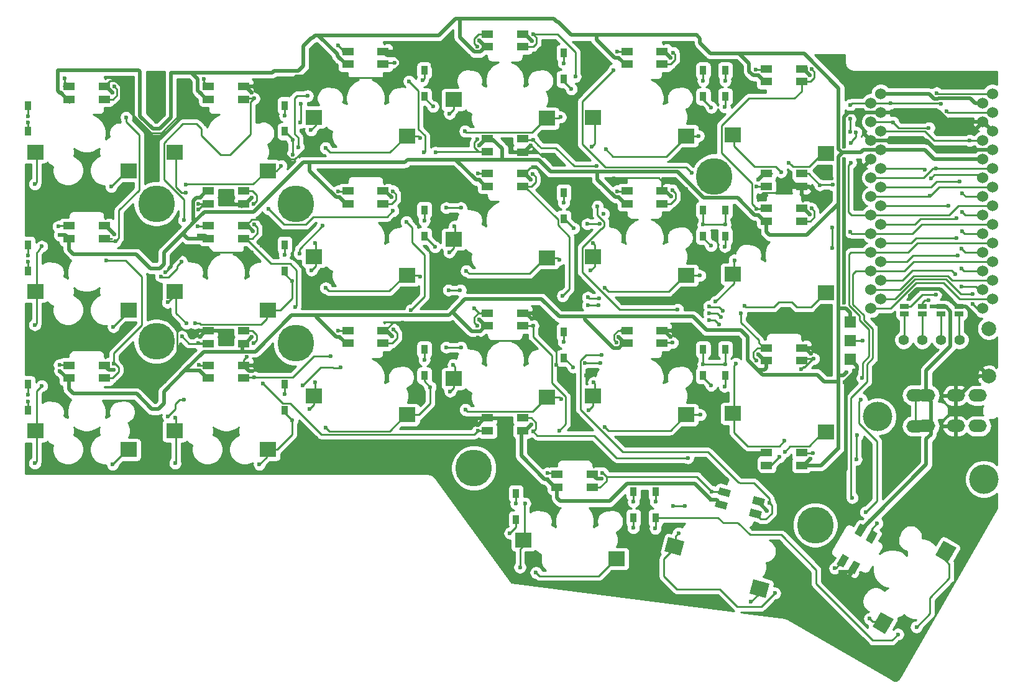
<source format=gtl>
G04 #@! TF.GenerationSoftware,KiCad,Pcbnew,(5.1.2)-1*
G04 #@! TF.CreationDate,2020-04-25T11:27:44-05:00*
G04 #@! TF.ProjectId,corneWS2812NoSnap,636f726e-6557-4533-9238-31324e6f536e,2.1*
G04 #@! TF.SameCoordinates,Original*
G04 #@! TF.FileFunction,Copper,L1,Top*
G04 #@! TF.FilePolarity,Positive*
%FSLAX46Y46*%
G04 Gerber Fmt 4.6, Leading zero omitted, Abs format (unit mm)*
G04 Created by KiCad (PCBNEW (5.1.2)-1) date 2020-04-25 11:27:44*
%MOMM*%
%LPD*%
G04 APERTURE LIST*
%ADD10R,2.300000X2.000000*%
%ADD11R,1.600000X1.000000*%
%ADD12C,1.000000*%
%ADD13C,0.100000*%
%ADD14O,2.500000X1.700000*%
%ADD15C,2.000000*%
%ADD16C,1.524000*%
%ADD17R,0.950000X1.300000*%
%ADD18R,1.143000X0.635000*%
%ADD19R,1.524000X1.524000*%
%ADD20C,1.397000*%
%ADD21C,5.000000*%
%ADD22C,4.000000*%
%ADD23C,0.600000*%
%ADD24C,0.250000*%
%ADD25C,0.500000*%
%ADD26C,0.254000*%
G04 APERTURE END LIST*
D10*
X75700000Y-82245000D03*
X63000000Y-79705000D03*
X75700000Y-120245000D03*
X63000000Y-117705000D03*
D11*
X167413000Y-120611000D03*
X167400000Y-122389000D03*
X162600000Y-120597000D03*
X162600000Y-122403000D03*
X129413000Y-115911000D03*
X129400000Y-117689000D03*
X124600000Y-115897000D03*
X124600000Y-117703000D03*
X91413000Y-104011000D03*
X91400000Y-105789000D03*
X86600000Y-103997000D03*
X86600000Y-105803000D03*
X86587000Y-86789000D03*
X86600000Y-85011000D03*
X91400000Y-86803000D03*
X91400000Y-84997000D03*
X124587000Y-79689000D03*
X124600000Y-77911000D03*
X129400000Y-79703000D03*
X129400000Y-77897000D03*
X162587000Y-84389000D03*
X162600000Y-82611000D03*
X167400000Y-84403000D03*
X167400000Y-82597000D03*
X167400000Y-89125000D03*
X167400000Y-87375000D03*
X162600000Y-89125000D03*
X162600000Y-87375000D03*
X138900000Y-125375000D03*
X138900000Y-123625000D03*
X134100000Y-125375000D03*
X134100000Y-123625000D03*
X72400000Y-110500000D03*
X72400000Y-108750000D03*
X67600000Y-110500000D03*
X67600000Y-108750000D03*
X148400000Y-86750000D03*
X148400000Y-85000000D03*
X143600000Y-86750000D03*
X143600000Y-85000000D03*
D12*
X173042228Y-135390961D03*
D13*
G36*
X173009215Y-134448141D02*
G01*
X173875241Y-134948141D01*
X173075241Y-136333781D01*
X172209215Y-135833781D01*
X173009215Y-134448141D01*
X173009215Y-134448141D01*
G37*
D12*
X174557772Y-136265961D03*
D13*
G36*
X174524759Y-135323141D02*
G01*
X175390785Y-135823141D01*
X174590785Y-137208781D01*
X173724759Y-136708781D01*
X174524759Y-135323141D01*
X174524759Y-135323141D01*
G37*
D12*
X175442228Y-131234039D03*
D13*
G36*
X175409215Y-130291219D02*
G01*
X176275241Y-130791219D01*
X175475241Y-132176859D01*
X174609215Y-131676859D01*
X175409215Y-130291219D01*
X175409215Y-130291219D01*
G37*
D12*
X176957772Y-132109039D03*
D13*
G36*
X176924759Y-131166219D02*
G01*
X177790785Y-131666219D01*
X176990785Y-133051859D01*
X176124759Y-132551859D01*
X176924759Y-131166219D01*
X176924759Y-131166219D01*
G37*
D12*
X161091755Y-128966351D03*
D13*
G36*
X160189605Y-129242259D02*
G01*
X160448424Y-128276333D01*
X161993905Y-128690443D01*
X161735086Y-129656369D01*
X160189605Y-129242259D01*
X160189605Y-129242259D01*
G37*
D12*
X161544689Y-127275981D03*
D13*
G36*
X160642539Y-127551889D02*
G01*
X160901358Y-126585963D01*
X162446839Y-127000073D01*
X162188020Y-127965999D01*
X160642539Y-127551889D01*
X160642539Y-127551889D01*
G37*
D12*
X156455311Y-127724019D03*
D13*
G36*
X155553161Y-127999927D02*
G01*
X155811980Y-127034001D01*
X157357461Y-127448111D01*
X157098642Y-128414037D01*
X155553161Y-127999927D01*
X155553161Y-127999927D01*
G37*
D12*
X156908245Y-126033649D03*
D13*
G36*
X156006095Y-126309557D02*
G01*
X156264914Y-125343631D01*
X157810395Y-125757741D01*
X157551576Y-126723667D01*
X156006095Y-126309557D01*
X156006095Y-126309557D01*
G37*
D11*
X167400000Y-108125000D03*
X167400000Y-106375000D03*
X162600000Y-108125000D03*
X162600000Y-106375000D03*
X148400000Y-105750000D03*
X148400000Y-104000000D03*
X143600000Y-105750000D03*
X143600000Y-104000000D03*
X129400000Y-103375000D03*
X129400000Y-101625000D03*
X124600000Y-103375000D03*
X124600000Y-101625000D03*
X110400000Y-105750000D03*
X110400000Y-104000000D03*
X105600000Y-105750000D03*
X105600000Y-104000000D03*
X91400000Y-110500000D03*
X91400000Y-108750000D03*
X86600000Y-110500000D03*
X86600000Y-108750000D03*
X129400000Y-84375000D03*
X129400000Y-82625000D03*
X124600000Y-84375000D03*
X124600000Y-82625000D03*
X110400000Y-86750000D03*
X110400000Y-85000000D03*
X105600000Y-86750000D03*
X105600000Y-85000000D03*
X91400000Y-91500000D03*
X91400000Y-89750000D03*
X86600000Y-91500000D03*
X86600000Y-89750000D03*
X72400000Y-91500000D03*
X72400000Y-89750000D03*
X67600000Y-91500000D03*
X67600000Y-89750000D03*
X167400000Y-70125000D03*
X167400000Y-68375000D03*
X162600000Y-70125000D03*
X162600000Y-68375000D03*
X148400000Y-67750000D03*
X148400000Y-66000000D03*
X143600000Y-67750000D03*
X143600000Y-66000000D03*
X129400000Y-65375000D03*
X129400000Y-63625000D03*
X124600000Y-65375000D03*
X124600000Y-63625000D03*
X110400000Y-67750000D03*
X110400000Y-66000000D03*
X105600000Y-67750000D03*
X105600000Y-66000000D03*
X91400000Y-72500000D03*
X91400000Y-70750000D03*
X86600000Y-72500000D03*
X86600000Y-70750000D03*
X72400000Y-72500000D03*
X72400000Y-70750000D03*
X67600000Y-72500000D03*
X67600000Y-70750000D03*
D14*
X184400000Y-112850000D03*
X182900000Y-117050000D03*
X191400000Y-112850000D03*
X188400000Y-112850000D03*
X191400000Y-117022000D03*
X188400000Y-117022000D03*
X184400000Y-117022000D03*
X182900000Y-112822000D03*
D10*
X170700000Y-117870000D03*
X158000000Y-115330000D03*
X113700000Y-77495000D03*
X101000000Y-74955000D03*
D15*
X187034050Y-134123655D03*
D13*
G36*
X187325075Y-135619584D02*
G01*
X185593025Y-134619584D01*
X186743025Y-132627726D01*
X188475075Y-133627726D01*
X187325075Y-135619584D01*
X187325075Y-135619584D01*
G37*
D15*
X178484346Y-143852178D03*
D13*
G36*
X178775371Y-145348107D02*
G01*
X177043321Y-144348107D01*
X178193321Y-142356249D01*
X179925371Y-143356249D01*
X178775371Y-145348107D01*
X178775371Y-145348107D01*
G37*
D10*
X142200000Y-135120000D03*
X129500000Y-132580000D03*
X113700000Y-115495000D03*
X101000000Y-112955000D03*
X94700000Y-120245000D03*
X82000000Y-117705000D03*
X170700000Y-98870000D03*
X158000000Y-96330000D03*
X151700000Y-96495000D03*
X139000000Y-93955000D03*
X132700000Y-94120000D03*
X120000000Y-91580000D03*
X113700000Y-96495000D03*
X101000000Y-93955000D03*
X94700000Y-101245000D03*
X82000000Y-98705000D03*
X75700000Y-101245000D03*
X63000000Y-98705000D03*
X170700000Y-79870000D03*
X158000000Y-77330000D03*
X151700000Y-77495000D03*
X139000000Y-74955000D03*
X94700000Y-82245000D03*
X82000000Y-79705000D03*
X151700000Y-115495000D03*
X139000000Y-112955000D03*
D15*
X161680624Y-139170809D03*
D13*
G36*
X160310990Y-139839093D02*
G01*
X160828628Y-137907241D01*
X163050258Y-138502525D01*
X162532620Y-140434377D01*
X160310990Y-139839093D01*
X160310990Y-139839093D01*
G37*
D15*
X150070766Y-133430355D03*
D13*
G36*
X148701132Y-134098639D02*
G01*
X149218770Y-132166787D01*
X151440400Y-132762071D01*
X150922762Y-134693923D01*
X148701132Y-134098639D01*
X148701132Y-134098639D01*
G37*
D10*
X132700000Y-75120000D03*
X120000000Y-72580000D03*
X132700000Y-113120000D03*
X120000000Y-110580000D03*
D16*
X192100000Y-73042000D03*
X192100000Y-75582000D03*
X192100000Y-78122000D03*
X192100000Y-80662000D03*
X192100000Y-83202000D03*
X192100000Y-85742000D03*
X192100000Y-88282000D03*
X192100000Y-90822000D03*
X192100000Y-93362000D03*
X192100000Y-95902000D03*
X192100000Y-98442000D03*
X192100000Y-100982000D03*
X176860000Y-100982000D03*
X176860000Y-98442000D03*
X176860000Y-95902000D03*
X176860000Y-93362000D03*
X176860000Y-90822000D03*
X176860000Y-88282000D03*
X176860000Y-85742000D03*
X176860000Y-83202000D03*
X176860000Y-80662000D03*
X176860000Y-78122000D03*
X176860000Y-75582000D03*
X176860000Y-73042000D03*
X193406400Y-71772000D03*
X193406400Y-74312000D03*
X193406400Y-76852000D03*
X193406400Y-79392000D03*
X193406400Y-81932000D03*
X193406400Y-84472000D03*
X193406400Y-87012000D03*
X193406400Y-89552000D03*
X193406400Y-92092000D03*
X193406400Y-94632000D03*
X193406400Y-97172000D03*
X193406400Y-99712000D03*
X178186400Y-99712000D03*
X178186400Y-97172000D03*
X178186400Y-94632000D03*
X178186400Y-92092000D03*
X178186400Y-89552000D03*
X178186400Y-87012000D03*
X178186400Y-84472000D03*
X178186400Y-81932000D03*
X178186400Y-79392000D03*
X178186400Y-76852000D03*
X178186400Y-74312000D03*
X178186400Y-71772000D03*
D17*
X154000000Y-72150000D03*
X154000000Y-68600000D03*
X62000000Y-76900000D03*
X62000000Y-73350000D03*
X97000000Y-76900000D03*
X97000000Y-73350000D03*
X116000000Y-72150000D03*
X116000000Y-68600000D03*
X135000000Y-69775000D03*
X135000000Y-66225000D03*
X157000000Y-72150000D03*
X157000000Y-68600000D03*
X62000000Y-95900000D03*
X62000000Y-92350000D03*
X97000000Y-95900000D03*
X97000000Y-92350000D03*
X116000000Y-91150000D03*
X116000000Y-87600000D03*
X135000000Y-88775000D03*
X135000000Y-85225000D03*
X154000000Y-91150000D03*
X154000000Y-87600000D03*
X157000000Y-91150000D03*
X157000000Y-87600000D03*
X62000000Y-114900000D03*
X62000000Y-111350000D03*
X97000000Y-114900000D03*
X97000000Y-111350000D03*
X116000000Y-110150000D03*
X116000000Y-106600000D03*
X135000000Y-107775000D03*
X135000000Y-104225000D03*
X157000000Y-110150000D03*
X157000000Y-106600000D03*
X128500000Y-129775000D03*
X128500000Y-126225000D03*
X144500000Y-129525000D03*
X144500000Y-125975000D03*
X147500000Y-129525000D03*
X147500000Y-125975000D03*
X154000000Y-110150000D03*
X154000000Y-106600000D03*
D18*
X188875000Y-100749620D03*
X188875000Y-101750380D03*
X186375000Y-100749620D03*
X186375000Y-101750380D03*
X183875000Y-100749620D03*
X183875000Y-101750380D03*
X181375000Y-100749620D03*
X181375000Y-101750380D03*
D19*
X174000000Y-102820000D03*
X174000000Y-105360000D03*
X174000000Y-107900000D03*
D20*
X181300000Y-105300000D03*
X183840000Y-105300000D03*
X186380000Y-105300000D03*
X188920000Y-105300000D03*
D21*
X79500000Y-105500000D03*
D22*
X177750000Y-115750000D03*
X192250000Y-124250000D03*
D21*
X79500000Y-86750000D03*
X98500000Y-86750000D03*
X98500000Y-105750000D03*
X155500000Y-83000000D03*
X122750000Y-122750000D03*
X169250000Y-130500000D03*
D15*
X192900000Y-103750000D03*
X192900000Y-110250000D03*
D23*
X140440000Y-88110000D03*
X174800000Y-77000000D03*
X174100000Y-78500000D03*
X174100000Y-81150000D03*
X157000000Y-70000000D03*
X154000000Y-70000000D03*
X62000000Y-74800000D03*
X97000000Y-74750000D03*
X135000000Y-67600000D03*
X115750000Y-69950000D03*
X62000000Y-75650000D03*
X73350000Y-84400000D03*
X102140000Y-89750000D03*
X98980000Y-93530000D03*
X154000000Y-89600000D03*
X138200000Y-89500000D03*
X139900000Y-89500000D03*
X157000000Y-89600000D03*
X62000000Y-93800000D03*
X135000000Y-86600000D03*
X119000000Y-87300000D03*
X121000000Y-87300000D03*
X116000000Y-89050000D03*
X96950000Y-93700000D03*
X82900000Y-94600000D03*
X174000000Y-90600000D03*
X80125000Y-96631040D03*
X98050000Y-80050000D03*
X96500000Y-81600000D03*
X98050000Y-78050000D03*
X83500000Y-84100000D03*
X157000000Y-108600000D03*
X154000000Y-108600000D03*
X62000000Y-112750000D03*
X135000000Y-105600000D03*
X116000000Y-108000000D03*
X137900000Y-108400000D03*
X140000000Y-108400000D03*
X121000000Y-106300000D03*
X119000000Y-106300000D03*
X97000000Y-112700000D03*
X83300000Y-113400000D03*
X81100000Y-115700000D03*
X99400000Y-111500000D03*
X104640000Y-109030000D03*
X175675000Y-110500000D03*
X115480000Y-77780000D03*
X117180000Y-73510000D03*
X102540000Y-79150000D03*
X174300000Y-126800000D03*
X149900000Y-127900000D03*
X151500000Y-127900000D03*
X147500000Y-127350000D03*
X144500000Y-127350000D03*
X128500000Y-127600000D03*
X134540000Y-74940000D03*
X136050000Y-71130000D03*
X121550000Y-76860000D03*
X153360000Y-77510000D03*
X155100000Y-73620000D03*
X140730000Y-79350000D03*
X156910000Y-73580000D03*
X165690000Y-81144990D03*
X62000000Y-94650000D03*
X73650000Y-103500000D03*
X98000000Y-97300000D03*
X84750000Y-103000000D03*
X115420000Y-96670000D03*
X117460000Y-92620000D03*
X102570000Y-98210000D03*
X134420000Y-94350000D03*
X136350000Y-90080000D03*
X121730000Y-95890000D03*
X153540000Y-96530000D03*
X155070000Y-92450000D03*
X140570000Y-98180000D03*
X159610000Y-100620000D03*
X156950000Y-92580000D03*
X62000000Y-113650000D03*
X73550000Y-122250000D03*
X98000000Y-116250000D03*
X93550000Y-122250000D03*
X116790000Y-111700000D03*
X102570000Y-117240000D03*
X134650000Y-113340000D03*
X136280000Y-109010000D03*
X121590000Y-114780000D03*
X153600000Y-115500000D03*
X155080000Y-111480000D03*
X140620000Y-117180000D03*
X156900000Y-111630000D03*
X165100000Y-120520000D03*
X127660000Y-131620000D03*
X131230000Y-136990000D03*
X144490000Y-130900000D03*
X160520000Y-140970000D03*
X183050000Y-144400000D03*
X147480000Y-130960000D03*
X180520000Y-145400000D03*
X152050000Y-66010000D03*
X173200000Y-80650000D03*
X173200000Y-78950000D03*
X190400000Y-70900000D03*
X173400000Y-120300000D03*
X173300000Y-111100000D03*
X173200000Y-100200000D03*
X188840000Y-75670000D03*
X189999998Y-79360000D03*
X182160000Y-99280000D03*
X162718750Y-128587500D03*
X161131250Y-121443750D03*
X172682687Y-136874708D03*
X140195102Y-124194822D03*
X123290000Y-116900000D03*
X73720000Y-109360000D03*
X73790000Y-90940000D03*
X92670000Y-90450000D03*
X92530721Y-85900000D03*
X73530722Y-71625000D03*
X92530722Y-71625000D03*
X111696023Y-66562958D03*
X130680000Y-64590000D03*
X149548239Y-66858792D03*
X168530722Y-69250000D03*
X165869279Y-83500000D03*
X168534186Y-88246916D03*
X149612902Y-85781982D03*
X130530721Y-78800000D03*
X130530721Y-83500000D03*
X111530721Y-85875001D03*
X92602530Y-109546601D03*
X85428351Y-104859484D03*
X111670000Y-104790000D03*
X130660000Y-102430000D03*
X149530721Y-104875000D03*
X168670000Y-107160000D03*
X169740000Y-85660000D03*
X173510000Y-72025000D03*
X173510000Y-69140000D03*
X171529442Y-83284442D03*
X169800000Y-82570000D03*
X151260000Y-69390000D03*
X164880000Y-83590000D03*
X164880000Y-83590000D03*
X151640000Y-84760000D03*
X152630000Y-86520000D03*
X151660000Y-104140000D03*
X154290000Y-118650000D03*
X132690000Y-104690000D03*
X118300000Y-104670000D03*
X123340000Y-104980000D03*
X138080000Y-110100000D03*
X136680000Y-115910000D03*
X76390000Y-109780000D03*
X81040000Y-101550000D03*
X76280000Y-92080000D03*
X91830000Y-107624990D03*
X113040000Y-102950000D03*
X139640000Y-68450000D03*
X137900000Y-70690000D03*
X122626117Y-67475000D03*
X116940000Y-66200000D03*
X119420000Y-70540000D03*
X102900000Y-68930000D03*
X93760000Y-73970000D03*
X83350000Y-70820000D03*
X99910000Y-77940000D03*
X133160000Y-83640000D03*
X135170000Y-78780000D03*
X133310000Y-80360000D03*
X161520000Y-85840000D03*
X141880000Y-83280000D03*
X139710000Y-85010000D03*
X94460000Y-90410000D03*
X80620000Y-111020000D03*
X81240000Y-90320000D03*
X93840000Y-92400000D03*
X92480000Y-93380000D03*
X80750000Y-96060000D03*
X115820000Y-81760000D03*
X166360000Y-123900000D03*
X130030000Y-105410000D03*
X134000000Y-108690000D03*
X79375000Y-71437500D03*
X69850000Y-86518750D03*
X69850000Y-105568750D03*
X122237500Y-85725000D03*
X78581250Y-120650000D03*
X180181250Y-123031250D03*
X181768750Y-108743750D03*
X146050000Y-123031250D03*
X178593750Y-110331250D03*
X185100000Y-100700000D03*
X172410000Y-120020000D03*
X173500000Y-109700000D03*
X176753759Y-129922509D03*
X155078738Y-127108173D03*
X132816974Y-124254181D03*
X130570650Y-116839411D03*
X66371252Y-109507249D03*
X66299998Y-91000000D03*
X85299998Y-91070000D03*
X85469279Y-85900000D03*
X66469279Y-71625000D03*
X85469279Y-71625001D03*
X104469279Y-66874999D03*
X123454388Y-64513678D03*
X142469278Y-66875000D03*
X161469279Y-69249999D03*
X161469280Y-83500000D03*
X161469279Y-88250001D03*
X142469278Y-85875000D03*
X123469279Y-78800000D03*
X123469280Y-83500000D03*
X104469279Y-85875001D03*
X85352784Y-109473608D03*
X92530721Y-104900000D03*
X104469279Y-104875000D03*
X123469279Y-102500000D03*
X142469279Y-104875000D03*
X161469279Y-107250000D03*
X168587500Y-121487500D03*
X99200000Y-73100000D03*
X99100000Y-75700000D03*
X63900000Y-111550000D03*
X62950000Y-122100000D03*
X63900000Y-92550000D03*
X62950000Y-103250000D03*
X62950000Y-84050000D03*
X185000000Y-83300000D03*
X184200000Y-82100000D03*
X82050000Y-122100000D03*
X82100000Y-115900000D03*
X83600000Y-103050000D03*
X98850000Y-79100000D03*
X100100000Y-72050000D03*
X83500000Y-85200000D03*
X189300000Y-85300000D03*
X188900000Y-83700000D03*
X81040390Y-100182952D03*
X100350000Y-114730000D03*
X101110000Y-92070000D03*
X100640000Y-95810000D03*
X100580000Y-76720000D03*
X156690000Y-101360000D03*
X154800000Y-100700000D03*
X119300000Y-98500000D03*
X120900000Y-98500000D03*
X138300000Y-99500000D03*
X139800000Y-99600000D03*
X101150000Y-111100000D03*
X189300000Y-87900000D03*
X187400000Y-87000000D03*
X119520000Y-112300000D03*
X119400000Y-93350000D03*
X119450000Y-74450000D03*
X129710000Y-127560000D03*
X154800000Y-101700000D03*
X156400000Y-102200000D03*
X138300000Y-100600000D03*
X139700000Y-100600000D03*
X119970000Y-108690000D03*
X120110000Y-89830000D03*
X129030000Y-136260000D03*
X189300000Y-90500000D03*
X188500000Y-88700000D03*
X163750000Y-139790000D03*
X138420000Y-114850000D03*
X150660000Y-131610000D03*
X156200000Y-103200000D03*
X154800000Y-102600000D03*
X139090000Y-111090000D03*
X138640000Y-95840000D03*
X139000000Y-92120000D03*
X138780000Y-78960000D03*
X189200000Y-92900000D03*
X188500000Y-91400000D03*
X158250000Y-94430000D03*
X171600000Y-92800000D03*
X171600000Y-89950000D03*
X165060000Y-119050000D03*
X176670000Y-143260000D03*
X174840000Y-121580000D03*
X174960000Y-118300000D03*
X155690000Y-100080000D03*
X158440000Y-108530000D03*
X189200000Y-95600000D03*
X188700000Y-93800000D03*
X164602080Y-82414017D03*
X179500000Y-73042000D03*
X175700000Y-105360000D03*
X186400000Y-73160000D03*
X185781882Y-71653459D03*
X174000000Y-73300000D03*
X171620000Y-84160000D03*
X174000000Y-75200000D03*
X174000000Y-76950000D03*
X169900000Y-84200000D03*
X187180000Y-74190000D03*
X179860000Y-75650000D03*
X184740000Y-76400000D03*
X190300000Y-78122000D03*
X184900000Y-85700000D03*
X184700000Y-99900000D03*
X185700000Y-99100000D03*
X185700000Y-81900000D03*
X189200000Y-98000000D03*
X188300000Y-96300000D03*
X190700000Y-100400000D03*
X190700000Y-99000000D03*
X73938905Y-91851756D03*
X66970000Y-69690000D03*
X75410000Y-74970000D03*
X85940000Y-69749998D03*
X73749553Y-70783169D03*
X85144667Y-89844671D03*
X92806178Y-72410206D03*
X83250000Y-89000000D03*
X111746532Y-85030150D03*
X104260000Y-65140000D03*
X113930000Y-70060000D03*
X115960000Y-79780000D03*
X123190024Y-65309976D03*
X112005502Y-67505159D03*
X130820583Y-63669921D03*
X123294308Y-82614310D03*
X136580000Y-69420000D03*
X142239084Y-66044532D03*
X149789206Y-84897625D03*
X141800000Y-68550000D03*
X152430000Y-82570000D03*
X149938816Y-66160614D03*
X161160928Y-68497689D03*
X168748496Y-68407113D03*
X161249581Y-87409037D03*
X66144669Y-89844669D03*
X73700001Y-108560249D03*
X72710000Y-94450000D03*
X92821439Y-89540777D03*
X85278796Y-108677034D03*
X98390000Y-100840000D03*
X104253841Y-85029778D03*
X111815781Y-103875120D03*
X113570000Y-89225000D03*
X114210000Y-101210000D03*
X130751537Y-82660155D03*
X123252012Y-103343394D03*
X122800000Y-100960000D03*
X134850000Y-99290000D03*
X142253436Y-85030180D03*
X149806177Y-105660205D03*
X139600000Y-87090000D03*
X150500000Y-101125000D03*
X168747801Y-87399869D03*
X161242762Y-108084144D03*
X159130000Y-101705000D03*
X66294652Y-108710923D03*
X92853913Y-110355879D03*
X104250712Y-104032905D03*
X103250000Y-107500000D03*
X130811069Y-103339593D03*
X132771539Y-123455470D03*
X134380000Y-117630000D03*
X142163514Y-105629897D03*
X163017675Y-127480772D03*
X140180000Y-107320000D03*
X169055008Y-107861265D03*
X177707772Y-130294064D03*
X167373132Y-109275010D03*
X175510000Y-113400000D03*
X176130000Y-128740000D03*
X140268872Y-123398229D03*
X155180000Y-125930000D03*
X171932687Y-136387978D03*
X168910129Y-120749468D03*
X123254099Y-77954518D03*
X92757448Y-86733934D03*
X117520000Y-79750000D03*
X111740000Y-87730000D03*
X94800000Y-87480000D03*
X85247467Y-86738850D03*
X85229610Y-105721405D03*
X85247466Y-87490000D03*
X82975000Y-104830000D03*
X161264309Y-84355691D03*
X130834743Y-78043361D03*
X139525145Y-81616002D03*
X92746087Y-105745295D03*
X123299998Y-117699939D03*
X94020000Y-111220000D03*
X130820000Y-117750000D03*
X164370000Y-121240000D03*
X151910000Y-121380000D03*
D24*
X174800000Y-77000000D02*
X174800000Y-77600000D01*
X174800000Y-77600000D02*
X174300000Y-78100000D01*
X174300000Y-78100000D02*
X174300000Y-78300000D01*
X174300000Y-78300000D02*
X174100000Y-78500000D01*
X174182000Y-88282000D02*
X176860000Y-88282000D01*
X173775002Y-87875002D02*
X174182000Y-88282000D01*
X173775002Y-81474998D02*
X173775002Y-87875002D01*
X174100000Y-81150000D02*
X173775002Y-81474998D01*
X157000000Y-68600000D02*
X157000000Y-70000000D01*
X154000000Y-70000000D02*
X154000000Y-68600000D01*
X62000000Y-74800000D02*
X62000000Y-73350000D01*
X97000000Y-74750000D02*
X97000000Y-73350000D01*
X135000000Y-67600000D02*
X135000000Y-66225000D01*
X116000000Y-69700000D02*
X116000000Y-68600000D01*
X115750000Y-69950000D02*
X116000000Y-69700000D01*
X176860000Y-88282000D02*
X187518000Y-88282000D01*
X187518000Y-88282000D02*
X188788000Y-87012000D01*
X188788000Y-87012000D02*
X193406400Y-87012000D01*
X62000000Y-75650000D02*
X62000000Y-76900000D01*
X75500000Y-82250000D02*
X73350000Y-84400000D01*
X75500000Y-82245000D02*
X75500000Y-82250000D01*
X98980000Y-92910000D02*
X98980000Y-93530000D01*
X98980000Y-92910000D02*
X102140000Y-89750000D01*
X157000000Y-87600000D02*
X157000000Y-89600000D01*
X154000000Y-87600000D02*
X154000000Y-89600000D01*
X139900000Y-89500000D02*
X138200000Y-89500000D01*
X154000000Y-89600000D02*
X157000000Y-89600000D01*
X62000000Y-92350000D02*
X62000000Y-93800000D01*
X135000000Y-86600000D02*
X135000000Y-85225000D01*
X121000000Y-87300000D02*
X119000000Y-87300000D01*
X116000000Y-89050000D02*
X116000000Y-87600000D01*
X97000000Y-93650000D02*
X97000000Y-92350000D01*
X96950000Y-93700000D02*
X97000000Y-93650000D01*
X82300000Y-95200000D02*
X82300000Y-95600000D01*
X82900000Y-94600000D02*
X82300000Y-95200000D01*
X176860000Y-90822000D02*
X182478000Y-90822000D01*
X183748000Y-89552000D02*
X193406400Y-89552000D01*
X182478000Y-90822000D02*
X183748000Y-89552000D01*
X174000000Y-90600000D02*
X174222000Y-90822000D01*
X174222000Y-90822000D02*
X176860000Y-90822000D01*
X81115000Y-96785000D02*
X80940175Y-96785000D01*
X82300000Y-95600000D02*
X81115000Y-96785000D01*
X80940175Y-96785000D02*
X80278960Y-96785000D01*
X80278960Y-96785000D02*
X80125000Y-96631040D01*
X98050000Y-78050000D02*
X98050000Y-80050000D01*
X98050000Y-78050000D02*
X98050000Y-77950000D01*
X98050000Y-77950000D02*
X97000000Y-76900000D01*
X95855000Y-82245000D02*
X96500000Y-81600000D01*
X92670000Y-84075000D02*
X94500000Y-82245000D01*
X94500000Y-82245000D02*
X95855000Y-82245000D01*
X83525000Y-84075000D02*
X92670000Y-84075000D01*
X83500000Y-84100000D02*
X83525000Y-84075000D01*
X154000000Y-108550000D02*
X154000000Y-108600000D01*
X62000000Y-112750000D02*
X62000000Y-111350000D01*
X135000000Y-105600000D02*
X135000000Y-104225000D01*
X116000000Y-106600000D02*
X116000000Y-108000000D01*
X176860000Y-93362000D02*
X181938000Y-93362000D01*
X183208000Y-92092000D02*
X193406400Y-92092000D01*
X181938000Y-93362000D02*
X183208000Y-92092000D01*
X154000000Y-108600000D02*
X157000000Y-108600000D01*
X140000000Y-108400000D02*
X137900000Y-108400000D01*
X121000000Y-106300000D02*
X119000000Y-106300000D01*
X157000000Y-106565000D02*
X157000000Y-108600000D01*
X97000000Y-111350000D02*
X97000000Y-112700000D01*
X82700000Y-113400000D02*
X83300000Y-113400000D01*
X82100000Y-114000000D02*
X82700000Y-113400000D01*
X82100000Y-114700000D02*
X82100000Y-114000000D01*
X81100000Y-115700000D02*
X82100000Y-114700000D01*
X174138000Y-93362000D02*
X176860000Y-93362000D01*
X175300000Y-102000000D02*
X173900000Y-100600000D01*
X175700000Y-108400000D02*
X176600000Y-107500000D01*
X175700000Y-110500000D02*
X175700000Y-108400000D01*
X176600000Y-103900000D02*
X175300000Y-102600000D01*
X176600000Y-107500000D02*
X176600000Y-103900000D01*
X173900000Y-100600000D02*
X173900000Y-93600000D01*
X175300000Y-102600000D02*
X175300000Y-102000000D01*
X173900000Y-93600000D02*
X174138000Y-93362000D01*
X154000000Y-108550000D02*
X154000000Y-106565000D01*
X104540000Y-109130000D02*
X104640000Y-109030000D01*
X103500000Y-109000000D02*
X103630000Y-109130000D01*
X101900000Y-109000000D02*
X103500000Y-109000000D01*
X103630000Y-109130000D02*
X104540000Y-109130000D01*
X99400000Y-111500000D02*
X101900000Y-109000000D01*
X115195000Y-77495000D02*
X113500000Y-77495000D01*
X115480000Y-77780000D02*
X115195000Y-77495000D01*
X116000000Y-72150000D02*
X116000000Y-72330000D01*
X116000000Y-72330000D02*
X117180000Y-73510000D01*
X113500000Y-77495000D02*
X113500000Y-77580000D01*
X113500000Y-77580000D02*
X111310000Y-79770000D01*
X111310000Y-79770000D02*
X103160000Y-79770000D01*
X103160000Y-79770000D02*
X102540000Y-79150000D01*
X149900000Y-127900000D02*
X151500000Y-127900000D01*
X147500000Y-127350000D02*
X147500000Y-125975000D01*
X144500000Y-125975000D02*
X144500000Y-127350000D01*
X128500000Y-127600000D02*
X128500000Y-126225000D01*
X176860000Y-95902000D02*
X181398000Y-95902000D01*
X182668000Y-94632000D02*
X193406400Y-94632000D01*
X181398000Y-95902000D02*
X182668000Y-94632000D01*
X174100000Y-113200000D02*
X176118199Y-111181801D01*
X174100000Y-126600000D02*
X174100000Y-113200000D01*
X174300000Y-126800000D02*
X174100000Y-126600000D01*
X176300000Y-108600000D02*
X177100000Y-107800000D01*
X175900000Y-102563602D02*
X175900000Y-101949998D01*
X175900000Y-101949998D02*
X174400000Y-100449998D01*
X176300000Y-111000000D02*
X176300000Y-108600000D01*
X177100000Y-107800000D02*
X177100000Y-103763602D01*
X174400000Y-96300000D02*
X174798000Y-95902000D01*
X176860000Y-95902000D02*
X174798000Y-95902000D01*
X177100000Y-103763602D02*
X175900000Y-102563602D01*
X174400000Y-100449998D02*
X174400000Y-96300000D01*
X176118199Y-111181801D02*
X176300000Y-111000000D01*
X134360000Y-75120000D02*
X132500000Y-75120000D01*
X134540000Y-74940000D02*
X134360000Y-75120000D01*
X135000000Y-69775000D02*
X135000000Y-70080000D01*
X135000000Y-70080000D02*
X136050000Y-71130000D01*
X132500000Y-75120000D02*
X132500000Y-75240000D01*
X132500000Y-75240000D02*
X130700000Y-77040000D01*
X130700000Y-77040000D02*
X121730000Y-77040000D01*
X121730000Y-77040000D02*
X121550000Y-76860000D01*
X153345000Y-77495000D02*
X151500000Y-77495000D01*
X153360000Y-77510000D02*
X153345000Y-77495000D01*
X154000000Y-72150000D02*
X154000000Y-72520000D01*
X154000000Y-72520000D02*
X155100000Y-73620000D01*
X151500000Y-77495000D02*
X151500000Y-77770000D01*
X151500000Y-77770000D02*
X148970000Y-80300000D01*
X148970000Y-80300000D02*
X141680000Y-80300000D01*
X141680000Y-80300000D02*
X140730000Y-79350000D01*
X157000000Y-73490000D02*
X157000000Y-72150000D01*
X156910000Y-73580000D02*
X157000000Y-73490000D01*
X165989999Y-81444989D02*
X165690000Y-81144990D01*
X166200011Y-81655001D02*
X165989999Y-81444989D01*
X168416001Y-81655001D02*
X166200011Y-81655001D01*
X170201002Y-79870000D02*
X168416001Y-81655001D01*
X170700000Y-79870000D02*
X170201002Y-79870000D01*
X62000000Y-94650000D02*
X62000000Y-95900000D01*
X75500000Y-101245000D02*
X75500000Y-101650000D01*
X75500000Y-101650000D02*
X73650000Y-103500000D01*
X97000000Y-95900000D02*
X97000000Y-96300000D01*
X97000000Y-96300000D02*
X98000000Y-97300000D01*
X94500000Y-101245000D02*
X96355000Y-101245000D01*
X98000000Y-99600000D02*
X98000000Y-97300000D01*
X96355000Y-101245000D02*
X98000000Y-99600000D01*
X84750000Y-103000000D02*
X85400000Y-103000000D01*
X94500000Y-102400000D02*
X94500000Y-101245000D01*
X93750000Y-103150000D02*
X94500000Y-102400000D01*
X85550000Y-103150000D02*
X93750000Y-103150000D01*
X85400000Y-103000000D02*
X85550000Y-103150000D01*
X115245000Y-96495000D02*
X113500000Y-96495000D01*
X115420000Y-96670000D02*
X115245000Y-96495000D01*
X116000000Y-91150000D02*
X116000000Y-91160000D01*
X116000000Y-91160000D02*
X117460000Y-92620000D01*
X113500000Y-96495000D02*
X113395000Y-96495000D01*
X113395000Y-96495000D02*
X111230000Y-98660000D01*
X111230000Y-98660000D02*
X103020000Y-98660000D01*
X103020000Y-98660000D02*
X102570000Y-98210000D01*
X134190000Y-94120000D02*
X132500000Y-94120000D01*
X134420000Y-94350000D02*
X134190000Y-94120000D01*
X135000000Y-88775000D02*
X135045000Y-88775000D01*
X135045000Y-88775000D02*
X136350000Y-90080000D01*
X121730000Y-95890000D02*
X122120000Y-96280000D01*
X122120000Y-96280000D02*
X130340000Y-96280000D01*
X130340000Y-96280000D02*
X132500000Y-94120000D01*
X153505000Y-96495000D02*
X151500000Y-96495000D01*
X153540000Y-96530000D02*
X153505000Y-96495000D01*
X155070000Y-92450000D02*
X154000000Y-91380000D01*
X154000000Y-91380000D02*
X154000000Y-91150000D01*
X151500000Y-96495000D02*
X151500000Y-96530000D01*
X151500000Y-96530000D02*
X149290000Y-98740000D01*
X149290000Y-98740000D02*
X141130000Y-98740000D01*
X141130000Y-98740000D02*
X140570000Y-98180000D01*
X164300000Y-100150000D02*
X166050000Y-100150000D01*
X170500000Y-99020000D02*
X168670000Y-100850000D01*
X163600000Y-100850000D02*
X164300000Y-100150000D01*
X159840000Y-100850000D02*
X159610000Y-100620000D01*
X159840000Y-100850000D02*
X163600000Y-100850000D01*
X166750000Y-100850000D02*
X168670000Y-100850000D01*
X166050000Y-100150000D02*
X166750000Y-100850000D01*
X157000000Y-92530000D02*
X157000000Y-91150000D01*
X156950000Y-92580000D02*
X157000000Y-92530000D01*
X170500000Y-98870000D02*
X170500000Y-99020000D01*
X62000000Y-113650000D02*
X62000000Y-114900000D01*
X75500000Y-120245000D02*
X75500000Y-120300000D01*
X75500000Y-120300000D02*
X73550000Y-122250000D01*
X97000000Y-114900000D02*
X97000000Y-115250000D01*
X97000000Y-115250000D02*
X98000000Y-116250000D01*
X94500000Y-120245000D02*
X95955000Y-120245000D01*
X98000000Y-118200000D02*
X98000000Y-116250000D01*
X95955000Y-120245000D02*
X98000000Y-118200000D01*
X94500000Y-121300000D02*
X94500000Y-120245000D01*
X93550000Y-122250000D02*
X94500000Y-121300000D01*
X116790000Y-111700000D02*
X116790000Y-113970000D01*
X115265000Y-115495000D02*
X113500000Y-115495000D01*
X116790000Y-113970000D02*
X115265000Y-115495000D01*
X116000000Y-110910000D02*
X116790000Y-111700000D01*
X116000000Y-110150000D02*
X116000000Y-110910000D01*
X113500000Y-115495000D02*
X113495000Y-115495000D01*
X113495000Y-115495000D02*
X111250000Y-117740000D01*
X111250000Y-117740000D02*
X103070000Y-117740000D01*
X103070000Y-117740000D02*
X102570000Y-117240000D01*
X134430000Y-113120000D02*
X132500000Y-113120000D01*
X134650000Y-113340000D02*
X134430000Y-113120000D01*
X135000000Y-107775000D02*
X135045000Y-107775000D01*
X135045000Y-107775000D02*
X136280000Y-109010000D01*
X132500000Y-113120000D02*
X132500000Y-113370000D01*
X132500000Y-113370000D02*
X130790000Y-115080000D01*
X130790000Y-115080000D02*
X121890000Y-115080000D01*
X121890000Y-115080000D02*
X121590000Y-114780000D01*
X153595000Y-115495000D02*
X151500000Y-115495000D01*
X153600000Y-115500000D02*
X153595000Y-115495000D01*
X154000000Y-110150000D02*
X154000000Y-110400000D01*
X154000000Y-110400000D02*
X155080000Y-111480000D01*
X151500000Y-115495000D02*
X151500000Y-115660000D01*
X151500000Y-115660000D02*
X149530000Y-117630000D01*
X149530000Y-117630000D02*
X141070000Y-117630000D01*
X141070000Y-117630000D02*
X140620000Y-117180000D01*
X157000000Y-111530000D02*
X157000000Y-110150000D01*
X156900000Y-111630000D02*
X157000000Y-111530000D01*
X170500000Y-117870000D02*
X170330000Y-117870000D01*
X170330000Y-117870000D02*
X168430000Y-119770000D01*
X168430000Y-119770000D02*
X165850000Y-119770000D01*
X165850000Y-119770000D02*
X165100000Y-120520000D01*
X128500000Y-130780000D02*
X128500000Y-129775000D01*
X127660000Y-131620000D02*
X128500000Y-130780000D01*
X142000000Y-135120000D02*
X142000000Y-135220000D01*
X142000000Y-135220000D02*
X139780000Y-137440000D01*
X139780000Y-137440000D02*
X131680000Y-137440000D01*
X131680000Y-137440000D02*
X131230000Y-136990000D01*
X144500000Y-129525000D02*
X144500000Y-130890000D01*
X144500000Y-130890000D02*
X144490000Y-130900000D01*
X160520000Y-140970000D02*
X161487439Y-140002561D01*
X161487439Y-140002561D02*
X161487439Y-139119045D01*
X184860000Y-140440000D02*
X184860000Y-142590000D01*
X187530000Y-137770000D02*
X184860000Y-140440000D01*
X187530000Y-135830000D02*
X187530000Y-137770000D01*
X186934050Y-135234050D02*
X187530000Y-135830000D01*
X184860000Y-142590000D02*
X183050000Y-144400000D01*
X147480000Y-130960000D02*
X147500000Y-130940000D01*
X147500000Y-130940000D02*
X147500000Y-129525000D01*
X186934050Y-134296860D02*
X186934050Y-135234050D01*
X179695000Y-146225000D02*
X180520000Y-145400000D01*
X169400000Y-136630000D02*
X169400000Y-138525000D01*
X164620000Y-131850000D02*
X169400000Y-136630000D01*
X160370000Y-131850000D02*
X164620000Y-131850000D01*
X169400000Y-138525000D02*
X177100000Y-146225000D01*
X158785949Y-130265949D02*
X160370000Y-131850000D01*
X156740000Y-130230000D02*
X158650143Y-130230000D01*
X177100000Y-146225000D02*
X179695000Y-146225000D01*
X147500000Y-129525000D02*
X156035000Y-129525000D01*
X156035000Y-129525000D02*
X156740000Y-130230000D01*
X158650143Y-130230000D02*
X158785949Y-130265949D01*
D25*
X173200000Y-91800000D02*
X173200000Y-80650000D01*
X173200000Y-78950000D02*
X173200000Y-74900000D01*
X173200000Y-74900000D02*
X173788000Y-74312000D01*
X176860000Y-78122000D02*
X184422000Y-78122000D01*
X185692000Y-79392000D02*
X193406400Y-79392000D01*
X184422000Y-78122000D02*
X185692000Y-79392000D01*
X188875000Y-100749620D02*
X189749620Y-100749620D01*
X189749620Y-100749620D02*
X191100000Y-102100000D01*
X178186400Y-74312000D02*
X173788000Y-74312000D01*
X173400000Y-111200000D02*
X173400000Y-120300000D01*
X173300000Y-111100000D02*
X173400000Y-111200000D01*
X173200000Y-91800000D02*
X173200000Y-100200000D01*
X188400000Y-112850000D02*
X188950000Y-112850000D01*
X188400000Y-112850000D02*
X188400000Y-118800000D01*
X175000000Y-109400000D02*
X175000000Y-108900000D01*
X173300000Y-111100000D02*
X175000000Y-109400000D01*
X175000000Y-108900000D02*
X174000000Y-107900000D01*
X191100000Y-102100000D02*
X191100000Y-108450000D01*
X191100000Y-108450000D02*
X192900000Y-110250000D01*
X188950000Y-112850000D02*
X191550000Y-110250000D01*
X191550000Y-110250000D02*
X192900000Y-110250000D01*
X188928000Y-75582000D02*
X188840000Y-75670000D01*
X186212000Y-74312000D02*
X187570000Y-75670000D01*
X192100000Y-75582000D02*
X188928000Y-75582000D01*
X187570000Y-75670000D02*
X188415736Y-75670000D01*
X178186400Y-74312000D02*
X186212000Y-74312000D01*
X188415736Y-75670000D02*
X188840000Y-75670000D01*
X185692000Y-79392000D02*
X185700000Y-79400000D01*
X185700000Y-79400000D02*
X189959998Y-79400000D01*
X189959998Y-79400000D02*
X189999998Y-79360000D01*
X188621000Y-100749620D02*
X186201381Y-98330001D01*
X186201381Y-98330001D02*
X183109999Y-98330001D01*
X182459999Y-98980001D02*
X182160000Y-99280000D01*
X188875000Y-100749620D02*
X188621000Y-100749620D01*
X183109999Y-98330001D02*
X182459999Y-98980001D01*
D24*
X91650000Y-70750000D02*
X91400000Y-70750000D01*
D25*
X91100000Y-87075000D02*
X91400000Y-86775000D01*
D24*
X125225000Y-115925000D02*
X124600000Y-115925000D01*
D25*
X161544689Y-127275981D02*
X161544689Y-127413439D01*
X161544689Y-127413439D02*
X162718750Y-128587500D01*
X161950000Y-120625000D02*
X162800000Y-120625000D01*
X161131250Y-121443750D02*
X161950000Y-120625000D01*
X174557772Y-136265961D02*
X173949025Y-136874708D01*
X173949025Y-136874708D02*
X172682687Y-136874708D01*
X139469822Y-124194822D02*
X138900000Y-123625000D01*
X140195102Y-124194822D02*
X139469822Y-124194822D01*
X124800000Y-115925000D02*
X124265000Y-115925000D01*
X124265000Y-115925000D02*
X123290000Y-116900000D01*
X73010000Y-109360000D02*
X72400000Y-108750000D01*
X73720000Y-109360000D02*
X73010000Y-109360000D01*
X72400000Y-89750000D02*
X72600000Y-89750000D01*
X72600000Y-89750000D02*
X73790000Y-90940000D01*
X91400000Y-89750000D02*
X91970000Y-89750000D01*
X91970000Y-89750000D02*
X92670000Y-90450000D01*
X91655721Y-86775000D02*
X91200000Y-86775000D01*
X92530721Y-85900000D02*
X91655721Y-86775000D01*
X72400000Y-70750000D02*
X72655722Y-70750000D01*
X72655722Y-70750000D02*
X73530722Y-71625000D01*
X91400000Y-70750000D02*
X91655722Y-70750000D01*
X91655722Y-70750000D02*
X92530722Y-71625000D01*
X110962958Y-66562958D02*
X110400000Y-66000000D01*
X111696023Y-66562958D02*
X110962958Y-66562958D01*
X129715000Y-63625000D02*
X129400000Y-63625000D01*
X130680000Y-64590000D02*
X129715000Y-63625000D01*
X148689447Y-66000000D02*
X148400000Y-66000000D01*
X149548239Y-66858792D02*
X148689447Y-66000000D01*
X167655722Y-68375000D02*
X167400000Y-68375000D01*
X168530722Y-69250000D02*
X167655722Y-68375000D01*
X167200000Y-84375000D02*
X166744279Y-84375000D01*
X166744279Y-84375000D02*
X165869279Y-83500000D01*
X167400000Y-87375000D02*
X167662270Y-87375000D01*
X167662270Y-87375000D02*
X168534186Y-88246916D01*
X148400000Y-85000000D02*
X148830920Y-85000000D01*
X148830920Y-85000000D02*
X149612902Y-85781982D01*
X129200000Y-79675000D02*
X129655721Y-79675000D01*
X129655721Y-79675000D02*
X130530721Y-78800000D01*
X129655721Y-82625000D02*
X129400000Y-82625000D01*
X130530721Y-83500000D02*
X129655721Y-82625000D01*
X110655720Y-85000000D02*
X110400000Y-85000000D01*
X111530721Y-85875001D02*
X110655720Y-85000000D01*
X92196601Y-109546601D02*
X91400000Y-108750000D01*
X92602530Y-109546601D02*
X92196601Y-109546601D01*
X86800000Y-104025000D02*
X86262835Y-104025000D01*
X86262835Y-104025000D02*
X85428351Y-104859484D01*
X110400000Y-104000000D02*
X110880000Y-104000000D01*
X110880000Y-104000000D02*
X111670000Y-104790000D01*
X129400000Y-101625000D02*
X129855000Y-101625000D01*
X129855000Y-101625000D02*
X130660000Y-102430000D01*
X148400000Y-104000000D02*
X148655721Y-104000000D01*
X148655721Y-104000000D02*
X149530721Y-104875000D01*
X167400000Y-106375000D02*
X167885000Y-106375000D01*
X167885000Y-106375000D02*
X168670000Y-107160000D01*
D24*
X168530722Y-69250000D02*
X168123495Y-68842773D01*
X168123495Y-68842773D02*
X168123495Y-68107112D01*
D25*
X167200000Y-84375000D02*
X168455000Y-84375000D01*
X168455000Y-84375000D02*
X169740000Y-85660000D01*
X173510000Y-72025000D02*
X173510000Y-69140000D01*
X171529442Y-83284442D02*
X170514442Y-83284442D01*
X170514442Y-83284442D02*
X169800000Y-82570000D01*
X161131250Y-121868014D02*
X161131250Y-121443750D01*
X161131250Y-123016252D02*
X161131250Y-121868014D01*
X162014998Y-123900000D02*
X161131250Y-123016252D01*
X173400000Y-122900000D02*
X172400000Y-123900000D01*
X173400000Y-120300000D02*
X173400000Y-122900000D01*
D24*
X91400000Y-108750000D02*
X91400000Y-108054990D01*
X91400000Y-108054990D02*
X91830000Y-107624990D01*
X111750000Y-102950000D02*
X113040000Y-102950000D01*
X110400000Y-104000000D02*
X110700000Y-104000000D01*
X110700000Y-104000000D02*
X111750000Y-102950000D01*
X139640000Y-68450000D02*
X137900000Y-70190000D01*
X137900000Y-70190000D02*
X137900000Y-70690000D01*
X122626117Y-67475000D02*
X118915000Y-67475000D01*
X118915000Y-67475000D02*
X117640000Y-66200000D01*
X117640000Y-66200000D02*
X116940000Y-66200000D01*
X116940000Y-66200000D02*
X116940000Y-68060000D01*
X116940000Y-68060000D02*
X119420000Y-70540000D01*
X110400000Y-66000000D02*
X110150010Y-66000000D01*
X111425345Y-66000000D02*
X112630503Y-67205158D01*
X112630503Y-67205158D02*
X112630503Y-67805160D01*
X112630503Y-67805160D02*
X110885653Y-69550010D01*
X110885653Y-69550010D02*
X103520010Y-69550010D01*
X110150010Y-66000000D02*
X111425345Y-66000000D01*
X103520010Y-69550010D02*
X102900000Y-68930000D01*
X98500001Y-69229999D02*
X93760000Y-73970000D01*
X102900000Y-68930000D02*
X102600001Y-69229999D01*
X102600001Y-69229999D02*
X98500001Y-69229999D01*
X73150000Y-70000000D02*
X72400000Y-70750000D01*
X73891386Y-70000000D02*
X73150000Y-70000000D01*
X83350000Y-70820000D02*
X83350000Y-73937639D01*
X80178632Y-77109007D02*
X78790814Y-77109007D01*
X78790814Y-77109007D02*
X74605733Y-72923926D01*
X74605733Y-72923926D02*
X74605733Y-70714347D01*
X83350000Y-73937639D02*
X80178632Y-77109007D01*
X74605733Y-70714347D02*
X73891386Y-70000000D01*
X95830000Y-76040000D02*
X95830000Y-78755002D01*
X95830000Y-78755002D02*
X97749999Y-80675001D01*
X97749999Y-80675001D02*
X98350001Y-80675001D01*
X93760000Y-73970000D02*
X95830000Y-76040000D01*
X98350001Y-80675001D02*
X99910000Y-79115002D01*
X99910000Y-79115002D02*
X99910000Y-77940000D01*
X131395000Y-81875000D02*
X133160000Y-83640000D01*
X130450000Y-81875000D02*
X131395000Y-81875000D01*
X129400000Y-82625000D02*
X129700000Y-82625000D01*
X129700000Y-82625000D02*
X130450000Y-81875000D01*
X130530721Y-78800000D02*
X132090721Y-80360000D01*
X132090721Y-80360000D02*
X133310000Y-80360000D01*
X162159999Y-85200001D02*
X161520000Y-85840000D01*
X164060001Y-85200001D02*
X162159999Y-85200001D01*
X164880000Y-83590000D02*
X164880000Y-84380002D01*
X164880000Y-84380002D02*
X164060001Y-85200001D01*
X141910010Y-83249990D02*
X141880000Y-83280000D01*
X147915689Y-83249990D02*
X141910010Y-83249990D01*
X148400000Y-85000000D02*
X148400000Y-83734301D01*
X148400000Y-83734301D02*
X147915689Y-83249990D01*
X138340000Y-83640000D02*
X133160000Y-83640000D01*
X139710000Y-85010000D02*
X138340000Y-83640000D01*
X91700000Y-89750000D02*
X91400000Y-89750000D01*
X92534224Y-88915776D02*
X91700000Y-89750000D01*
X93390040Y-88915776D02*
X92534224Y-88915776D01*
X94460000Y-89985736D02*
X93390040Y-88915776D01*
X94460000Y-90410000D02*
X94460000Y-89985736D01*
X82325001Y-109314999D02*
X80620000Y-111020000D01*
X81040000Y-101550000D02*
X82325001Y-102835001D01*
X82325001Y-102835001D02*
X82325001Y-109314999D01*
X94460000Y-90410000D02*
X94460000Y-91780000D01*
X94460000Y-91780000D02*
X93840000Y-92400000D01*
X87164301Y-93380000D02*
X86574301Y-92790000D01*
X92480000Y-93380000D02*
X87164301Y-93380000D01*
X83784998Y-92790000D02*
X86574301Y-92790000D01*
X81100018Y-95474980D02*
X83784998Y-92790000D01*
X81100018Y-95709982D02*
X81100018Y-95474980D01*
X80750000Y-96060000D02*
X81100018Y-95709982D01*
X168030000Y-123900000D02*
X166360000Y-123900000D01*
D25*
X168030000Y-123900000D02*
X162014998Y-123900000D01*
X172400000Y-123900000D02*
X168030000Y-123900000D01*
D24*
X123340000Y-104980000D02*
X123770000Y-105410000D01*
X123770000Y-105410000D02*
X130030000Y-105410000D01*
X132690000Y-104690000D02*
X134000000Y-106000000D01*
X134000000Y-106000000D02*
X134000000Y-108690000D01*
X164970000Y-83500000D02*
X164880000Y-83590000D01*
X165869279Y-83500000D02*
X164970000Y-83500000D01*
D25*
X172900000Y-79750000D02*
X175450000Y-79750000D01*
X175808000Y-79392000D02*
X178186400Y-79392000D01*
X175450000Y-79750000D02*
X175808000Y-79392000D01*
X172400000Y-80400000D02*
X172400000Y-80350000D01*
X173000000Y-79750000D02*
X172900000Y-79750000D01*
X172400000Y-80350000D02*
X173000000Y-79750000D01*
X186375000Y-100749620D02*
X187049620Y-100749620D01*
X187700000Y-101400000D02*
X187700000Y-106160000D01*
X187049620Y-100749620D02*
X187700000Y-101400000D01*
X185149620Y-100749620D02*
X186375000Y-100749620D01*
X185100000Y-100700000D02*
X185149620Y-100749620D01*
X178186400Y-79392000D02*
X184192000Y-79392000D01*
X184192000Y-79392000D02*
X185462000Y-80662000D01*
X185462000Y-80662000D02*
X192100000Y-80662000D01*
X172400000Y-101000000D02*
X173400000Y-101000000D01*
X174000000Y-101600000D02*
X174000000Y-102820000D01*
X173400000Y-101000000D02*
X174000000Y-101600000D01*
X173100000Y-110100000D02*
X172400000Y-110100000D01*
X173500000Y-109700000D02*
X173100000Y-110100000D01*
X172400000Y-101000000D02*
X172400000Y-103900000D01*
X172400000Y-103900000D02*
X172400000Y-110100000D01*
X172400000Y-81500000D02*
X172400000Y-86300000D01*
X172400000Y-86300000D02*
X172400000Y-101000000D01*
X185000000Y-118200000D02*
X184400000Y-118800000D01*
X184400000Y-112850000D02*
X184400000Y-113100000D01*
X184400000Y-113100000D02*
X185000000Y-113700000D01*
X185000000Y-113700000D02*
X185000000Y-118200000D01*
X172400000Y-81500000D02*
X172400000Y-80400000D01*
D24*
X175234039Y-131234039D02*
X175442228Y-131234039D01*
D25*
X167600000Y-122575000D02*
X167400000Y-122375000D01*
X170055000Y-122375000D02*
X167200000Y-122375000D01*
X172410000Y-120020000D02*
X170055000Y-122375000D01*
X184400000Y-118800000D02*
X184400000Y-122276267D01*
X184400000Y-122276267D02*
X176753759Y-129922509D01*
X176753759Y-129922509D02*
X175442228Y-131234039D01*
X155839465Y-127108173D02*
X156455311Y-127724019D01*
X155078738Y-127108173D02*
X155839465Y-127108173D01*
X132800000Y-124271155D02*
X132816974Y-124254181D01*
X132800000Y-124375000D02*
X132800000Y-124271155D01*
X134100000Y-125375000D02*
X133800000Y-125375000D01*
X133800000Y-125375000D02*
X132800000Y-124375000D01*
X129735061Y-117675000D02*
X129200000Y-117675000D01*
X130570650Y-116839411D02*
X129735061Y-117675000D01*
X67600000Y-110500000D02*
X67364003Y-110500000D01*
X67364003Y-110500000D02*
X66371252Y-109507249D01*
X67100000Y-91000000D02*
X67600000Y-91500000D01*
X66299998Y-91000000D02*
X67100000Y-91000000D01*
X86170000Y-91070000D02*
X86600000Y-91500000D01*
X85299998Y-91070000D02*
X86170000Y-91070000D01*
X86800000Y-85025000D02*
X86344279Y-85025000D01*
X86344279Y-85025000D02*
X85469279Y-85900000D01*
X66469279Y-71625000D02*
X67724990Y-72880711D01*
X67724990Y-72624990D02*
X67600000Y-72500000D01*
X67724990Y-72880711D02*
X67724990Y-72624990D01*
X86344278Y-72500000D02*
X86600000Y-72500000D01*
X85469279Y-71625001D02*
X86344278Y-72500000D01*
X105344280Y-67750000D02*
X105600000Y-67750000D01*
X104469279Y-66874999D02*
X105344280Y-67750000D01*
X124600000Y-65375000D02*
X124315710Y-65375000D01*
X124315710Y-65375000D02*
X123454388Y-64513678D01*
X143600000Y-67750000D02*
X143344278Y-67750000D01*
X143344278Y-67750000D02*
X142469278Y-66875000D01*
X162600000Y-70125000D02*
X162344280Y-70125000D01*
X162344280Y-70125000D02*
X161469279Y-69249999D01*
X162344280Y-82625000D02*
X162800000Y-82625000D01*
X161469280Y-83500000D02*
X162344280Y-82625000D01*
X162344278Y-89125000D02*
X162600000Y-89125000D01*
X161469279Y-88250001D02*
X162344278Y-89125000D01*
X143344278Y-86750000D02*
X143600000Y-86750000D01*
X142469278Y-85875000D02*
X143344278Y-86750000D01*
X124344279Y-77925000D02*
X124800000Y-77925000D01*
X123469279Y-78800000D02*
X124344279Y-77925000D01*
X124600000Y-84375000D02*
X124344280Y-84375000D01*
X124344280Y-84375000D02*
X123469280Y-83500000D01*
X105600000Y-86750000D02*
X105344278Y-86750000D01*
X105344278Y-86750000D02*
X104469279Y-85875001D01*
X86600000Y-110500000D02*
X86379176Y-110500000D01*
X86379176Y-110500000D02*
X85352784Y-109473608D01*
X91655721Y-105775000D02*
X91200000Y-105775000D01*
X92530721Y-104900000D02*
X91655721Y-105775000D01*
X105600000Y-105750000D02*
X105344279Y-105750000D01*
X105344279Y-105750000D02*
X104469279Y-104875000D01*
X124344279Y-103375000D02*
X124600000Y-103375000D01*
X123469279Y-102500000D02*
X124344279Y-103375000D01*
X143344279Y-105750000D02*
X143600000Y-105750000D01*
X142469279Y-104875000D02*
X143344279Y-105750000D01*
X162344279Y-108125000D02*
X162600000Y-108125000D01*
X161469279Y-107250000D02*
X162344279Y-108125000D01*
X77045010Y-68525010D02*
X66094990Y-68525010D01*
X79028990Y-76533997D02*
X77290000Y-74795007D01*
X81491660Y-74982793D02*
X79940456Y-76533997D01*
X81491660Y-68878340D02*
X81491660Y-74982793D01*
X66349999Y-71610001D02*
X66417139Y-71677141D01*
X81495010Y-68874990D02*
X81491660Y-68878340D01*
X95560000Y-68640000D02*
X95325010Y-68874990D01*
X98865006Y-68640000D02*
X95560000Y-68640000D01*
X99525010Y-67979996D02*
X98865006Y-68640000D01*
X66094990Y-71354992D02*
X66349999Y-71610001D01*
X99525010Y-65244990D02*
X99525010Y-67979996D01*
X100821660Y-64128340D02*
X100641660Y-64128340D01*
X100641660Y-64128340D02*
X99525010Y-65244990D01*
X160270000Y-67640000D02*
X158905010Y-66275010D01*
X155020003Y-66275010D02*
X153570000Y-64825007D01*
X160270000Y-68716763D02*
X160270000Y-67640000D01*
X79940456Y-76533997D02*
X79028990Y-76533997D01*
X160803236Y-69249999D02*
X160270000Y-68716763D01*
X153570000Y-64825007D02*
X153570000Y-64205554D01*
X161469279Y-69249999D02*
X160803236Y-69249999D01*
X77290000Y-68770000D02*
X77045010Y-68525010D01*
X153570000Y-64205554D02*
X153139456Y-63775010D01*
X77290000Y-74795007D02*
X77290000Y-68770000D01*
X136054141Y-63775010D02*
X134250000Y-61970869D01*
X66094990Y-68525010D02*
X66094990Y-71354992D01*
X101140000Y-63810000D02*
X100821660Y-64128340D01*
X134100869Y-61970869D02*
X133655010Y-61525010D01*
X134250000Y-61970869D02*
X134100869Y-61970869D01*
X120229996Y-61525010D02*
X117945006Y-63810000D01*
X85169280Y-69749260D02*
X84295010Y-68874990D01*
X85169280Y-71325002D02*
X85169280Y-69749260D01*
X85469279Y-71625001D02*
X85169280Y-71325002D01*
X95325010Y-68874990D02*
X84295010Y-68874990D01*
X84295010Y-68874990D02*
X81495010Y-68874990D01*
X104169280Y-66389280D02*
X101590000Y-63810000D01*
X104169280Y-66575000D02*
X104169280Y-66389280D01*
X104469279Y-66874999D02*
X104169280Y-66575000D01*
X117945006Y-63810000D02*
X101590000Y-63810000D01*
X101590000Y-63810000D02*
X101140000Y-63810000D01*
X120845010Y-64074964D02*
X120845010Y-61525010D01*
X122830023Y-66059977D02*
X120845010Y-64074964D01*
X124300000Y-65375000D02*
X123615023Y-66059977D01*
X124600000Y-65375000D02*
X124300000Y-65375000D01*
X123615023Y-66059977D02*
X122830023Y-66059977D01*
X120845010Y-61525010D02*
X120229996Y-61525010D01*
X133655010Y-61525010D02*
X120845010Y-61525010D01*
X139484990Y-64400440D02*
X139484990Y-63775010D01*
X141959550Y-66875000D02*
X139484990Y-64400440D01*
X142469278Y-66875000D02*
X141959550Y-66875000D01*
X153139456Y-63775010D02*
X139484990Y-63775010D01*
X139484990Y-63775010D02*
X136054141Y-63775010D01*
X154083999Y-85950001D02*
X150500000Y-82366002D01*
X158680543Y-85950001D02*
X154083999Y-85950001D01*
X161469279Y-88250001D02*
X160980543Y-88250001D01*
X160980543Y-88250001D02*
X158680543Y-85950001D01*
X133233998Y-82366002D02*
X131592986Y-80724990D01*
X113735010Y-80724990D02*
X113360000Y-81100000D01*
X99501384Y-81100000D02*
X92761384Y-87840000D01*
X79940456Y-95533997D02*
X78663997Y-95533997D01*
X80525010Y-94949443D02*
X79940456Y-95533997D01*
X80525010Y-93354326D02*
X80525010Y-94949443D01*
X92761384Y-87840000D02*
X86039336Y-87840000D01*
X67600000Y-92500000D02*
X67600000Y-91500000D01*
X67600000Y-92992476D02*
X67600000Y-92500000D01*
X68232523Y-93624999D02*
X67600000Y-92992476D01*
X76754999Y-93624999D02*
X68232523Y-93624999D01*
X78663997Y-95533997D02*
X76754999Y-93624999D01*
X83770000Y-91500000D02*
X83074668Y-90804668D01*
X86600000Y-91500000D02*
X83770000Y-91500000D01*
X83074668Y-90804668D02*
X80525010Y-93354326D01*
X84497466Y-88957466D02*
X84709668Y-89169668D01*
X84497466Y-86378849D02*
X84497466Y-88957466D01*
X84976315Y-85900000D02*
X84497466Y-86378849D01*
X85469279Y-85900000D02*
X84976315Y-85900000D01*
X86039336Y-87840000D02*
X84709668Y-89169668D01*
X84709668Y-89169668D02*
X83074668Y-90804668D01*
X100390000Y-82275939D02*
X100390000Y-81100000D01*
X103989062Y-85875001D02*
X100390000Y-82275939D01*
X104469279Y-85875001D02*
X103989062Y-85875001D01*
X113360000Y-81100000D02*
X100390000Y-81100000D01*
X100390000Y-81100000D02*
X99501384Y-81100000D01*
X120270006Y-80724990D02*
X120174990Y-80724990D01*
X123045016Y-83500000D02*
X120270006Y-80724990D01*
X123469280Y-83500000D02*
X123045016Y-83500000D01*
X120174990Y-80724990D02*
X113735010Y-80724990D01*
X126645010Y-79270010D02*
X126645010Y-80724990D01*
X125300000Y-77925000D02*
X126645010Y-79270010D01*
X124800000Y-77925000D02*
X125300000Y-77925000D01*
X131592986Y-80724990D02*
X126645010Y-80724990D01*
X126645010Y-80724990D02*
X120174990Y-80724990D01*
X139583998Y-83470744D02*
X139583998Y-82366002D01*
X141988254Y-85875000D02*
X139583998Y-83470744D01*
X142469278Y-85875000D02*
X141988254Y-85875000D01*
X150500000Y-82366002D02*
X139583998Y-82366002D01*
X139583998Y-82366002D02*
X133233998Y-82366002D01*
X162600000Y-90125000D02*
X162600000Y-89125000D01*
X162600000Y-90592476D02*
X162600000Y-90125000D01*
X163032534Y-91025010D02*
X162600000Y-90592476D01*
X168124990Y-91025010D02*
X163032534Y-91025010D01*
X172400000Y-86750000D02*
X168124990Y-91025010D01*
X172400000Y-86300000D02*
X172400000Y-86750000D01*
X167726395Y-66275010D02*
X158205010Y-66275010D01*
X158205010Y-66275010D02*
X155020003Y-66275010D01*
X158905010Y-66275010D02*
X158205010Y-66275010D01*
X173000000Y-79750000D02*
X172889998Y-79750000D01*
X172889998Y-79750000D02*
X172449999Y-79310001D01*
X172449999Y-79310001D02*
X172449999Y-70998614D01*
X172449999Y-70998614D02*
X167726395Y-66275010D01*
X172400928Y-111020928D02*
X172410000Y-120020000D01*
X172400000Y-110100000D02*
X172400928Y-111020928D01*
X67600000Y-111500000D02*
X67600000Y-110500000D01*
X67600000Y-111992476D02*
X67600000Y-111500000D01*
X68232523Y-112624999D02*
X67600000Y-111992476D01*
X76794999Y-112624999D02*
X68232523Y-112624999D01*
X78880000Y-114710000D02*
X76794999Y-112624999D01*
X79764453Y-114710000D02*
X78880000Y-114710000D01*
X80525010Y-113949443D02*
X79764453Y-114710000D01*
X160030000Y-104850000D02*
X159130001Y-103950001D01*
X160030000Y-107981384D02*
X160030000Y-104850000D01*
X80525010Y-112320818D02*
X80525010Y-113949443D01*
X170500928Y-111020928D02*
X169505010Y-110025010D01*
X134384990Y-102124990D02*
X131984990Y-99724990D01*
X154430001Y-103950001D02*
X152604990Y-102124990D01*
X159130001Y-103950001D02*
X154430001Y-103950001D01*
X131984990Y-99724990D02*
X121575010Y-99724990D01*
X172400928Y-111020928D02*
X170500928Y-111020928D01*
X97923998Y-101960000D02*
X93009008Y-106874990D01*
X169505010Y-110025010D02*
X162073626Y-110025010D01*
X83553608Y-109473608D02*
X83462914Y-109382914D01*
X85352784Y-109473608D02*
X83553608Y-109473608D01*
X85970838Y-106874990D02*
X83462914Y-109382914D01*
X83462914Y-109382914D02*
X80525010Y-112320818D01*
X101290000Y-102182195D02*
X101290000Y-101960000D01*
X103982805Y-104875000D02*
X101290000Y-102182195D01*
X104469279Y-104875000D02*
X103982805Y-104875000D01*
X119340000Y-101960000D02*
X101290000Y-101960000D01*
X101290000Y-101960000D02*
X97923998Y-101960000D01*
X122473395Y-104093395D02*
X119840000Y-101460000D01*
X124002013Y-103703395D02*
X123612013Y-104093395D01*
X123612013Y-104093395D02*
X122473395Y-104093395D01*
X124002013Y-103032734D02*
X124002013Y-103703395D01*
X123469279Y-102500000D02*
X124002013Y-103032734D01*
X119840000Y-101460000D02*
X119340000Y-101960000D01*
X121575010Y-99724990D02*
X119840000Y-101460000D01*
X137904990Y-102481375D02*
X137904990Y-102124990D01*
X141803513Y-106379898D02*
X137904990Y-102481375D01*
X142913515Y-105989898D02*
X142523515Y-106379898D01*
X142913515Y-105319236D02*
X142913515Y-105989898D01*
X142469279Y-104875000D02*
X142913515Y-105319236D01*
X137904990Y-102124990D02*
X134384990Y-102124990D01*
X142523515Y-106379898D02*
X141803513Y-106379898D01*
X152604990Y-102124990D02*
X137904990Y-102124990D01*
X162369308Y-109355692D02*
X161404308Y-109355692D01*
X162600000Y-109125000D02*
X162369308Y-109355692D01*
X162600000Y-108125000D02*
X162600000Y-109125000D01*
X162073626Y-110025010D02*
X161404308Y-109355692D01*
X161404308Y-109355692D02*
X160030000Y-107981384D01*
X129200000Y-118675000D02*
X129200000Y-117675000D01*
X129200000Y-121061471D02*
X129200000Y-118675000D01*
X132392710Y-124254181D02*
X129200000Y-121061471D01*
X132816974Y-124254181D02*
X132392710Y-124254181D01*
X154778739Y-126808174D02*
X155078738Y-127108173D01*
X152845564Y-124874999D02*
X154778739Y-126808174D01*
X143664999Y-124874999D02*
X152845564Y-124874999D01*
X141264988Y-127275010D02*
X143664999Y-124874999D01*
X134532534Y-127275010D02*
X141264988Y-127275010D01*
X134100000Y-126842476D02*
X134532534Y-127275010D01*
X134100000Y-125375000D02*
X134100000Y-126842476D01*
X167700000Y-122375000D02*
X168587500Y-121487500D01*
X167200000Y-122375000D02*
X167700000Y-122375000D01*
X91299990Y-106874990D02*
X92394990Y-106874990D01*
X91200000Y-106775000D02*
X91299990Y-106874990D01*
X91200000Y-105775000D02*
X91200000Y-106775000D01*
X93009008Y-106874990D02*
X92394990Y-106874990D01*
X92394990Y-106874990D02*
X85970838Y-106874990D01*
X184400000Y-109460000D02*
X184400000Y-112850000D01*
X187700000Y-106160000D02*
X184400000Y-109460000D01*
D24*
X184475010Y-117097010D02*
X184475010Y-117022000D01*
X185000000Y-118200000D02*
X185000000Y-117622000D01*
X185000000Y-117622000D02*
X184475010Y-117097010D01*
X162600000Y-82625000D02*
X163325000Y-82625000D01*
X99200000Y-73100000D02*
X99200000Y-75600000D01*
X99200000Y-75600000D02*
X99100000Y-75700000D01*
X63200000Y-117705000D02*
X63200000Y-112250000D01*
X63200000Y-112250000D02*
X63900000Y-111550000D01*
X63200000Y-117705000D02*
X63200000Y-121850000D01*
X63200000Y-121850000D02*
X62950000Y-122100000D01*
X63200000Y-93450000D02*
X63200000Y-97755000D01*
X63900000Y-92550000D02*
X63200000Y-93450000D01*
X63200000Y-103000000D02*
X63200000Y-97755000D01*
X62950000Y-103250000D02*
X63200000Y-103000000D01*
X63200000Y-83800000D02*
X63200000Y-79705000D01*
X62950000Y-84050000D02*
X63200000Y-83800000D01*
X184032000Y-81932000D02*
X184200000Y-82100000D01*
X178186400Y-81932000D02*
X184032000Y-81932000D01*
X185500000Y-82800000D02*
X191698000Y-82800000D01*
X185000000Y-83300000D02*
X185500000Y-82800000D01*
X191698000Y-82800000D02*
X192100000Y-83202000D01*
X82200000Y-117705000D02*
X82200000Y-121950000D01*
X82200000Y-121950000D02*
X82050000Y-122100000D01*
X82200000Y-116000000D02*
X82200000Y-117705000D01*
X82100000Y-115900000D02*
X82200000Y-116000000D01*
X82200000Y-98705000D02*
X82200000Y-101650000D01*
X82200000Y-101650000D02*
X83600000Y-103050000D01*
X98850000Y-77750000D02*
X98850000Y-79100000D01*
X98300000Y-77200000D02*
X98850000Y-77750000D01*
X98300000Y-72400000D02*
X98300000Y-77200000D01*
X98650000Y-72050000D02*
X98300000Y-72400000D01*
X100100000Y-72050000D02*
X98650000Y-72050000D01*
X82200000Y-99600000D02*
X82200000Y-98705000D01*
X82200000Y-79705000D02*
X82200000Y-84500000D01*
X82900000Y-85200000D02*
X83500000Y-85200000D01*
X82200000Y-84500000D02*
X82900000Y-85200000D01*
X178186400Y-84472000D02*
X185028000Y-84472000D01*
X189742000Y-85742000D02*
X192100000Y-85742000D01*
X189300000Y-85300000D02*
X189742000Y-85742000D01*
X185800000Y-83700000D02*
X188900000Y-83700000D01*
X185028000Y-84472000D02*
X185800000Y-83700000D01*
X82000000Y-98705000D02*
X82000000Y-99223342D01*
X82000000Y-99223342D02*
X81040390Y-100182952D01*
X101000000Y-114080000D02*
X101000000Y-112955000D01*
X100350000Y-114730000D02*
X101000000Y-114080000D01*
X101200000Y-92160000D02*
X101200000Y-93955000D01*
X101110000Y-92070000D02*
X101200000Y-92160000D01*
X101200000Y-95250000D02*
X101200000Y-93955000D01*
X100640000Y-95810000D02*
X101200000Y-95250000D01*
X101200000Y-76100000D02*
X101200000Y-74955000D01*
X100580000Y-76720000D02*
X101200000Y-76100000D01*
X156690000Y-101360000D02*
X156130000Y-100800000D01*
X156130000Y-100800000D02*
X156000000Y-100800000D01*
X154800000Y-100700000D02*
X154900000Y-100800000D01*
X119300000Y-98500000D02*
X120900000Y-98500000D01*
X138400000Y-99600000D02*
X139800000Y-99600000D01*
X138300000Y-99500000D02*
X138400000Y-99600000D01*
X101150000Y-112562000D02*
X101150000Y-111100000D01*
X178186400Y-87012000D02*
X187388000Y-87012000D01*
X189682000Y-88282000D02*
X192100000Y-88282000D01*
X189300000Y-87900000D02*
X189682000Y-88282000D01*
X187388000Y-87012000D02*
X187400000Y-87000000D01*
X154900000Y-100800000D02*
X156000000Y-100800000D01*
X120000000Y-111820000D02*
X120000000Y-110580000D01*
X119520000Y-112300000D02*
X120000000Y-111820000D01*
X120000000Y-92750000D02*
X120000000Y-91580000D01*
X119400000Y-93350000D02*
X120000000Y-92750000D01*
X120000000Y-73900000D02*
X120000000Y-72580000D01*
X119450000Y-74450000D02*
X120000000Y-73900000D01*
X129700000Y-127570000D02*
X129700000Y-132580000D01*
X129710000Y-127560000D02*
X129700000Y-127570000D01*
X155900000Y-101700000D02*
X154800000Y-101700000D01*
X156400000Y-102200000D02*
X155900000Y-101700000D01*
X139700000Y-100600000D02*
X138300000Y-100600000D01*
X120200000Y-108920000D02*
X120200000Y-110580000D01*
X119970000Y-108690000D02*
X120200000Y-108920000D01*
X120200000Y-91580000D02*
X120200000Y-89920000D01*
X120200000Y-89920000D02*
X120110000Y-89830000D01*
X129030000Y-133800000D02*
X129700000Y-133130000D01*
X129030000Y-136260000D02*
X129030000Y-133800000D01*
X129700000Y-133130000D02*
X129700000Y-132580000D01*
X189622000Y-90822000D02*
X192100000Y-90822000D01*
X189300000Y-90500000D02*
X189622000Y-90822000D01*
X178186400Y-89552000D02*
X182848000Y-89552000D01*
X182848000Y-89552000D02*
X183600000Y-88800000D01*
X183600000Y-88800000D02*
X188500000Y-88800000D01*
X161930000Y-141610000D02*
X158640000Y-141610000D01*
X161930000Y-141610000D02*
X163750000Y-139790000D01*
X148670000Y-137520000D02*
X148670000Y-135100000D01*
X150400000Y-139250000D02*
X148670000Y-137520000D01*
X156280000Y-139250000D02*
X150400000Y-139250000D01*
X158640000Y-141610000D02*
X156280000Y-139250000D01*
X139000000Y-114270000D02*
X139000000Y-112955000D01*
X138420000Y-114850000D02*
X139000000Y-114270000D01*
X150263951Y-132006049D02*
X150263951Y-133482119D01*
X150660000Y-131610000D02*
X150263951Y-132006049D01*
X156200000Y-103200000D02*
X155600000Y-102600000D01*
X155600000Y-102600000D02*
X154800000Y-102600000D01*
X139200000Y-111200000D02*
X139200000Y-112955000D01*
X139090000Y-111090000D02*
X139200000Y-111200000D01*
X139200000Y-95280000D02*
X139200000Y-93955000D01*
X138640000Y-95840000D02*
X139200000Y-95280000D01*
X139200000Y-92320000D02*
X139200000Y-93955000D01*
X139000000Y-92120000D02*
X139200000Y-92320000D01*
X139200000Y-78540000D02*
X139200000Y-74955000D01*
X138780000Y-78960000D02*
X139200000Y-78540000D01*
X150263951Y-133482119D02*
X150263951Y-133506049D01*
X150263951Y-133506049D02*
X148670000Y-135100000D01*
X178186400Y-92092000D02*
X182308000Y-92092000D01*
X189662000Y-93362000D02*
X192100000Y-93362000D01*
X189200000Y-92900000D02*
X189662000Y-93362000D01*
X183000000Y-91400000D02*
X188500000Y-91400000D01*
X182308000Y-92092000D02*
X183000000Y-91400000D01*
X158250000Y-94430000D02*
X158200000Y-94480000D01*
X158200000Y-94480000D02*
X158200000Y-96330000D01*
X171600000Y-89950000D02*
X171600000Y-92800000D01*
X158200000Y-117930000D02*
X158200000Y-115330000D01*
X160040000Y-119770000D02*
X158200000Y-117930000D01*
X164340000Y-119770000D02*
X160040000Y-119770000D01*
X165060000Y-119050000D02*
X164340000Y-119770000D01*
X177088973Y-143678973D02*
X178584346Y-143678973D01*
X176670000Y-143260000D02*
X177088973Y-143678973D01*
X174840000Y-118420000D02*
X174840000Y-121580000D01*
X174960000Y-118300000D02*
X174840000Y-118420000D01*
X158200000Y-96330000D02*
X158200000Y-97570000D01*
X158200000Y-97570000D02*
X155690000Y-100080000D01*
X158200000Y-108770000D02*
X158200000Y-115330000D01*
X158440000Y-108530000D02*
X158200000Y-108770000D01*
X178186400Y-94632000D02*
X181768000Y-94632000D01*
X189502000Y-95902000D02*
X192100000Y-95902000D01*
X189200000Y-95600000D02*
X189502000Y-95902000D01*
X182600000Y-93800000D02*
X188700000Y-93800000D01*
X181768000Y-94632000D02*
X182600000Y-93800000D01*
X158200000Y-78930000D02*
X160960000Y-81690000D01*
X164302081Y-82114018D02*
X164602080Y-82414017D01*
X158200000Y-77330000D02*
X158200000Y-78930000D01*
X160960000Y-81690000D02*
X163878063Y-81690000D01*
X163878063Y-81690000D02*
X164302081Y-82114018D01*
D25*
X167625000Y-82400000D02*
X167400000Y-82625000D01*
D24*
X167400000Y-82625000D02*
X167400000Y-82500000D01*
X176860000Y-73042000D02*
X179500000Y-73042000D01*
X175700000Y-105360000D02*
X174000000Y-105360000D01*
X186282000Y-73042000D02*
X186400000Y-73160000D01*
X193406400Y-71772000D02*
X185900423Y-71772000D01*
X185900423Y-71772000D02*
X185781882Y-71653459D01*
X179500000Y-73042000D02*
X186282000Y-73042000D01*
X176860000Y-73042000D02*
X174258000Y-73042000D01*
X174000000Y-73300000D02*
X174258000Y-73042000D01*
X169940000Y-84160000D02*
X171620000Y-84160000D01*
X169900000Y-84200000D02*
X169940000Y-84160000D01*
X174000000Y-75200000D02*
X174000000Y-76950000D01*
X168325000Y-82625000D02*
X167200000Y-82625000D01*
X169900000Y-84200000D02*
X168325000Y-82625000D01*
X187302000Y-74312000D02*
X187180000Y-74190000D01*
X193406400Y-74312000D02*
X187302000Y-74312000D01*
X176860000Y-75582000D02*
X179792000Y-75582000D01*
X179792000Y-75582000D02*
X179860000Y-75650000D01*
X180610000Y-76400000D02*
X184315736Y-76400000D01*
X184315736Y-76400000D02*
X184740000Y-76400000D01*
X179860000Y-75650000D02*
X180610000Y-76400000D01*
X190300000Y-78122000D02*
X192100000Y-78122000D01*
X184206996Y-76852000D02*
X185476996Y-78122000D01*
X189875736Y-78122000D02*
X190300000Y-78122000D01*
X185476996Y-78122000D02*
X189875736Y-78122000D01*
X178186400Y-76852000D02*
X184206996Y-76852000D01*
X184900000Y-85700000D02*
X184858000Y-85742000D01*
X176860000Y-85742000D02*
X184858000Y-85742000D01*
X186128000Y-84472000D02*
X193406400Y-84472000D01*
X184858000Y-85742000D02*
X186128000Y-84472000D01*
X183875000Y-100749620D02*
X183875000Y-100225000D01*
X184200000Y-99900000D02*
X184700000Y-99900000D01*
X183875000Y-100225000D02*
X184200000Y-99900000D01*
X176860000Y-83202000D02*
X183998000Y-83202000D01*
X185300000Y-81900000D02*
X185700000Y-81900000D01*
X183998000Y-83202000D02*
X185300000Y-81900000D01*
X185700000Y-81900000D02*
X193374400Y-81900000D01*
X193374400Y-81900000D02*
X193406400Y-81932000D01*
X185700000Y-81932000D02*
X185700000Y-81800000D01*
X185700000Y-81900000D02*
X185700000Y-81932000D01*
X185700000Y-99100000D02*
X183875004Y-99100000D01*
X182225384Y-100749620D02*
X182196500Y-100749620D01*
X182196500Y-100749620D02*
X181375000Y-100749620D01*
X183875004Y-99100000D02*
X182225384Y-100749620D01*
X178186400Y-97172000D02*
X181128000Y-97172000D01*
X191100000Y-98000000D02*
X191542000Y-98442000D01*
X189200000Y-98000000D02*
X191100000Y-98000000D01*
X187800000Y-95800000D02*
X188300000Y-96300000D01*
X182500000Y-95800000D02*
X187800000Y-95800000D01*
X181128000Y-97172000D02*
X182500000Y-95800000D01*
X191542000Y-98442000D02*
X192100000Y-98442000D01*
X191282000Y-100982000D02*
X192100000Y-100982000D01*
X190700000Y-100400000D02*
X191282000Y-100982000D01*
X178186400Y-99712000D02*
X180146585Y-99712000D01*
X182858585Y-97000000D02*
X187100000Y-97000000D01*
X190275736Y-99000000D02*
X190700000Y-99000000D01*
X187100000Y-97000000D02*
X189100000Y-99000000D01*
X189100000Y-99000000D02*
X190275736Y-99000000D01*
X180146585Y-99712000D02*
X182858585Y-97000000D01*
X186700000Y-97500000D02*
X188912000Y-99712000D01*
X192328770Y-99712000D02*
X193406400Y-99712000D01*
X179512996Y-100982000D02*
X182994996Y-97500000D01*
X176860000Y-100982000D02*
X179512996Y-100982000D01*
X182994996Y-97500000D02*
X186700000Y-97500000D01*
X188912000Y-99712000D02*
X192328770Y-99712000D01*
X187908410Y-97172000D02*
X192328770Y-97172000D01*
X176860000Y-98442000D02*
X180780174Y-98442000D01*
X192328770Y-97172000D02*
X193406400Y-97172000D01*
X182672185Y-96549989D02*
X187286400Y-96549989D01*
X180780174Y-98442000D02*
X182672185Y-96549989D01*
X187286400Y-96549989D02*
X187908410Y-97172000D01*
X181375000Y-101750380D02*
X181375000Y-105225000D01*
X181375000Y-105225000D02*
X181300000Y-105300000D01*
X183840000Y-105300000D02*
X183840000Y-101785380D01*
X183840000Y-101785380D02*
X183875000Y-101750380D01*
X186375000Y-101750380D02*
X186375000Y-105295000D01*
X186375000Y-105295000D02*
X186380000Y-105300000D01*
X188875000Y-101750380D02*
X188875000Y-105255000D01*
X188875000Y-105255000D02*
X188920000Y-105300000D01*
X182824990Y-113336705D02*
X182824990Y-112822000D01*
X182900000Y-113411715D02*
X182824990Y-113336705D01*
X182900000Y-117050000D02*
X182900000Y-113411715D01*
D25*
X185459999Y-72459999D02*
X185949997Y-72459999D01*
X190330368Y-72349998D02*
X191022370Y-73042000D01*
X184772000Y-71772000D02*
X185459999Y-72459999D01*
X185949997Y-72459999D02*
X186059998Y-72349998D01*
X186059998Y-72349998D02*
X190330368Y-72349998D01*
X191022370Y-73042000D02*
X192100000Y-73042000D01*
X178186400Y-71772000D02*
X184772000Y-71772000D01*
X67050000Y-70750000D02*
X67600000Y-70750000D01*
D24*
X72400000Y-91500000D02*
X73450000Y-91500000D01*
X72751756Y-91851756D02*
X72400000Y-91500000D01*
X73938905Y-91851756D02*
X72751756Y-91851756D01*
X66970000Y-70120000D02*
X67600000Y-70750000D01*
X66970000Y-69690000D02*
X66970000Y-70120000D01*
X74238904Y-91551757D02*
X73938905Y-91851756D01*
X74415001Y-91375660D02*
X74238904Y-91551757D01*
X74415001Y-87653997D02*
X74415001Y-91375660D01*
X77175001Y-84893997D02*
X74415001Y-87653997D01*
X77175001Y-77332999D02*
X77175001Y-84893997D01*
X75410000Y-75567998D02*
X77175001Y-77332999D01*
X75410000Y-74970000D02*
X75410000Y-75567998D01*
X85940000Y-70090000D02*
X86600000Y-70750000D01*
X85940000Y-69749998D02*
X85940000Y-70090000D01*
X74155723Y-71189339D02*
X73749553Y-70783169D01*
X74155723Y-71925001D02*
X74155723Y-71189339D01*
X72400000Y-72500000D02*
X73580724Y-72500000D01*
X73580724Y-72500000D02*
X74155723Y-71925001D01*
D25*
X86600000Y-89750000D02*
X86050000Y-89750000D01*
D24*
X86505329Y-89844671D02*
X86600000Y-89750000D01*
X85144667Y-89844671D02*
X86505329Y-89844671D01*
X91489794Y-72410206D02*
X91400000Y-72500000D01*
X92806178Y-72410206D02*
X91489794Y-72410206D01*
X80524999Y-83461409D02*
X83250000Y-86186410D01*
X83119999Y-75849999D02*
X80524999Y-78444999D01*
X80524999Y-78444999D02*
X80524999Y-83461409D01*
X84964001Y-75849999D02*
X83119999Y-75849999D01*
X85675001Y-76560999D02*
X84964001Y-75849999D01*
X92324999Y-72891385D02*
X92324999Y-77289001D01*
X83250000Y-86186410D02*
X83250000Y-89000000D01*
X92806178Y-72410206D02*
X92324999Y-72891385D01*
X92324999Y-77289001D02*
X89555000Y-80059000D01*
X89555000Y-80059000D02*
X88285001Y-80059000D01*
X88285001Y-80059000D02*
X85675001Y-77449000D01*
X85675001Y-77449000D02*
X85675001Y-76560999D01*
D25*
X105000000Y-66000000D02*
X105600000Y-66000000D01*
D24*
X112155722Y-85439340D02*
X111746532Y-85030150D01*
X112155722Y-86175002D02*
X112155722Y-85439340D01*
X110400000Y-86750000D02*
X111580724Y-86750000D01*
X111580724Y-86750000D02*
X112155722Y-86175002D01*
X105600000Y-66000000D02*
X105120000Y-66000000D01*
X105120000Y-66000000D02*
X104260000Y-65140000D01*
X116105001Y-79634999D02*
X115960000Y-79780000D01*
X116105001Y-77479999D02*
X116105001Y-79634999D01*
X115199999Y-76574997D02*
X116105001Y-77479999D01*
X113930000Y-70060000D02*
X115199999Y-71329999D01*
X115199999Y-71329999D02*
X115199999Y-76574997D01*
X123418064Y-63625000D02*
X124600000Y-63625000D01*
X122829387Y-64213677D02*
X123418064Y-63625000D01*
X123190024Y-65309976D02*
X122829387Y-64949339D01*
X122829387Y-64949339D02*
X122829387Y-64213677D01*
X110644841Y-67505159D02*
X110400000Y-67750000D01*
X112005502Y-67505159D02*
X110644841Y-67505159D01*
X131305001Y-64154339D02*
X130820583Y-63669921D01*
X131305001Y-64890001D02*
X131305001Y-64154339D01*
X129400000Y-65375000D02*
X130820002Y-65375000D01*
X130820002Y-65375000D02*
X131305001Y-64890001D01*
X124589310Y-82614310D02*
X124600000Y-82625000D01*
X123294308Y-82614310D02*
X124589310Y-82614310D01*
X131244847Y-63669921D02*
X130820583Y-63669921D01*
X134154923Y-63669921D02*
X131244847Y-63669921D01*
X136580000Y-66094998D02*
X134154923Y-63669921D01*
X136580000Y-69420000D02*
X136580000Y-66094998D01*
D25*
X143100000Y-66000000D02*
X143600000Y-66000000D01*
D24*
X143555468Y-66044532D02*
X143600000Y-66000000D01*
X142239084Y-66044532D02*
X143555468Y-66044532D01*
X150237903Y-85346322D02*
X149789206Y-84897625D01*
X150237903Y-86081983D02*
X150237903Y-85346322D01*
X148400000Y-86750000D02*
X149569886Y-86750000D01*
X149569886Y-86750000D02*
X150237903Y-86081983D01*
X151650992Y-81790992D02*
X152430000Y-82570000D01*
X140685990Y-81790992D02*
X151650992Y-81790992D01*
X137524999Y-78630001D02*
X140685990Y-81790992D01*
X141800000Y-68550000D02*
X137524999Y-72825001D01*
X137524999Y-72825001D02*
X137524999Y-78630001D01*
X162600000Y-68375000D02*
X162600000Y-68100000D01*
X150173240Y-66395038D02*
X149938816Y-66160614D01*
X150173240Y-67158793D02*
X150173240Y-66395038D01*
X148400000Y-67750000D02*
X149582033Y-67750000D01*
X149582033Y-67750000D02*
X150173240Y-67158793D01*
X162477311Y-68497689D02*
X162600000Y-68375000D01*
X161160928Y-68497689D02*
X162477311Y-68497689D01*
D25*
X162600000Y-87375000D02*
X162025000Y-87375000D01*
D24*
X169155723Y-68814340D02*
X168748496Y-68407113D01*
X169155723Y-69550001D02*
X169155723Y-68814340D01*
X167400000Y-70125000D02*
X168580724Y-70125000D01*
X168580724Y-70125000D02*
X169155723Y-69550001D01*
X162565963Y-87409037D02*
X162600000Y-87375000D01*
X161249581Y-87409037D02*
X162565963Y-87409037D01*
X160639308Y-86798764D02*
X160949582Y-87109038D01*
X160949582Y-87109038D02*
X161249581Y-87409037D01*
X160639308Y-83958306D02*
X160639308Y-86798764D01*
X156524999Y-79843997D02*
X160639308Y-83958306D01*
X156524999Y-76069999D02*
X156524999Y-79843997D01*
X160219999Y-72374999D02*
X156524999Y-76069999D01*
X166440700Y-72374999D02*
X160219999Y-72374999D01*
X167400000Y-71415699D02*
X166440700Y-72374999D01*
X167400000Y-70125000D02*
X167400000Y-71415699D01*
X67600000Y-89750000D02*
X66239338Y-89750000D01*
X66239338Y-89750000D02*
X66144669Y-89844669D01*
X73845251Y-108560249D02*
X73700001Y-108560249D01*
X74345001Y-109059999D02*
X73845251Y-108560249D01*
X74345001Y-109660001D02*
X74345001Y-109059999D01*
X72400000Y-110500000D02*
X73505002Y-110500000D01*
X73505002Y-110500000D02*
X74345001Y-109660001D01*
X73700001Y-108135985D02*
X73700001Y-108560249D01*
X73700001Y-107118997D02*
X73700001Y-108135985D01*
X77520000Y-103298998D02*
X73700001Y-107118997D01*
X77520000Y-96677998D02*
X77520000Y-103298998D01*
X75292002Y-94450000D02*
X77520000Y-96677998D01*
X72710000Y-94450000D02*
X75292002Y-94450000D01*
X93295001Y-90014339D02*
X92821439Y-89540777D01*
X93295001Y-90750001D02*
X93295001Y-90014339D01*
X91400000Y-91500000D02*
X92545002Y-91500000D01*
X92545002Y-91500000D02*
X93295001Y-90750001D01*
X86600000Y-108750000D02*
X85351762Y-108750000D01*
X85351762Y-108750000D02*
X85278796Y-108677034D01*
X91700000Y-91500000D02*
X95124999Y-94924999D01*
X91400000Y-91500000D02*
X91700000Y-91500000D01*
X95124999Y-94924999D02*
X97735001Y-94924999D01*
X97735001Y-94924999D02*
X98625001Y-95814999D01*
X98625001Y-95814999D02*
X98625001Y-100604999D01*
X98625001Y-100604999D02*
X98390000Y-100840000D01*
X105570222Y-85029778D02*
X105600000Y-85000000D01*
X104253841Y-85029778D02*
X105570222Y-85029778D01*
X112295001Y-104354340D02*
X111815781Y-103875120D01*
X112295001Y-105090001D02*
X112295001Y-104354340D01*
X110400000Y-105750000D02*
X111635002Y-105750000D01*
X111635002Y-105750000D02*
X112295001Y-105090001D01*
X116045001Y-99374999D02*
X114210000Y-101210000D01*
X116045001Y-93677001D02*
X116045001Y-99374999D01*
X114355001Y-91987001D02*
X116045001Y-93677001D01*
X113570000Y-89225000D02*
X114355001Y-90010001D01*
X114355001Y-90010001D02*
X114355001Y-91987001D01*
D25*
X123875000Y-101625000D02*
X124600000Y-101625000D01*
X123875000Y-101625000D02*
X124600000Y-101625000D01*
D24*
X131155722Y-83064340D02*
X130751537Y-82660155D01*
X131155722Y-83800001D02*
X131155722Y-83064340D01*
X129400000Y-84375000D02*
X130580723Y-84375000D01*
X130580723Y-84375000D02*
X131155722Y-83800001D01*
X122844278Y-102935660D02*
X123252012Y-103343394D01*
X122844278Y-102199999D02*
X122844278Y-102935660D01*
X124600000Y-101625000D02*
X123419277Y-101625000D01*
X123419277Y-101625000D02*
X122844278Y-102199999D01*
X124600000Y-101625000D02*
X123465000Y-101625000D01*
X123465000Y-101625000D02*
X122800000Y-100960000D01*
X129700000Y-84375000D02*
X129400000Y-84375000D01*
X134199999Y-88874999D02*
X129700000Y-84375000D01*
X134199999Y-89685001D02*
X134199999Y-88874999D01*
X135750000Y-91235002D02*
X134199999Y-89685001D01*
X135750000Y-98390000D02*
X135750000Y-91235002D01*
X134850000Y-99290000D02*
X135750000Y-98390000D01*
X143569820Y-85030180D02*
X143600000Y-85000000D01*
X142253436Y-85030180D02*
X143569820Y-85030180D01*
X148489795Y-105660205D02*
X148400000Y-105750000D01*
X149806177Y-105660205D02*
X148489795Y-105660205D01*
X137524999Y-96060001D02*
X142589998Y-101125000D01*
X137524999Y-92694999D02*
X137524999Y-96060001D01*
X139600000Y-88274998D02*
X140525001Y-89199999D01*
X139600000Y-87090000D02*
X139600000Y-88274998D01*
X142589998Y-101125000D02*
X150500000Y-101125000D01*
X140525001Y-89199999D02*
X140525001Y-89800001D01*
X140525001Y-89800001D02*
X140200001Y-90125001D01*
X140200001Y-90125001D02*
X140094997Y-90125001D01*
X140094997Y-90125001D02*
X137524999Y-92694999D01*
X169159187Y-87811255D02*
X168747801Y-87399869D01*
X169159187Y-88546917D02*
X169159187Y-87811255D01*
X167400000Y-89125000D02*
X168581104Y-89125000D01*
X168581104Y-89125000D02*
X169159187Y-88546917D01*
X160844278Y-107685660D02*
X161242762Y-108084144D01*
X160844278Y-106949999D02*
X160844278Y-107685660D01*
X162600000Y-106375000D02*
X161419277Y-106375000D01*
X161419277Y-106375000D02*
X160844278Y-106949999D01*
X162300000Y-106375000D02*
X162600000Y-106375000D01*
X161550000Y-105625000D02*
X162300000Y-106375000D01*
X161550000Y-105325000D02*
X161550000Y-105625000D01*
X159130000Y-102905000D02*
X161550000Y-105325000D01*
X159130000Y-101705000D02*
X159130000Y-102905000D01*
X67560923Y-108710923D02*
X67600000Y-108750000D01*
X66294652Y-108710923D02*
X67560923Y-108710923D01*
D25*
X105600000Y-104000000D02*
X105000000Y-104000000D01*
D24*
X91544121Y-110355879D02*
X91400000Y-110500000D01*
X92853913Y-110355879D02*
X91544121Y-110355879D01*
X105567095Y-104032905D02*
X105600000Y-104000000D01*
X104250712Y-104032905D02*
X105567095Y-104032905D01*
X93278177Y-110355879D02*
X92853913Y-110355879D01*
X98075123Y-110355879D02*
X93278177Y-110355879D01*
X100931002Y-107500000D02*
X98075123Y-110355879D01*
X103250000Y-107500000D02*
X100931002Y-107500000D01*
X129435407Y-103339593D02*
X129400000Y-103375000D01*
X130811069Y-103339593D02*
X129435407Y-103339593D01*
X133930470Y-123455470D02*
X134100000Y-123625000D01*
X132771539Y-123455470D02*
X133930470Y-123455470D01*
X130811069Y-104844067D02*
X133355001Y-107387999D01*
X130811069Y-103339593D02*
X130811069Y-104844067D01*
X133355001Y-107387999D02*
X133355001Y-111119999D01*
X133355001Y-111119999D02*
X135275001Y-113039999D01*
X135275001Y-113039999D02*
X135275001Y-116734999D01*
X135275001Y-116734999D02*
X134380000Y-117630000D01*
D25*
X143600000Y-104000000D02*
X142900000Y-104000000D01*
D24*
X141844278Y-105310661D02*
X142163514Y-105629897D01*
X141844278Y-104574999D02*
X141844278Y-105310661D01*
X143600000Y-104000000D02*
X142419277Y-104000000D01*
X142419277Y-104000000D02*
X141844278Y-104574999D01*
X163343751Y-127806848D02*
X163017675Y-127480772D01*
X163343751Y-128887501D02*
X163343751Y-127806848D01*
X162540994Y-129690258D02*
X163343751Y-128887501D01*
X161091755Y-128966351D02*
X161815662Y-129690258D01*
X161815662Y-129690258D02*
X162540994Y-129690258D01*
X137274999Y-114760001D02*
X143064998Y-120550000D01*
X137274999Y-108099999D02*
X137274999Y-114760001D01*
X138054998Y-107320000D02*
X137274999Y-108099999D01*
X143064998Y-120550000D02*
X154630000Y-120550000D01*
X158806051Y-124726051D02*
X159123191Y-124810000D01*
X154630000Y-120550000D02*
X158806051Y-124726051D01*
X163017675Y-127056508D02*
X163017675Y-127480772D01*
X163017675Y-126910256D02*
X163017675Y-127056508D01*
X160917419Y-124810000D02*
X163017675Y-126910256D01*
X159123191Y-124810000D02*
X160917419Y-124810000D01*
X140180000Y-107320000D02*
X138054998Y-107320000D01*
X167663735Y-107861265D02*
X167400000Y-108125000D01*
X169055008Y-107861265D02*
X167663735Y-107861265D01*
X176957772Y-132109039D02*
X176957772Y-131044064D01*
X176957772Y-131044064D02*
X177707772Y-130294064D01*
X169055008Y-107861265D02*
X168958735Y-107861265D01*
X168958735Y-107861265D02*
X167780000Y-109040000D01*
X167673131Y-108975011D02*
X167373132Y-109275010D01*
X167715011Y-108975011D02*
X167673131Y-108975011D01*
X167780000Y-109040000D02*
X167715011Y-108975011D01*
X177670000Y-119111002D02*
X177670000Y-126980000D01*
X175210001Y-116651003D02*
X177670000Y-119111002D01*
X175510000Y-113400000D02*
X175210001Y-113699999D01*
X175210001Y-113699999D02*
X175210001Y-116651003D01*
X177670000Y-126980000D02*
X177670000Y-127200000D01*
X177670000Y-127200000D02*
X176130000Y-128740000D01*
X140323511Y-123398229D02*
X140268872Y-123398229D01*
X140820103Y-123894821D02*
X140323511Y-123398229D01*
X140820103Y-124504897D02*
X140820103Y-123894821D01*
X138900000Y-125375000D02*
X139950000Y-125375000D01*
X139950000Y-125375000D02*
X140820103Y-124504897D01*
X156804596Y-125930000D02*
X156908245Y-126033649D01*
X155180000Y-125930000D02*
X156804596Y-125930000D01*
X153144821Y-123894821D02*
X155180000Y-125930000D01*
X140820103Y-123894821D02*
X153144821Y-123894821D01*
X172045211Y-136387978D02*
X173042228Y-135390961D01*
X171932687Y-136387978D02*
X172045211Y-136387978D01*
X167324468Y-120749468D02*
X167200000Y-120625000D01*
X168910129Y-120749468D02*
X167324468Y-120749468D01*
X122844278Y-78364339D02*
X123254099Y-77954518D01*
X122844278Y-79100001D02*
X122844278Y-78364339D01*
X124800000Y-79675000D02*
X123419277Y-79675000D01*
X123419277Y-79675000D02*
X122844278Y-79100001D01*
X93155722Y-86335660D02*
X92757448Y-86733934D01*
X93155722Y-85599999D02*
X93155722Y-86335660D01*
X91200000Y-85025000D02*
X92580723Y-85025000D01*
X92580723Y-85025000D02*
X93155722Y-85599999D01*
X124800000Y-79675000D02*
X117595000Y-79675000D01*
X117595000Y-79675000D02*
X117520000Y-79750000D01*
X96895001Y-89575001D02*
X94800000Y-87480000D01*
X99856001Y-89575001D02*
X96895001Y-89575001D01*
X100880992Y-88550010D02*
X99856001Y-89575001D01*
X111740000Y-87730000D02*
X110919990Y-88550010D01*
X110919990Y-88550010D02*
X100880992Y-88550010D01*
X86763850Y-86738850D02*
X86800000Y-86775000D01*
X85247467Y-86738850D02*
X86763850Y-86738850D01*
X86746405Y-105721405D02*
X86800000Y-105775000D01*
X85229610Y-105721405D02*
X86746405Y-105721405D01*
X86800000Y-86775000D02*
X85962466Y-86775000D01*
X85962466Y-86775000D02*
X85247466Y-87490000D01*
X83920000Y-105775000D02*
X86800000Y-105775000D01*
X82975000Y-104830000D02*
X83920000Y-105775000D01*
X162780691Y-84355691D02*
X162800000Y-84375000D01*
X161264309Y-84355691D02*
X162780691Y-84355691D01*
X129318361Y-78043361D02*
X129200000Y-77925000D01*
X130834743Y-78043361D02*
X129318361Y-78043361D01*
X131560691Y-78769309D02*
X130834743Y-78043361D01*
X131951382Y-79160000D02*
X131560691Y-78769309D01*
X133940000Y-79160000D02*
X131951382Y-79160000D01*
X136396002Y-81616002D02*
X133940000Y-79160000D01*
X139525145Y-81616002D02*
X136396002Y-81616002D01*
X90775000Y-104025000D02*
X91400000Y-104025000D01*
X93155722Y-105335660D02*
X92746087Y-105745295D01*
X93155722Y-104599999D02*
X93155722Y-105335660D01*
X91200000Y-104025000D02*
X92580723Y-104025000D01*
X92580723Y-104025000D02*
X93155722Y-104599999D01*
X124775061Y-117699939D02*
X124800000Y-117675000D01*
X123299998Y-117699939D02*
X124775061Y-117699939D01*
X96724999Y-113924999D02*
X94020000Y-111220000D01*
X97735001Y-113924999D02*
X96724999Y-113924999D01*
X102000012Y-118190010D02*
X97735001Y-113924999D01*
X123299998Y-117699939D02*
X122809927Y-118190010D01*
X122809927Y-118190010D02*
X102000012Y-118190010D01*
X129400000Y-115925000D02*
X129825002Y-115925000D01*
X128775000Y-115925000D02*
X129400000Y-115925000D01*
X131195651Y-117374349D02*
X130820000Y-117750000D01*
X131195651Y-116539410D02*
X131195651Y-117374349D01*
X129200000Y-115925000D02*
X130581241Y-115925000D01*
X130581241Y-115925000D02*
X131195651Y-116539410D01*
X163235000Y-122375000D02*
X162800000Y-122375000D01*
X164370000Y-121240000D02*
X163235000Y-122375000D01*
X151910000Y-121380000D02*
X142200000Y-121380000D01*
X142200000Y-121380000D02*
X139130000Y-118310000D01*
X131380000Y-118310000D02*
X130820000Y-117750000D01*
X139130000Y-118310000D02*
X131380000Y-118310000D01*
D26*
G36*
X190103972Y-101126262D02*
G01*
X190257111Y-101228586D01*
X190427271Y-101299068D01*
X190548351Y-101323153D01*
X190718200Y-101493002D01*
X190741999Y-101522001D01*
X190847406Y-101608506D01*
X190861995Y-101643727D01*
X191014880Y-101872535D01*
X191209465Y-102067120D01*
X191438273Y-102220005D01*
X191692510Y-102325314D01*
X191962408Y-102379000D01*
X192008925Y-102379000D01*
X191857748Y-102480013D01*
X191630013Y-102707748D01*
X191451082Y-102975537D01*
X191327832Y-103273088D01*
X191265000Y-103588967D01*
X191265000Y-103911033D01*
X191327832Y-104226912D01*
X191451082Y-104524463D01*
X191630013Y-104792252D01*
X191857748Y-105019987D01*
X192125537Y-105198918D01*
X192423088Y-105322168D01*
X192738967Y-105385000D01*
X193061033Y-105385000D01*
X193376912Y-105322168D01*
X193674463Y-105198918D01*
X193942252Y-105019987D01*
X194040001Y-104922238D01*
X194040001Y-109067443D01*
X193971475Y-108998917D01*
X193855807Y-109114585D01*
X193760044Y-108850186D01*
X193470429Y-108709296D01*
X193158892Y-108627616D01*
X192837405Y-108608282D01*
X192518325Y-108652039D01*
X192213912Y-108757205D01*
X192039956Y-108850186D01*
X191944192Y-109114587D01*
X192900000Y-110070395D01*
X192914143Y-110056253D01*
X193093748Y-110235858D01*
X193079605Y-110250000D01*
X193093748Y-110264143D01*
X192914143Y-110443748D01*
X192900000Y-110429605D01*
X192885858Y-110443748D01*
X192706253Y-110264143D01*
X192720395Y-110250000D01*
X191764587Y-109294192D01*
X191500186Y-109389956D01*
X191359296Y-109679571D01*
X191277616Y-109991108D01*
X191258282Y-110312595D01*
X191302039Y-110631675D01*
X191407205Y-110936088D01*
X191500186Y-111110044D01*
X191764585Y-111205807D01*
X191648917Y-111321475D01*
X191692442Y-111365000D01*
X190927050Y-111365000D01*
X190708889Y-111386487D01*
X190428966Y-111471401D01*
X190170986Y-111609294D01*
X189944866Y-111794866D01*
X189899376Y-111850295D01*
X189730619Y-111685824D01*
X189485618Y-111526639D01*
X189214269Y-111418310D01*
X188927000Y-111365000D01*
X188527000Y-111365000D01*
X188527000Y-112723000D01*
X188547000Y-112723000D01*
X188547000Y-112977000D01*
X188527000Y-112977000D01*
X188527000Y-114335000D01*
X188927000Y-114335000D01*
X189214269Y-114281690D01*
X189485618Y-114173361D01*
X189730619Y-114014176D01*
X189899376Y-113849705D01*
X189944866Y-113905134D01*
X190170986Y-114090706D01*
X190428966Y-114228599D01*
X190708889Y-114313513D01*
X190927050Y-114335000D01*
X191872950Y-114335000D01*
X192091111Y-114313513D01*
X192128919Y-114302044D01*
X192105557Y-114337008D01*
X192012460Y-114561764D01*
X191965000Y-114800363D01*
X191965000Y-115071637D01*
X192012460Y-115310236D01*
X192105557Y-115534992D01*
X192128919Y-115569956D01*
X192091111Y-115558487D01*
X191872950Y-115537000D01*
X190927050Y-115537000D01*
X190708889Y-115558487D01*
X190428966Y-115643401D01*
X190170986Y-115781294D01*
X189944866Y-115966866D01*
X189899376Y-116022295D01*
X189730619Y-115857824D01*
X189485618Y-115698639D01*
X189214269Y-115590310D01*
X188927000Y-115537000D01*
X188527000Y-115537000D01*
X188527000Y-116895000D01*
X188547000Y-116895000D01*
X188547000Y-117149000D01*
X188527000Y-117149000D01*
X188527000Y-118507000D01*
X188927000Y-118507000D01*
X189214269Y-118453690D01*
X189485618Y-118345361D01*
X189730619Y-118186176D01*
X189899376Y-118021705D01*
X189944866Y-118077134D01*
X190170986Y-118262706D01*
X190428966Y-118400599D01*
X190708889Y-118485513D01*
X190927050Y-118507000D01*
X191872950Y-118507000D01*
X192091111Y-118485513D01*
X192371034Y-118400599D01*
X192629014Y-118262706D01*
X192855134Y-118077134D01*
X193040706Y-117851014D01*
X193178599Y-117593034D01*
X193263513Y-117313111D01*
X193292185Y-117022000D01*
X193263513Y-116730889D01*
X193178599Y-116450966D01*
X193040706Y-116192986D01*
X193025527Y-116174490D01*
X193078363Y-116185000D01*
X193321637Y-116185000D01*
X193560236Y-116137540D01*
X193784992Y-116044443D01*
X193987267Y-115909287D01*
X194040001Y-115856553D01*
X194040001Y-122313548D01*
X193929715Y-122203262D01*
X193498141Y-121914893D01*
X193018601Y-121716261D01*
X192509525Y-121615000D01*
X191990475Y-121615000D01*
X191481399Y-121716261D01*
X191001859Y-121914893D01*
X190570285Y-122203262D01*
X190203262Y-122570285D01*
X189914893Y-123001859D01*
X189716261Y-123481399D01*
X189615000Y-123990475D01*
X189615000Y-124509525D01*
X189716261Y-125018601D01*
X189914893Y-125498141D01*
X190203262Y-125929715D01*
X190570285Y-126296738D01*
X191001859Y-126585107D01*
X191481399Y-126783739D01*
X191990475Y-126885000D01*
X192509525Y-126885000D01*
X193018601Y-126783739D01*
X193498141Y-126585107D01*
X193929715Y-126296738D01*
X194040001Y-126186452D01*
X194040001Y-127945012D01*
X194020387Y-128176837D01*
X193964580Y-128371000D01*
X193883510Y-128538740D01*
X193881085Y-128545333D01*
X180708000Y-151380343D01*
X180620779Y-151486705D01*
X180519299Y-151570201D01*
X180403527Y-151632400D01*
X180277885Y-151670925D01*
X180147150Y-151684313D01*
X180016312Y-151672053D01*
X179890338Y-151634611D01*
X179794327Y-151584091D01*
X179785343Y-151577650D01*
X165399943Y-143267760D01*
X165304484Y-143224481D01*
X165168286Y-143192691D01*
X165156666Y-143192308D01*
X164634052Y-143088833D01*
X164576191Y-143075434D01*
X159154320Y-142370000D01*
X161892678Y-142370000D01*
X161930000Y-142373676D01*
X161967322Y-142370000D01*
X161967333Y-142370000D01*
X162078986Y-142359003D01*
X162222247Y-142315546D01*
X162354276Y-142244974D01*
X162470001Y-142150001D01*
X162493804Y-142120997D01*
X163901649Y-140713153D01*
X164022729Y-140689068D01*
X164192889Y-140618586D01*
X164346028Y-140516262D01*
X164476262Y-140386028D01*
X164578586Y-140232889D01*
X164649068Y-140062729D01*
X164685000Y-139882089D01*
X164685000Y-139697911D01*
X164649068Y-139517271D01*
X164578586Y-139347111D01*
X164476262Y-139193972D01*
X164346028Y-139063738D01*
X164192889Y-138961414D01*
X164022729Y-138890932D01*
X163842089Y-138855000D01*
X163657911Y-138855000D01*
X163614056Y-138863723D01*
X163666588Y-138667670D01*
X163686964Y-138544257D01*
X163682871Y-138419240D01*
X163654468Y-138297423D01*
X163602845Y-138183489D01*
X163529986Y-138081815D01*
X163438692Y-137996308D01*
X163332470Y-137930256D01*
X163215403Y-137886195D01*
X162134979Y-137596696D01*
X162181140Y-137550535D01*
X162414789Y-137200854D01*
X162575730Y-136812308D01*
X162657777Y-136399831D01*
X162657777Y-135979273D01*
X162591128Y-135644208D01*
X162869230Y-135588890D01*
X163157682Y-135469410D01*
X163417282Y-135295951D01*
X163638053Y-135075180D01*
X163811512Y-134815580D01*
X163930992Y-134527128D01*
X163991903Y-134220910D01*
X163991903Y-133908692D01*
X163930992Y-133602474D01*
X163811512Y-133314022D01*
X163638053Y-133054422D01*
X163417282Y-132833651D01*
X163157682Y-132660192D01*
X163036507Y-132610000D01*
X164305199Y-132610000D01*
X168640000Y-136944802D01*
X168640001Y-138487668D01*
X168636324Y-138525000D01*
X168640001Y-138562333D01*
X168650998Y-138673986D01*
X168661767Y-138709487D01*
X168694454Y-138817246D01*
X168765026Y-138949276D01*
X168836201Y-139036002D01*
X168860000Y-139065001D01*
X168888998Y-139088799D01*
X176536205Y-146736008D01*
X176559999Y-146765001D01*
X176588992Y-146788795D01*
X176588996Y-146788799D01*
X176659685Y-146846811D01*
X176675724Y-146859974D01*
X176807753Y-146930546D01*
X176951014Y-146974003D01*
X177062667Y-146985000D01*
X177062676Y-146985000D01*
X177099999Y-146988676D01*
X177137322Y-146985000D01*
X179657678Y-146985000D01*
X179695000Y-146988676D01*
X179732322Y-146985000D01*
X179732333Y-146985000D01*
X179843986Y-146974003D01*
X179987247Y-146930546D01*
X180119276Y-146859974D01*
X180235001Y-146765001D01*
X180258803Y-146735998D01*
X180671649Y-146323153D01*
X180792729Y-146299068D01*
X180962889Y-146228586D01*
X181116028Y-146126262D01*
X181246262Y-145996028D01*
X181348586Y-145842889D01*
X181419068Y-145672729D01*
X181455000Y-145492089D01*
X181455000Y-145307911D01*
X181419068Y-145127271D01*
X181348586Y-144957111D01*
X181246262Y-144803972D01*
X181116028Y-144673738D01*
X180962889Y-144571414D01*
X180792729Y-144500932D01*
X180612089Y-144465000D01*
X180427911Y-144465000D01*
X180247271Y-144500932D01*
X180077111Y-144571414D01*
X179923972Y-144673738D01*
X179870804Y-144726906D01*
X180477958Y-143675285D01*
X180529581Y-143561351D01*
X180557984Y-143439534D01*
X180562077Y-143314517D01*
X180541701Y-143191104D01*
X180526442Y-143150561D01*
X180667461Y-143122510D01*
X181056007Y-142961569D01*
X181371273Y-142750915D01*
X181518426Y-142898068D01*
X181868107Y-143131717D01*
X182256653Y-143292658D01*
X182669130Y-143374705D01*
X183000494Y-143374705D01*
X182898352Y-143476847D01*
X182777271Y-143500932D01*
X182607111Y-143571414D01*
X182453972Y-143673738D01*
X182323738Y-143803972D01*
X182221414Y-143957111D01*
X182150932Y-144127271D01*
X182115000Y-144307911D01*
X182115000Y-144492089D01*
X182150932Y-144672729D01*
X182221414Y-144842889D01*
X182323738Y-144996028D01*
X182453972Y-145126262D01*
X182607111Y-145228586D01*
X182777271Y-145299068D01*
X182957911Y-145335000D01*
X183142089Y-145335000D01*
X183322729Y-145299068D01*
X183492889Y-145228586D01*
X183646028Y-145126262D01*
X183776262Y-144996028D01*
X183878586Y-144842889D01*
X183949068Y-144672729D01*
X183973153Y-144551648D01*
X185371003Y-143153799D01*
X185400001Y-143130001D01*
X185494974Y-143014276D01*
X185565546Y-142882247D01*
X185609003Y-142738986D01*
X185620000Y-142627333D01*
X185623677Y-142590000D01*
X185620000Y-142552667D01*
X185620000Y-140754801D01*
X188041003Y-138333799D01*
X188070001Y-138310001D01*
X188164974Y-138194276D01*
X188235546Y-138062247D01*
X188279003Y-137918986D01*
X188290000Y-137807333D01*
X188290000Y-137807324D01*
X188293676Y-137770001D01*
X188290000Y-137732678D01*
X188290000Y-135867333D01*
X188293677Y-135830000D01*
X188279003Y-135681014D01*
X188235546Y-135537753D01*
X188174760Y-135424032D01*
X189027662Y-133946762D01*
X189079285Y-133832828D01*
X189107688Y-133711011D01*
X189111781Y-133585994D01*
X189091405Y-133462581D01*
X189047344Y-133345514D01*
X188981292Y-133239292D01*
X188895785Y-133147998D01*
X188794111Y-133075140D01*
X187062061Y-132075140D01*
X186948127Y-132023516D01*
X186826310Y-131995113D01*
X186701293Y-131991020D01*
X186577880Y-132011396D01*
X186460813Y-132055457D01*
X186354591Y-132121509D01*
X186263297Y-132207016D01*
X186190438Y-132308690D01*
X185628431Y-133282114D01*
X185513068Y-133109460D01*
X185215688Y-132812080D01*
X184866007Y-132578431D01*
X184477461Y-132417490D01*
X184064984Y-132335443D01*
X183859337Y-132335443D01*
X183875000Y-132256700D01*
X183875000Y-131944482D01*
X183814089Y-131638264D01*
X183694609Y-131349812D01*
X183521150Y-131090212D01*
X183300379Y-130869441D01*
X183040779Y-130695982D01*
X182752327Y-130576502D01*
X182446109Y-130515591D01*
X182133891Y-130515591D01*
X181827673Y-130576502D01*
X181539221Y-130695982D01*
X181279621Y-130869441D01*
X181058850Y-131090212D01*
X180885391Y-131349812D01*
X180765911Y-131638264D01*
X180726645Y-131835668D01*
X180684010Y-131899475D01*
X180572068Y-132169728D01*
X180515000Y-132456626D01*
X180515000Y-132749146D01*
X180572068Y-133036044D01*
X180684010Y-133306297D01*
X180846525Y-133549518D01*
X181053368Y-133756361D01*
X181296589Y-133918876D01*
X181566842Y-134030818D01*
X181757770Y-134068796D01*
X181719705Y-134260164D01*
X181719705Y-134672541D01*
X181461588Y-134414424D01*
X181021825Y-134120583D01*
X180533186Y-133918183D01*
X180014449Y-133815000D01*
X179485551Y-133815000D01*
X178966814Y-133918183D01*
X178478175Y-134120583D01*
X178042948Y-134411393D01*
X178397487Y-133785736D01*
X178414528Y-133762414D01*
X178431874Y-133725054D01*
X178434910Y-133719696D01*
X178446569Y-133693404D01*
X178473424Y-133635562D01*
X178474886Y-133629543D01*
X178477397Y-133623881D01*
X178491383Y-133561637D01*
X178506440Y-133499657D01*
X178506700Y-133493469D01*
X178508058Y-133487425D01*
X178509632Y-133423664D01*
X178512309Y-133359923D01*
X178511356Y-133353801D01*
X178511509Y-133347611D01*
X178500617Y-133284793D01*
X178490803Y-133221728D01*
X178488673Y-133215907D01*
X178487616Y-133209809D01*
X178464682Y-133150332D01*
X178442750Y-133090384D01*
X178439526Y-133085091D01*
X178437299Y-133079315D01*
X178403206Y-133025460D01*
X178369997Y-132970939D01*
X178365800Y-132966374D01*
X178362491Y-132961147D01*
X178318556Y-132914988D01*
X178275339Y-132867982D01*
X178270334Y-132864325D01*
X178266067Y-132859842D01*
X178213948Y-132823125D01*
X178190711Y-132806147D01*
X178185406Y-132803018D01*
X178151732Y-132779296D01*
X178125327Y-132767587D01*
X177951035Y-132664800D01*
X178343371Y-131985255D01*
X178394995Y-131871320D01*
X178423398Y-131749504D01*
X178427491Y-131624487D01*
X178407115Y-131501074D01*
X178363054Y-131384007D01*
X178297001Y-131277785D01*
X178211495Y-131186491D01*
X178132755Y-131130067D01*
X178150661Y-131122650D01*
X178303800Y-131020326D01*
X178434034Y-130890092D01*
X178536358Y-130736953D01*
X178606840Y-130566793D01*
X178642772Y-130386153D01*
X178642772Y-130201975D01*
X178606840Y-130021335D01*
X178536358Y-129851175D01*
X178434034Y-129698036D01*
X178331922Y-129595924D01*
X184995049Y-122932797D01*
X185028817Y-122905084D01*
X185058383Y-122869059D01*
X185139410Y-122770327D01*
X185151082Y-122748490D01*
X185221589Y-122616580D01*
X185272195Y-122449757D01*
X185285000Y-122319744D01*
X185285000Y-122319734D01*
X185289281Y-122276268D01*
X185285000Y-122232802D01*
X185285000Y-119166578D01*
X185595049Y-118856530D01*
X185628817Y-118828817D01*
X185658621Y-118792502D01*
X185739410Y-118694060D01*
X185743330Y-118686727D01*
X185821589Y-118540313D01*
X185872195Y-118373490D01*
X185885000Y-118243477D01*
X185885000Y-118243467D01*
X185889281Y-118200001D01*
X185885000Y-118156535D01*
X185885000Y-118040742D01*
X186040706Y-117851014D01*
X186178599Y-117593034D01*
X186243559Y-117378890D01*
X186558524Y-117378890D01*
X186579437Y-117472953D01*
X186694709Y-117741426D01*
X186860143Y-117982252D01*
X187069381Y-118186176D01*
X187314382Y-118345361D01*
X187585731Y-118453690D01*
X187873000Y-118507000D01*
X188273000Y-118507000D01*
X188273000Y-117149000D01*
X186679845Y-117149000D01*
X186558524Y-117378890D01*
X186243559Y-117378890D01*
X186263513Y-117313111D01*
X186292185Y-117022000D01*
X186263513Y-116730889D01*
X186243560Y-116665110D01*
X186558524Y-116665110D01*
X186679845Y-116895000D01*
X188273000Y-116895000D01*
X188273000Y-115537000D01*
X187873000Y-115537000D01*
X187585731Y-115590310D01*
X187314382Y-115698639D01*
X187069381Y-115857824D01*
X186860143Y-116061748D01*
X186694709Y-116302574D01*
X186579437Y-116571047D01*
X186558524Y-116665110D01*
X186243560Y-116665110D01*
X186178599Y-116450966D01*
X186040706Y-116192986D01*
X186025527Y-116174490D01*
X186078363Y-116185000D01*
X186321637Y-116185000D01*
X186560236Y-116137540D01*
X186784992Y-116044443D01*
X186987267Y-115909287D01*
X187159287Y-115737267D01*
X187294443Y-115534992D01*
X187387540Y-115310236D01*
X187435000Y-115071637D01*
X187435000Y-114800363D01*
X187387540Y-114561764D01*
X187294443Y-114337008D01*
X187159287Y-114134733D01*
X186987267Y-113962713D01*
X186784992Y-113827557D01*
X186560236Y-113734460D01*
X186321637Y-113687000D01*
X186078363Y-113687000D01*
X186025527Y-113697510D01*
X186040706Y-113679014D01*
X186178599Y-113421034D01*
X186243559Y-113206890D01*
X186558524Y-113206890D01*
X186579437Y-113300953D01*
X186694709Y-113569426D01*
X186860143Y-113810252D01*
X187069381Y-114014176D01*
X187314382Y-114173361D01*
X187585731Y-114281690D01*
X187873000Y-114335000D01*
X188273000Y-114335000D01*
X188273000Y-112977000D01*
X186679845Y-112977000D01*
X186558524Y-113206890D01*
X186243559Y-113206890D01*
X186263513Y-113141111D01*
X186292185Y-112850000D01*
X186263513Y-112558889D01*
X186243560Y-112493110D01*
X186558524Y-112493110D01*
X186679845Y-112723000D01*
X188273000Y-112723000D01*
X188273000Y-111365000D01*
X187873000Y-111365000D01*
X187585731Y-111418310D01*
X187314382Y-111526639D01*
X187069381Y-111685824D01*
X186860143Y-111889748D01*
X186694709Y-112130574D01*
X186579437Y-112399047D01*
X186558524Y-112493110D01*
X186243560Y-112493110D01*
X186178599Y-112278966D01*
X186040706Y-112020986D01*
X185855134Y-111794866D01*
X185629014Y-111609294D01*
X185371034Y-111471401D01*
X185285000Y-111445303D01*
X185285000Y-109826578D01*
X188295049Y-106816530D01*
X188328817Y-106788817D01*
X188359856Y-106750997D01*
X188439411Y-106654059D01*
X188450400Y-106633500D01*
X188487442Y-106564198D01*
X188531032Y-106582254D01*
X188788662Y-106633500D01*
X189051338Y-106633500D01*
X189308968Y-106582254D01*
X189551649Y-106481732D01*
X189770057Y-106335797D01*
X189955797Y-106150057D01*
X190101732Y-105931649D01*
X190202254Y-105688968D01*
X190253500Y-105431338D01*
X190253500Y-105168662D01*
X190202254Y-104911032D01*
X190101732Y-104668351D01*
X189955797Y-104449943D01*
X189770057Y-104264203D01*
X189635000Y-104173961D01*
X189635000Y-102674272D01*
X189690680Y-102657382D01*
X189800994Y-102598417D01*
X189897685Y-102519065D01*
X189977037Y-102422374D01*
X190036002Y-102312060D01*
X190072312Y-102192362D01*
X190084572Y-102067880D01*
X190084572Y-101432880D01*
X190072312Y-101308398D01*
X190054597Y-101250000D01*
X190072312Y-101191602D01*
X190081009Y-101103299D01*
X190103972Y-101126262D01*
X190103972Y-101126262D01*
G37*
X190103972Y-101126262D02*
X190257111Y-101228586D01*
X190427271Y-101299068D01*
X190548351Y-101323153D01*
X190718200Y-101493002D01*
X190741999Y-101522001D01*
X190847406Y-101608506D01*
X190861995Y-101643727D01*
X191014880Y-101872535D01*
X191209465Y-102067120D01*
X191438273Y-102220005D01*
X191692510Y-102325314D01*
X191962408Y-102379000D01*
X192008925Y-102379000D01*
X191857748Y-102480013D01*
X191630013Y-102707748D01*
X191451082Y-102975537D01*
X191327832Y-103273088D01*
X191265000Y-103588967D01*
X191265000Y-103911033D01*
X191327832Y-104226912D01*
X191451082Y-104524463D01*
X191630013Y-104792252D01*
X191857748Y-105019987D01*
X192125537Y-105198918D01*
X192423088Y-105322168D01*
X192738967Y-105385000D01*
X193061033Y-105385000D01*
X193376912Y-105322168D01*
X193674463Y-105198918D01*
X193942252Y-105019987D01*
X194040001Y-104922238D01*
X194040001Y-109067443D01*
X193971475Y-108998917D01*
X193855807Y-109114585D01*
X193760044Y-108850186D01*
X193470429Y-108709296D01*
X193158892Y-108627616D01*
X192837405Y-108608282D01*
X192518325Y-108652039D01*
X192213912Y-108757205D01*
X192039956Y-108850186D01*
X191944192Y-109114587D01*
X192900000Y-110070395D01*
X192914143Y-110056253D01*
X193093748Y-110235858D01*
X193079605Y-110250000D01*
X193093748Y-110264143D01*
X192914143Y-110443748D01*
X192900000Y-110429605D01*
X192885858Y-110443748D01*
X192706253Y-110264143D01*
X192720395Y-110250000D01*
X191764587Y-109294192D01*
X191500186Y-109389956D01*
X191359296Y-109679571D01*
X191277616Y-109991108D01*
X191258282Y-110312595D01*
X191302039Y-110631675D01*
X191407205Y-110936088D01*
X191500186Y-111110044D01*
X191764585Y-111205807D01*
X191648917Y-111321475D01*
X191692442Y-111365000D01*
X190927050Y-111365000D01*
X190708889Y-111386487D01*
X190428966Y-111471401D01*
X190170986Y-111609294D01*
X189944866Y-111794866D01*
X189899376Y-111850295D01*
X189730619Y-111685824D01*
X189485618Y-111526639D01*
X189214269Y-111418310D01*
X188927000Y-111365000D01*
X188527000Y-111365000D01*
X188527000Y-112723000D01*
X188547000Y-112723000D01*
X188547000Y-112977000D01*
X188527000Y-112977000D01*
X188527000Y-114335000D01*
X188927000Y-114335000D01*
X189214269Y-114281690D01*
X189485618Y-114173361D01*
X189730619Y-114014176D01*
X189899376Y-113849705D01*
X189944866Y-113905134D01*
X190170986Y-114090706D01*
X190428966Y-114228599D01*
X190708889Y-114313513D01*
X190927050Y-114335000D01*
X191872950Y-114335000D01*
X192091111Y-114313513D01*
X192128919Y-114302044D01*
X192105557Y-114337008D01*
X192012460Y-114561764D01*
X191965000Y-114800363D01*
X191965000Y-115071637D01*
X192012460Y-115310236D01*
X192105557Y-115534992D01*
X192128919Y-115569956D01*
X192091111Y-115558487D01*
X191872950Y-115537000D01*
X190927050Y-115537000D01*
X190708889Y-115558487D01*
X190428966Y-115643401D01*
X190170986Y-115781294D01*
X189944866Y-115966866D01*
X189899376Y-116022295D01*
X189730619Y-115857824D01*
X189485618Y-115698639D01*
X189214269Y-115590310D01*
X188927000Y-115537000D01*
X188527000Y-115537000D01*
X188527000Y-116895000D01*
X188547000Y-116895000D01*
X188547000Y-117149000D01*
X188527000Y-117149000D01*
X188527000Y-118507000D01*
X188927000Y-118507000D01*
X189214269Y-118453690D01*
X189485618Y-118345361D01*
X189730619Y-118186176D01*
X189899376Y-118021705D01*
X189944866Y-118077134D01*
X190170986Y-118262706D01*
X190428966Y-118400599D01*
X190708889Y-118485513D01*
X190927050Y-118507000D01*
X191872950Y-118507000D01*
X192091111Y-118485513D01*
X192371034Y-118400599D01*
X192629014Y-118262706D01*
X192855134Y-118077134D01*
X193040706Y-117851014D01*
X193178599Y-117593034D01*
X193263513Y-117313111D01*
X193292185Y-117022000D01*
X193263513Y-116730889D01*
X193178599Y-116450966D01*
X193040706Y-116192986D01*
X193025527Y-116174490D01*
X193078363Y-116185000D01*
X193321637Y-116185000D01*
X193560236Y-116137540D01*
X193784992Y-116044443D01*
X193987267Y-115909287D01*
X194040001Y-115856553D01*
X194040001Y-122313548D01*
X193929715Y-122203262D01*
X193498141Y-121914893D01*
X193018601Y-121716261D01*
X192509525Y-121615000D01*
X191990475Y-121615000D01*
X191481399Y-121716261D01*
X191001859Y-121914893D01*
X190570285Y-122203262D01*
X190203262Y-122570285D01*
X189914893Y-123001859D01*
X189716261Y-123481399D01*
X189615000Y-123990475D01*
X189615000Y-124509525D01*
X189716261Y-125018601D01*
X189914893Y-125498141D01*
X190203262Y-125929715D01*
X190570285Y-126296738D01*
X191001859Y-126585107D01*
X191481399Y-126783739D01*
X191990475Y-126885000D01*
X192509525Y-126885000D01*
X193018601Y-126783739D01*
X193498141Y-126585107D01*
X193929715Y-126296738D01*
X194040001Y-126186452D01*
X194040001Y-127945012D01*
X194020387Y-128176837D01*
X193964580Y-128371000D01*
X193883510Y-128538740D01*
X193881085Y-128545333D01*
X180708000Y-151380343D01*
X180620779Y-151486705D01*
X180519299Y-151570201D01*
X180403527Y-151632400D01*
X180277885Y-151670925D01*
X180147150Y-151684313D01*
X180016312Y-151672053D01*
X179890338Y-151634611D01*
X179794327Y-151584091D01*
X179785343Y-151577650D01*
X165399943Y-143267760D01*
X165304484Y-143224481D01*
X165168286Y-143192691D01*
X165156666Y-143192308D01*
X164634052Y-143088833D01*
X164576191Y-143075434D01*
X159154320Y-142370000D01*
X161892678Y-142370000D01*
X161930000Y-142373676D01*
X161967322Y-142370000D01*
X161967333Y-142370000D01*
X162078986Y-142359003D01*
X162222247Y-142315546D01*
X162354276Y-142244974D01*
X162470001Y-142150001D01*
X162493804Y-142120997D01*
X163901649Y-140713153D01*
X164022729Y-140689068D01*
X164192889Y-140618586D01*
X164346028Y-140516262D01*
X164476262Y-140386028D01*
X164578586Y-140232889D01*
X164649068Y-140062729D01*
X164685000Y-139882089D01*
X164685000Y-139697911D01*
X164649068Y-139517271D01*
X164578586Y-139347111D01*
X164476262Y-139193972D01*
X164346028Y-139063738D01*
X164192889Y-138961414D01*
X164022729Y-138890932D01*
X163842089Y-138855000D01*
X163657911Y-138855000D01*
X163614056Y-138863723D01*
X163666588Y-138667670D01*
X163686964Y-138544257D01*
X163682871Y-138419240D01*
X163654468Y-138297423D01*
X163602845Y-138183489D01*
X163529986Y-138081815D01*
X163438692Y-137996308D01*
X163332470Y-137930256D01*
X163215403Y-137886195D01*
X162134979Y-137596696D01*
X162181140Y-137550535D01*
X162414789Y-137200854D01*
X162575730Y-136812308D01*
X162657777Y-136399831D01*
X162657777Y-135979273D01*
X162591128Y-135644208D01*
X162869230Y-135588890D01*
X163157682Y-135469410D01*
X163417282Y-135295951D01*
X163638053Y-135075180D01*
X163811512Y-134815580D01*
X163930992Y-134527128D01*
X163991903Y-134220910D01*
X163991903Y-133908692D01*
X163930992Y-133602474D01*
X163811512Y-133314022D01*
X163638053Y-133054422D01*
X163417282Y-132833651D01*
X163157682Y-132660192D01*
X163036507Y-132610000D01*
X164305199Y-132610000D01*
X168640000Y-136944802D01*
X168640001Y-138487668D01*
X168636324Y-138525000D01*
X168640001Y-138562333D01*
X168650998Y-138673986D01*
X168661767Y-138709487D01*
X168694454Y-138817246D01*
X168765026Y-138949276D01*
X168836201Y-139036002D01*
X168860000Y-139065001D01*
X168888998Y-139088799D01*
X176536205Y-146736008D01*
X176559999Y-146765001D01*
X176588992Y-146788795D01*
X176588996Y-146788799D01*
X176659685Y-146846811D01*
X176675724Y-146859974D01*
X176807753Y-146930546D01*
X176951014Y-146974003D01*
X177062667Y-146985000D01*
X177062676Y-146985000D01*
X177099999Y-146988676D01*
X177137322Y-146985000D01*
X179657678Y-146985000D01*
X179695000Y-146988676D01*
X179732322Y-146985000D01*
X179732333Y-146985000D01*
X179843986Y-146974003D01*
X179987247Y-146930546D01*
X180119276Y-146859974D01*
X180235001Y-146765001D01*
X180258803Y-146735998D01*
X180671649Y-146323153D01*
X180792729Y-146299068D01*
X180962889Y-146228586D01*
X181116028Y-146126262D01*
X181246262Y-145996028D01*
X181348586Y-145842889D01*
X181419068Y-145672729D01*
X181455000Y-145492089D01*
X181455000Y-145307911D01*
X181419068Y-145127271D01*
X181348586Y-144957111D01*
X181246262Y-144803972D01*
X181116028Y-144673738D01*
X180962889Y-144571414D01*
X180792729Y-144500932D01*
X180612089Y-144465000D01*
X180427911Y-144465000D01*
X180247271Y-144500932D01*
X180077111Y-144571414D01*
X179923972Y-144673738D01*
X179870804Y-144726906D01*
X180477958Y-143675285D01*
X180529581Y-143561351D01*
X180557984Y-143439534D01*
X180562077Y-143314517D01*
X180541701Y-143191104D01*
X180526442Y-143150561D01*
X180667461Y-143122510D01*
X181056007Y-142961569D01*
X181371273Y-142750915D01*
X181518426Y-142898068D01*
X181868107Y-143131717D01*
X182256653Y-143292658D01*
X182669130Y-143374705D01*
X183000494Y-143374705D01*
X182898352Y-143476847D01*
X182777271Y-143500932D01*
X182607111Y-143571414D01*
X182453972Y-143673738D01*
X182323738Y-143803972D01*
X182221414Y-143957111D01*
X182150932Y-144127271D01*
X182115000Y-144307911D01*
X182115000Y-144492089D01*
X182150932Y-144672729D01*
X182221414Y-144842889D01*
X182323738Y-144996028D01*
X182453972Y-145126262D01*
X182607111Y-145228586D01*
X182777271Y-145299068D01*
X182957911Y-145335000D01*
X183142089Y-145335000D01*
X183322729Y-145299068D01*
X183492889Y-145228586D01*
X183646028Y-145126262D01*
X183776262Y-144996028D01*
X183878586Y-144842889D01*
X183949068Y-144672729D01*
X183973153Y-144551648D01*
X185371003Y-143153799D01*
X185400001Y-143130001D01*
X185494974Y-143014276D01*
X185565546Y-142882247D01*
X185609003Y-142738986D01*
X185620000Y-142627333D01*
X185623677Y-142590000D01*
X185620000Y-142552667D01*
X185620000Y-140754801D01*
X188041003Y-138333799D01*
X188070001Y-138310001D01*
X188164974Y-138194276D01*
X188235546Y-138062247D01*
X188279003Y-137918986D01*
X188290000Y-137807333D01*
X188290000Y-137807324D01*
X188293676Y-137770001D01*
X188290000Y-137732678D01*
X188290000Y-135867333D01*
X188293677Y-135830000D01*
X188279003Y-135681014D01*
X188235546Y-135537753D01*
X188174760Y-135424032D01*
X189027662Y-133946762D01*
X189079285Y-133832828D01*
X189107688Y-133711011D01*
X189111781Y-133585994D01*
X189091405Y-133462581D01*
X189047344Y-133345514D01*
X188981292Y-133239292D01*
X188895785Y-133147998D01*
X188794111Y-133075140D01*
X187062061Y-132075140D01*
X186948127Y-132023516D01*
X186826310Y-131995113D01*
X186701293Y-131991020D01*
X186577880Y-132011396D01*
X186460813Y-132055457D01*
X186354591Y-132121509D01*
X186263297Y-132207016D01*
X186190438Y-132308690D01*
X185628431Y-133282114D01*
X185513068Y-133109460D01*
X185215688Y-132812080D01*
X184866007Y-132578431D01*
X184477461Y-132417490D01*
X184064984Y-132335443D01*
X183859337Y-132335443D01*
X183875000Y-132256700D01*
X183875000Y-131944482D01*
X183814089Y-131638264D01*
X183694609Y-131349812D01*
X183521150Y-131090212D01*
X183300379Y-130869441D01*
X183040779Y-130695982D01*
X182752327Y-130576502D01*
X182446109Y-130515591D01*
X182133891Y-130515591D01*
X181827673Y-130576502D01*
X181539221Y-130695982D01*
X181279621Y-130869441D01*
X181058850Y-131090212D01*
X180885391Y-131349812D01*
X180765911Y-131638264D01*
X180726645Y-131835668D01*
X180684010Y-131899475D01*
X180572068Y-132169728D01*
X180515000Y-132456626D01*
X180515000Y-132749146D01*
X180572068Y-133036044D01*
X180684010Y-133306297D01*
X180846525Y-133549518D01*
X181053368Y-133756361D01*
X181296589Y-133918876D01*
X181566842Y-134030818D01*
X181757770Y-134068796D01*
X181719705Y-134260164D01*
X181719705Y-134672541D01*
X181461588Y-134414424D01*
X181021825Y-134120583D01*
X180533186Y-133918183D01*
X180014449Y-133815000D01*
X179485551Y-133815000D01*
X178966814Y-133918183D01*
X178478175Y-134120583D01*
X178042948Y-134411393D01*
X178397487Y-133785736D01*
X178414528Y-133762414D01*
X178431874Y-133725054D01*
X178434910Y-133719696D01*
X178446569Y-133693404D01*
X178473424Y-133635562D01*
X178474886Y-133629543D01*
X178477397Y-133623881D01*
X178491383Y-133561637D01*
X178506440Y-133499657D01*
X178506700Y-133493469D01*
X178508058Y-133487425D01*
X178509632Y-133423664D01*
X178512309Y-133359923D01*
X178511356Y-133353801D01*
X178511509Y-133347611D01*
X178500617Y-133284793D01*
X178490803Y-133221728D01*
X178488673Y-133215907D01*
X178487616Y-133209809D01*
X178464682Y-133150332D01*
X178442750Y-133090384D01*
X178439526Y-133085091D01*
X178437299Y-133079315D01*
X178403206Y-133025460D01*
X178369997Y-132970939D01*
X178365800Y-132966374D01*
X178362491Y-132961147D01*
X178318556Y-132914988D01*
X178275339Y-132867982D01*
X178270334Y-132864325D01*
X178266067Y-132859842D01*
X178213948Y-132823125D01*
X178190711Y-132806147D01*
X178185406Y-132803018D01*
X178151732Y-132779296D01*
X178125327Y-132767587D01*
X177951035Y-132664800D01*
X178343371Y-131985255D01*
X178394995Y-131871320D01*
X178423398Y-131749504D01*
X178427491Y-131624487D01*
X178407115Y-131501074D01*
X178363054Y-131384007D01*
X178297001Y-131277785D01*
X178211495Y-131186491D01*
X178132755Y-131130067D01*
X178150661Y-131122650D01*
X178303800Y-131020326D01*
X178434034Y-130890092D01*
X178536358Y-130736953D01*
X178606840Y-130566793D01*
X178642772Y-130386153D01*
X178642772Y-130201975D01*
X178606840Y-130021335D01*
X178536358Y-129851175D01*
X178434034Y-129698036D01*
X178331922Y-129595924D01*
X184995049Y-122932797D01*
X185028817Y-122905084D01*
X185058383Y-122869059D01*
X185139410Y-122770327D01*
X185151082Y-122748490D01*
X185221589Y-122616580D01*
X185272195Y-122449757D01*
X185285000Y-122319744D01*
X185285000Y-122319734D01*
X185289281Y-122276268D01*
X185285000Y-122232802D01*
X185285000Y-119166578D01*
X185595049Y-118856530D01*
X185628817Y-118828817D01*
X185658621Y-118792502D01*
X185739410Y-118694060D01*
X185743330Y-118686727D01*
X185821589Y-118540313D01*
X185872195Y-118373490D01*
X185885000Y-118243477D01*
X185885000Y-118243467D01*
X185889281Y-118200001D01*
X185885000Y-118156535D01*
X185885000Y-118040742D01*
X186040706Y-117851014D01*
X186178599Y-117593034D01*
X186243559Y-117378890D01*
X186558524Y-117378890D01*
X186579437Y-117472953D01*
X186694709Y-117741426D01*
X186860143Y-117982252D01*
X187069381Y-118186176D01*
X187314382Y-118345361D01*
X187585731Y-118453690D01*
X187873000Y-118507000D01*
X188273000Y-118507000D01*
X188273000Y-117149000D01*
X186679845Y-117149000D01*
X186558524Y-117378890D01*
X186243559Y-117378890D01*
X186263513Y-117313111D01*
X186292185Y-117022000D01*
X186263513Y-116730889D01*
X186243560Y-116665110D01*
X186558524Y-116665110D01*
X186679845Y-116895000D01*
X188273000Y-116895000D01*
X188273000Y-115537000D01*
X187873000Y-115537000D01*
X187585731Y-115590310D01*
X187314382Y-115698639D01*
X187069381Y-115857824D01*
X186860143Y-116061748D01*
X186694709Y-116302574D01*
X186579437Y-116571047D01*
X186558524Y-116665110D01*
X186243560Y-116665110D01*
X186178599Y-116450966D01*
X186040706Y-116192986D01*
X186025527Y-116174490D01*
X186078363Y-116185000D01*
X186321637Y-116185000D01*
X186560236Y-116137540D01*
X186784992Y-116044443D01*
X186987267Y-115909287D01*
X187159287Y-115737267D01*
X187294443Y-115534992D01*
X187387540Y-115310236D01*
X187435000Y-115071637D01*
X187435000Y-114800363D01*
X187387540Y-114561764D01*
X187294443Y-114337008D01*
X187159287Y-114134733D01*
X186987267Y-113962713D01*
X186784992Y-113827557D01*
X186560236Y-113734460D01*
X186321637Y-113687000D01*
X186078363Y-113687000D01*
X186025527Y-113697510D01*
X186040706Y-113679014D01*
X186178599Y-113421034D01*
X186243559Y-113206890D01*
X186558524Y-113206890D01*
X186579437Y-113300953D01*
X186694709Y-113569426D01*
X186860143Y-113810252D01*
X187069381Y-114014176D01*
X187314382Y-114173361D01*
X187585731Y-114281690D01*
X187873000Y-114335000D01*
X188273000Y-114335000D01*
X188273000Y-112977000D01*
X186679845Y-112977000D01*
X186558524Y-113206890D01*
X186243559Y-113206890D01*
X186263513Y-113141111D01*
X186292185Y-112850000D01*
X186263513Y-112558889D01*
X186243560Y-112493110D01*
X186558524Y-112493110D01*
X186679845Y-112723000D01*
X188273000Y-112723000D01*
X188273000Y-111365000D01*
X187873000Y-111365000D01*
X187585731Y-111418310D01*
X187314382Y-111526639D01*
X187069381Y-111685824D01*
X186860143Y-111889748D01*
X186694709Y-112130574D01*
X186579437Y-112399047D01*
X186558524Y-112493110D01*
X186243560Y-112493110D01*
X186178599Y-112278966D01*
X186040706Y-112020986D01*
X185855134Y-111794866D01*
X185629014Y-111609294D01*
X185371034Y-111471401D01*
X185285000Y-111445303D01*
X185285000Y-109826578D01*
X188295049Y-106816530D01*
X188328817Y-106788817D01*
X188359856Y-106750997D01*
X188439411Y-106654059D01*
X188450400Y-106633500D01*
X188487442Y-106564198D01*
X188531032Y-106582254D01*
X188788662Y-106633500D01*
X189051338Y-106633500D01*
X189308968Y-106582254D01*
X189551649Y-106481732D01*
X189770057Y-106335797D01*
X189955797Y-106150057D01*
X190101732Y-105931649D01*
X190202254Y-105688968D01*
X190253500Y-105431338D01*
X190253500Y-105168662D01*
X190202254Y-104911032D01*
X190101732Y-104668351D01*
X189955797Y-104449943D01*
X189770057Y-104264203D01*
X189635000Y-104173961D01*
X189635000Y-102674272D01*
X189690680Y-102657382D01*
X189800994Y-102598417D01*
X189897685Y-102519065D01*
X189977037Y-102422374D01*
X190036002Y-102312060D01*
X190072312Y-102192362D01*
X190084572Y-102067880D01*
X190084572Y-101432880D01*
X190072312Y-101308398D01*
X190054597Y-101250000D01*
X190072312Y-101191602D01*
X190081009Y-101103299D01*
X190103972Y-101126262D01*
G36*
X153773471Y-104545050D02*
G01*
X153801184Y-104578818D01*
X153834952Y-104606531D01*
X153834954Y-104606533D01*
X153893346Y-104654454D01*
X153935942Y-104689412D01*
X154089688Y-104771590D01*
X154256511Y-104822196D01*
X154386524Y-104835001D01*
X154386534Y-104835001D01*
X154430000Y-104839282D01*
X154473466Y-104835001D01*
X158763423Y-104835001D01*
X159145001Y-105216580D01*
X159145000Y-107912710D01*
X159036028Y-107803738D01*
X158882889Y-107701414D01*
X158712729Y-107630932D01*
X158532089Y-107595000D01*
X158347911Y-107595000D01*
X158167271Y-107630932D01*
X157997111Y-107701414D01*
X157843972Y-107803738D01*
X157760000Y-107887710D01*
X157760000Y-107817683D01*
X157829494Y-107780537D01*
X157926185Y-107701185D01*
X158005537Y-107604494D01*
X158064502Y-107494180D01*
X158100812Y-107374482D01*
X158113072Y-107250000D01*
X158113072Y-105950000D01*
X158100812Y-105825518D01*
X158064502Y-105705820D01*
X158005537Y-105595506D01*
X157926185Y-105498815D01*
X157829494Y-105419463D01*
X157719180Y-105360498D01*
X157599482Y-105324188D01*
X157475000Y-105311928D01*
X156525000Y-105311928D01*
X156400518Y-105324188D01*
X156280820Y-105360498D01*
X156170506Y-105419463D01*
X156073815Y-105498815D01*
X155994463Y-105595506D01*
X155935498Y-105705820D01*
X155899188Y-105825518D01*
X155886928Y-105950000D01*
X155886928Y-107250000D01*
X155899188Y-107374482D01*
X155935498Y-107494180D01*
X155994463Y-107604494D01*
X156073815Y-107701185D01*
X156170506Y-107780537D01*
X156240001Y-107817683D01*
X156240001Y-107840000D01*
X154760000Y-107840000D01*
X154760000Y-107817683D01*
X154829494Y-107780537D01*
X154926185Y-107701185D01*
X155005537Y-107604494D01*
X155064502Y-107494180D01*
X155100812Y-107374482D01*
X155113072Y-107250000D01*
X155113072Y-105950000D01*
X155100812Y-105825518D01*
X155064502Y-105705820D01*
X155005537Y-105595506D01*
X154926185Y-105498815D01*
X154829494Y-105419463D01*
X154719180Y-105360498D01*
X154599482Y-105324188D01*
X154475000Y-105311928D01*
X153525000Y-105311928D01*
X153400518Y-105324188D01*
X153280820Y-105360498D01*
X153170506Y-105419463D01*
X153073815Y-105498815D01*
X152994463Y-105595506D01*
X152935498Y-105705820D01*
X152899188Y-105825518D01*
X152886928Y-105950000D01*
X152886928Y-107250000D01*
X152899188Y-107374482D01*
X152935498Y-107494180D01*
X152994463Y-107604494D01*
X153073815Y-107701185D01*
X153170506Y-107780537D01*
X153240000Y-107817683D01*
X153240000Y-108054464D01*
X153171414Y-108157111D01*
X153100932Y-108327271D01*
X153065000Y-108507911D01*
X153065000Y-108692089D01*
X153100932Y-108872729D01*
X153148486Y-108987535D01*
X153073815Y-109048815D01*
X152994463Y-109145506D01*
X152935498Y-109255820D01*
X152899188Y-109375518D01*
X152886928Y-109500000D01*
X152886928Y-110800000D01*
X152899188Y-110924482D01*
X152935498Y-111044180D01*
X152994463Y-111154494D01*
X153073815Y-111251185D01*
X153170506Y-111330537D01*
X153280820Y-111389502D01*
X153400518Y-111425812D01*
X153525000Y-111438072D01*
X153963271Y-111438072D01*
X154156847Y-111631649D01*
X154180932Y-111752729D01*
X154251414Y-111922889D01*
X154353738Y-112076028D01*
X154483972Y-112206262D01*
X154637111Y-112308586D01*
X154807271Y-112379068D01*
X154987911Y-112415000D01*
X155172089Y-112415000D01*
X155352729Y-112379068D01*
X155522889Y-112308586D01*
X155676028Y-112206262D01*
X155806262Y-112076028D01*
X155908586Y-111922889D01*
X155973681Y-111765733D01*
X156000932Y-111902729D01*
X156071414Y-112072889D01*
X156173738Y-112226028D01*
X156303972Y-112356262D01*
X156457111Y-112458586D01*
X156627271Y-112529068D01*
X156807911Y-112565000D01*
X156992089Y-112565000D01*
X157172729Y-112529068D01*
X157342889Y-112458586D01*
X157440001Y-112393698D01*
X157440001Y-113691928D01*
X156850000Y-113691928D01*
X156725518Y-113704188D01*
X156605820Y-113740498D01*
X156495506Y-113799463D01*
X156398815Y-113878815D01*
X156319463Y-113975506D01*
X156260498Y-114085820D01*
X156224188Y-114205518D01*
X156211928Y-114330000D01*
X156211928Y-116330000D01*
X156224188Y-116454482D01*
X156260498Y-116574180D01*
X156319463Y-116684494D01*
X156398815Y-116781185D01*
X156495506Y-116860537D01*
X156605820Y-116919502D01*
X156725518Y-116955812D01*
X156850000Y-116968072D01*
X157440000Y-116968072D01*
X157440000Y-117892677D01*
X157436324Y-117930000D01*
X157440000Y-117967322D01*
X157440000Y-117967332D01*
X157450997Y-118078985D01*
X157485549Y-118192889D01*
X157494454Y-118222246D01*
X157565026Y-118354276D01*
X157590241Y-118385000D01*
X157659999Y-118470001D01*
X157689003Y-118493804D01*
X159476201Y-120281003D01*
X159499999Y-120310001D01*
X159528997Y-120333799D01*
X159615723Y-120404974D01*
X159724074Y-120462889D01*
X159747753Y-120475546D01*
X159891014Y-120519003D01*
X160002667Y-120530000D01*
X160002677Y-120530000D01*
X160040000Y-120533676D01*
X160077323Y-120530000D01*
X162747000Y-120530000D01*
X162747000Y-120724000D01*
X162727000Y-120724000D01*
X162727000Y-120744000D01*
X162473000Y-120744000D01*
X162473000Y-120724000D01*
X161323750Y-120724000D01*
X161165000Y-120882750D01*
X161161928Y-121097000D01*
X161174188Y-121221482D01*
X161210498Y-121341180D01*
X161269463Y-121451494D01*
X161309271Y-121500000D01*
X161269463Y-121548506D01*
X161210498Y-121658820D01*
X161174188Y-121778518D01*
X161161928Y-121903000D01*
X161161928Y-122903000D01*
X161174188Y-123027482D01*
X161210498Y-123147180D01*
X161269463Y-123257494D01*
X161348815Y-123354185D01*
X161445506Y-123433537D01*
X161555820Y-123492502D01*
X161675518Y-123528812D01*
X161800000Y-123541072D01*
X163400000Y-123541072D01*
X163524482Y-123528812D01*
X163644180Y-123492502D01*
X163754494Y-123433537D01*
X163851185Y-123354185D01*
X163930537Y-123257494D01*
X163989502Y-123147180D01*
X164025812Y-123027482D01*
X164038072Y-122903000D01*
X164038072Y-122646729D01*
X164521650Y-122163152D01*
X164642729Y-122139068D01*
X164812889Y-122068586D01*
X164966028Y-121966262D01*
X165096262Y-121836028D01*
X165198586Y-121682889D01*
X165269068Y-121512729D01*
X165284196Y-121436679D01*
X165372729Y-121419068D01*
X165542889Y-121348586D01*
X165696028Y-121246262D01*
X165826262Y-121116028D01*
X165928586Y-120962889D01*
X165974928Y-120851009D01*
X165974928Y-121111000D01*
X165987188Y-121235482D01*
X166023498Y-121355180D01*
X166082463Y-121465494D01*
X166104281Y-121492080D01*
X166069463Y-121534506D01*
X166010498Y-121644820D01*
X165974188Y-121764518D01*
X165961928Y-121889000D01*
X165961928Y-122889000D01*
X165974188Y-123013482D01*
X166010498Y-123133180D01*
X166069463Y-123243494D01*
X166148815Y-123340185D01*
X166245506Y-123419537D01*
X166355820Y-123478502D01*
X166475518Y-123514812D01*
X166600000Y-123527072D01*
X168200000Y-123527072D01*
X168324482Y-123514812D01*
X168444180Y-123478502D01*
X168554494Y-123419537D01*
X168651185Y-123340185D01*
X168716991Y-123260000D01*
X170011531Y-123260000D01*
X170055000Y-123264281D01*
X170098469Y-123260000D01*
X170098477Y-123260000D01*
X170228490Y-123247195D01*
X170395313Y-123196589D01*
X170549059Y-123114411D01*
X170683817Y-123003817D01*
X170711534Y-122970044D01*
X172818924Y-120862654D01*
X172852889Y-120848586D01*
X173006028Y-120746262D01*
X173136262Y-120616028D01*
X173238586Y-120462889D01*
X173309068Y-120292729D01*
X173340000Y-120137223D01*
X173340000Y-126562678D01*
X173336324Y-126600000D01*
X173340000Y-126637322D01*
X173340000Y-126637332D01*
X173350997Y-126748985D01*
X173365000Y-126795148D01*
X173365000Y-126892089D01*
X173400932Y-127072729D01*
X173471414Y-127242889D01*
X173573738Y-127396028D01*
X173703972Y-127526262D01*
X173857111Y-127628586D01*
X174027271Y-127699068D01*
X174207911Y-127735000D01*
X174392089Y-127735000D01*
X174572729Y-127699068D01*
X174742889Y-127628586D01*
X174896028Y-127526262D01*
X175026262Y-127396028D01*
X175128586Y-127242889D01*
X175199068Y-127072729D01*
X175235000Y-126892089D01*
X175235000Y-126707911D01*
X175199068Y-126527271D01*
X175128586Y-126357111D01*
X175026262Y-126203972D01*
X174896028Y-126073738D01*
X174860000Y-126049665D01*
X174860000Y-122515000D01*
X174932089Y-122515000D01*
X175112729Y-122479068D01*
X175282889Y-122408586D01*
X175436028Y-122306262D01*
X175566262Y-122176028D01*
X175668586Y-122022889D01*
X175739068Y-121852729D01*
X175775000Y-121672089D01*
X175775000Y-121487911D01*
X175739068Y-121307271D01*
X175668586Y-121137111D01*
X175600000Y-121034465D01*
X175600000Y-118982290D01*
X175686262Y-118896028D01*
X175788586Y-118742889D01*
X175859068Y-118572729D01*
X175891895Y-118407699D01*
X176910000Y-119425804D01*
X176910001Y-126885197D01*
X175978351Y-127816847D01*
X175857271Y-127840932D01*
X175687111Y-127911414D01*
X175533972Y-128013738D01*
X175403738Y-128143972D01*
X175301414Y-128297111D01*
X175230932Y-128467271D01*
X175195000Y-128647911D01*
X175195000Y-128832089D01*
X175230932Y-129012729D01*
X175301414Y-129182889D01*
X175403738Y-129336028D01*
X175533972Y-129466262D01*
X175687111Y-129568586D01*
X175806607Y-129618082D01*
X175699214Y-129725475D01*
X175614317Y-129687009D01*
X175492500Y-129658606D01*
X175367483Y-129654513D01*
X175244070Y-129674889D01*
X175127003Y-129718950D01*
X175020781Y-129785002D01*
X174929487Y-129870509D01*
X174856629Y-129972183D01*
X174482904Y-130619493D01*
X174288637Y-130504925D01*
X174258241Y-130483030D01*
X174196770Y-130454994D01*
X174135562Y-130426576D01*
X174133203Y-130426003D01*
X174130993Y-130424995D01*
X174065276Y-130409501D01*
X173999657Y-130393560D01*
X173997230Y-130393458D01*
X173994867Y-130392901D01*
X173927334Y-130390523D01*
X173859924Y-130387692D01*
X173857529Y-130388065D01*
X173855096Y-130387979D01*
X173788343Y-130398831D01*
X173721729Y-130409197D01*
X173719450Y-130410031D01*
X173717050Y-130410421D01*
X173653729Y-130434075D01*
X173590385Y-130457250D01*
X173588313Y-130458512D01*
X173586035Y-130459363D01*
X173528543Y-130494917D01*
X173470940Y-130530003D01*
X173469154Y-130531645D01*
X173467086Y-130532924D01*
X173417653Y-130578994D01*
X173367983Y-130624661D01*
X173366551Y-130626621D01*
X173364773Y-130628278D01*
X173325241Y-130683159D01*
X173285472Y-130737586D01*
X173269703Y-130771549D01*
X171499365Y-133820466D01*
X171474877Y-133856183D01*
X171450588Y-133912893D01*
X171424995Y-133969008D01*
X171423087Y-133977099D01*
X171419813Y-133984744D01*
X171407055Y-134045100D01*
X171392901Y-134105134D01*
X171392608Y-134113445D01*
X171390889Y-134121579D01*
X171390150Y-134183265D01*
X171387980Y-134244903D01*
X171389314Y-134253107D01*
X171389214Y-134261425D01*
X171400524Y-134322066D01*
X171410421Y-134382949D01*
X171413332Y-134390742D01*
X171414856Y-134398913D01*
X171437770Y-134456161D01*
X171459363Y-134513964D01*
X171463738Y-134521038D01*
X171466827Y-134528756D01*
X171500471Y-134580436D01*
X171532924Y-134632913D01*
X171538595Y-134638998D01*
X171543130Y-134645964D01*
X171586215Y-134690094D01*
X171628278Y-134735226D01*
X171635025Y-134740086D01*
X171640834Y-134746036D01*
X171691717Y-134780923D01*
X171741759Y-134816970D01*
X171781157Y-134834938D01*
X171984535Y-134946796D01*
X171673048Y-135486306D01*
X171659958Y-135488910D01*
X171489798Y-135559392D01*
X171336659Y-135661716D01*
X171206425Y-135791950D01*
X171104101Y-135945089D01*
X171033619Y-136115249D01*
X170997687Y-136295889D01*
X170997687Y-136480067D01*
X171033619Y-136660707D01*
X171104101Y-136830867D01*
X171206425Y-136984006D01*
X171336659Y-137114240D01*
X171489798Y-137216564D01*
X171659958Y-137287046D01*
X171840598Y-137322978D01*
X172024776Y-137322978D01*
X172205416Y-137287046D01*
X172375576Y-137216564D01*
X172528715Y-137114240D01*
X172658949Y-136984006D01*
X172733101Y-136873029D01*
X172756205Y-136886368D01*
X172870139Y-136937991D01*
X172991956Y-136966394D01*
X173116973Y-136970487D01*
X173143146Y-136966166D01*
X173152490Y-136990993D01*
X173218542Y-137097215D01*
X173304049Y-137188509D01*
X173405723Y-137261368D01*
X173592805Y-137365832D01*
X173809662Y-137307726D01*
X174384287Y-136312446D01*
X174366966Y-136302446D01*
X174386822Y-136268055D01*
X174644485Y-136409770D01*
X174621578Y-136449446D01*
X174604257Y-136439446D01*
X174029632Y-137434726D01*
X174087739Y-137651582D01*
X174271749Y-137761368D01*
X174385683Y-137812991D01*
X174507500Y-137841395D01*
X174632517Y-137845487D01*
X174755930Y-137825111D01*
X174872996Y-137781051D01*
X174979218Y-137714998D01*
X175070513Y-137629492D01*
X175143371Y-137527817D01*
X175397836Y-137080928D01*
X175339730Y-136864074D01*
X175477210Y-136943448D01*
X175510373Y-136886008D01*
X175723319Y-137003128D01*
X175748268Y-137020704D01*
X175784432Y-137036740D01*
X175788397Y-137038921D01*
X175816346Y-137050892D01*
X175876119Y-137077397D01*
X175880557Y-137078394D01*
X175884743Y-137080187D01*
X175948750Y-137093717D01*
X176012576Y-137108058D01*
X176017128Y-137108170D01*
X176021578Y-137109111D01*
X176086967Y-137109894D01*
X176152389Y-137111509D01*
X176156873Y-137110731D01*
X176161425Y-137110786D01*
X176225783Y-137098784D01*
X176290191Y-137087616D01*
X176294432Y-137085981D01*
X176298913Y-137085145D01*
X176359685Y-137060820D01*
X176420685Y-137037299D01*
X176424531Y-137034864D01*
X176428756Y-137033173D01*
X176483592Y-136997475D01*
X176538853Y-136962491D01*
X176542148Y-136959355D01*
X176545965Y-136956870D01*
X176592782Y-136911160D01*
X176640158Y-136866067D01*
X176642780Y-136862345D01*
X176646036Y-136859166D01*
X176683045Y-136805188D01*
X176700520Y-136780382D01*
X176702745Y-136776455D01*
X176725123Y-136743817D01*
X176737143Y-136715753D01*
X177095150Y-136083977D01*
X177065000Y-136235551D01*
X177065000Y-136764449D01*
X177168183Y-137283186D01*
X177370583Y-137771825D01*
X177664424Y-138211588D01*
X178038412Y-138585576D01*
X178478175Y-138879417D01*
X178966814Y-139081817D01*
X179167931Y-139121822D01*
X179033403Y-139177545D01*
X178683722Y-139411194D01*
X178648955Y-139445962D01*
X178446632Y-139243639D01*
X178203411Y-139081124D01*
X177933158Y-138969182D01*
X177646260Y-138912114D01*
X177353740Y-138912114D01*
X177066842Y-138969182D01*
X176796589Y-139081124D01*
X176553368Y-139243639D01*
X176346525Y-139450482D01*
X176202132Y-139666581D01*
X176199621Y-139668259D01*
X175978850Y-139889030D01*
X175805391Y-140148630D01*
X175685911Y-140437082D01*
X175625000Y-140743300D01*
X175625000Y-141055518D01*
X175685911Y-141361736D01*
X175805391Y-141650188D01*
X175978850Y-141909788D01*
X176199621Y-142130559D01*
X176459221Y-142304018D01*
X176531949Y-142334143D01*
X176397271Y-142360932D01*
X176227111Y-142431414D01*
X176073972Y-142533738D01*
X175943738Y-142663972D01*
X175841414Y-142817111D01*
X175770932Y-142987271D01*
X175735000Y-143167911D01*
X175735000Y-143352089D01*
X175770932Y-143532729D01*
X175841414Y-143702889D01*
X175943738Y-143856028D01*
X176073972Y-143986262D01*
X176227111Y-144088586D01*
X176397271Y-144159068D01*
X176433677Y-144166310D01*
X176410708Y-144264822D01*
X176406615Y-144389839D01*
X176419859Y-144470057D01*
X170160000Y-138210199D01*
X170160000Y-136667323D01*
X170163676Y-136630000D01*
X170160000Y-136592677D01*
X170160000Y-136592667D01*
X170149003Y-136481014D01*
X170105546Y-136337753D01*
X170034974Y-136205724D01*
X169940001Y-136089999D01*
X169911004Y-136066202D01*
X165183804Y-131339003D01*
X165160001Y-131309999D01*
X165044276Y-131215026D01*
X164912247Y-131144454D01*
X164768986Y-131100997D01*
X164657333Y-131090000D01*
X164657322Y-131090000D01*
X164620000Y-131086324D01*
X164582678Y-131090000D01*
X160684803Y-131090000D01*
X160426523Y-130831721D01*
X160453963Y-130819435D01*
X160456152Y-130817881D01*
X160458587Y-130816769D01*
X160513154Y-130777416D01*
X160568007Y-130738477D01*
X160569846Y-130736531D01*
X160572023Y-130734961D01*
X160617890Y-130685691D01*
X160664066Y-130636827D01*
X160665492Y-130634557D01*
X160667318Y-130632595D01*
X160702649Y-130575393D01*
X160738449Y-130518390D01*
X160739405Y-130515883D01*
X160740813Y-130513604D01*
X160764317Y-130450578D01*
X160775805Y-130420461D01*
X160776505Y-130417893D01*
X160789681Y-130382562D01*
X160794859Y-130350595D01*
X160867440Y-130084465D01*
X161233025Y-130182423D01*
X161251863Y-130201260D01*
X161275661Y-130230259D01*
X161304659Y-130254057D01*
X161391385Y-130325232D01*
X161508239Y-130387692D01*
X161523415Y-130395804D01*
X161666676Y-130439261D01*
X161778329Y-130450258D01*
X161778338Y-130450258D01*
X161815661Y-130453934D01*
X161852984Y-130450258D01*
X162503672Y-130450258D01*
X162540994Y-130453934D01*
X162578316Y-130450258D01*
X162578327Y-130450258D01*
X162689980Y-130439261D01*
X162833241Y-130395804D01*
X162965270Y-130325232D01*
X163080995Y-130230259D01*
X163104797Y-130201256D01*
X163114824Y-130191229D01*
X166115000Y-130191229D01*
X166115000Y-130808771D01*
X166235476Y-131414446D01*
X166471799Y-131984979D01*
X166814886Y-132498446D01*
X167251554Y-132935114D01*
X167765021Y-133278201D01*
X168335554Y-133514524D01*
X168941229Y-133635000D01*
X169558771Y-133635000D01*
X170164446Y-133514524D01*
X170734979Y-133278201D01*
X171248446Y-132935114D01*
X171685114Y-132498446D01*
X172028201Y-131984979D01*
X172264524Y-131414446D01*
X172385000Y-130808771D01*
X172385000Y-130191229D01*
X172264524Y-129585554D01*
X172028201Y-129015021D01*
X171685114Y-128501554D01*
X171248446Y-128064886D01*
X170734979Y-127721799D01*
X170164446Y-127485476D01*
X169558771Y-127365000D01*
X168941229Y-127365000D01*
X168335554Y-127485476D01*
X167765021Y-127721799D01*
X167251554Y-128064886D01*
X166814886Y-128501554D01*
X166471799Y-129015021D01*
X166235476Y-129585554D01*
X166115000Y-130191229D01*
X163114824Y-130191229D01*
X163854755Y-129451299D01*
X163883752Y-129427502D01*
X163978725Y-129311777D01*
X164049297Y-129179748D01*
X164092754Y-129036487D01*
X164103751Y-128924834D01*
X164103751Y-128924824D01*
X164107427Y-128887501D01*
X164103751Y-128850178D01*
X164103751Y-127844170D01*
X164107427Y-127806847D01*
X164103751Y-127769524D01*
X164103751Y-127769515D01*
X164092754Y-127657862D01*
X164049297Y-127514601D01*
X163978725Y-127382572D01*
X163942737Y-127338720D01*
X163916743Y-127208043D01*
X163846261Y-127037883D01*
X163778735Y-126936823D01*
X163781352Y-126910256D01*
X163766678Y-126761270D01*
X163723221Y-126618009D01*
X163652649Y-126485980D01*
X163581474Y-126399253D01*
X163557676Y-126370255D01*
X163528679Y-126346458D01*
X161481223Y-124299003D01*
X161457420Y-124269999D01*
X161341695Y-124175026D01*
X161209666Y-124104454D01*
X161066405Y-124060997D01*
X160954752Y-124050000D01*
X160954741Y-124050000D01*
X160917419Y-124046324D01*
X160880097Y-124050000D01*
X159222074Y-124050000D01*
X159198584Y-124043782D01*
X155193804Y-120039003D01*
X155170001Y-120009999D01*
X155054276Y-119915026D01*
X154922247Y-119844454D01*
X154778986Y-119800997D01*
X154667333Y-119790000D01*
X154667322Y-119790000D01*
X154630000Y-119786324D01*
X154592678Y-119790000D01*
X143379800Y-119790000D01*
X141979800Y-118390000D01*
X149492678Y-118390000D01*
X149530000Y-118393676D01*
X149567322Y-118390000D01*
X149567333Y-118390000D01*
X149678986Y-118379003D01*
X149822247Y-118335546D01*
X149954276Y-118264974D01*
X150070001Y-118170001D01*
X150093804Y-118140997D01*
X151101730Y-117133072D01*
X152850000Y-117133072D01*
X152974482Y-117120812D01*
X153094180Y-117084502D01*
X153204494Y-117025537D01*
X153301185Y-116946185D01*
X153380537Y-116849494D01*
X153439502Y-116739180D01*
X153475812Y-116619482D01*
X153488072Y-116495000D01*
X153488072Y-116431054D01*
X153507911Y-116435000D01*
X153692089Y-116435000D01*
X153872729Y-116399068D01*
X154042889Y-116328586D01*
X154196028Y-116226262D01*
X154326262Y-116096028D01*
X154428586Y-115942889D01*
X154499068Y-115772729D01*
X154535000Y-115592089D01*
X154535000Y-115407911D01*
X154499068Y-115227271D01*
X154428586Y-115057111D01*
X154326262Y-114903972D01*
X154196028Y-114773738D01*
X154042889Y-114671414D01*
X153872729Y-114600932D01*
X153692089Y-114565000D01*
X153507911Y-114565000D01*
X153488072Y-114568946D01*
X153488072Y-114495000D01*
X153475812Y-114370518D01*
X153439502Y-114250820D01*
X153380537Y-114140506D01*
X153301185Y-114043815D01*
X153204494Y-113964463D01*
X153094180Y-113905498D01*
X152974482Y-113869188D01*
X152850000Y-113856928D01*
X151730748Y-113856928D01*
X151862953Y-113537756D01*
X151945000Y-113125279D01*
X151945000Y-112704721D01*
X151862953Y-112292244D01*
X151702012Y-111903698D01*
X151664985Y-111848283D01*
X151830779Y-111779609D01*
X152090379Y-111606150D01*
X152311150Y-111385379D01*
X152484609Y-111125779D01*
X152604089Y-110837327D01*
X152665000Y-110531109D01*
X152665000Y-110218891D01*
X152604089Y-109912673D01*
X152484609Y-109624221D01*
X152311150Y-109364621D01*
X152090379Y-109143850D01*
X151830779Y-108970391D01*
X151542327Y-108850911D01*
X151236109Y-108790000D01*
X150923891Y-108790000D01*
X150617673Y-108850911D01*
X150523303Y-108890000D01*
X150353740Y-108890000D01*
X150066842Y-108947068D01*
X149796589Y-109059010D01*
X149553368Y-109221525D01*
X149346525Y-109428368D01*
X149184010Y-109671589D01*
X149072068Y-109941842D01*
X149015000Y-110228740D01*
X149015000Y-110521260D01*
X149072068Y-110808158D01*
X149107988Y-110894876D01*
X148798698Y-111022988D01*
X148576252Y-111171622D01*
X148581817Y-111158186D01*
X148685000Y-110639449D01*
X148685000Y-110110551D01*
X148581817Y-109591814D01*
X148379417Y-109103175D01*
X148085576Y-108663412D01*
X147711588Y-108289424D01*
X147271825Y-107995583D01*
X146944497Y-107860000D01*
X147715123Y-107860000D01*
X147750000Y-107863435D01*
X147784877Y-107860000D01*
X147889184Y-107849727D01*
X148023020Y-107809128D01*
X148146363Y-107743200D01*
X148254475Y-107654475D01*
X148343200Y-107546363D01*
X148409128Y-107423020D01*
X148449727Y-107289184D01*
X148463435Y-107150000D01*
X148460000Y-107115123D01*
X148460000Y-106888072D01*
X149200000Y-106888072D01*
X149324482Y-106875812D01*
X149444180Y-106839502D01*
X149554494Y-106780537D01*
X149651185Y-106701185D01*
X149730537Y-106604494D01*
X149735502Y-106595205D01*
X149898266Y-106595205D01*
X150078906Y-106559273D01*
X150249066Y-106488791D01*
X150402205Y-106386467D01*
X150532439Y-106256233D01*
X150634763Y-106103094D01*
X150705245Y-105932934D01*
X150741177Y-105752294D01*
X150741177Y-105568116D01*
X150705245Y-105387476D01*
X150634763Y-105217316D01*
X150532439Y-105064177D01*
X150402205Y-104933943D01*
X150249066Y-104831619D01*
X150078906Y-104761137D01*
X149898266Y-104725205D01*
X149795258Y-104725205D01*
X149825812Y-104624482D01*
X149838072Y-104500000D01*
X149835000Y-104285750D01*
X149676250Y-104127000D01*
X148527000Y-104127000D01*
X148527000Y-104147000D01*
X148460000Y-104147000D01*
X148460000Y-103853000D01*
X148527000Y-103853000D01*
X148527000Y-103873000D01*
X149676250Y-103873000D01*
X149835000Y-103714250D01*
X149838072Y-103500000D01*
X149825812Y-103375518D01*
X149789502Y-103255820D01*
X149730537Y-103145506D01*
X149651185Y-103048815D01*
X149603876Y-103009990D01*
X152238412Y-103009990D01*
X153773471Y-104545050D01*
X153773471Y-104545050D01*
G37*
X153773471Y-104545050D02*
X153801184Y-104578818D01*
X153834952Y-104606531D01*
X153834954Y-104606533D01*
X153893346Y-104654454D01*
X153935942Y-104689412D01*
X154089688Y-104771590D01*
X154256511Y-104822196D01*
X154386524Y-104835001D01*
X154386534Y-104835001D01*
X154430000Y-104839282D01*
X154473466Y-104835001D01*
X158763423Y-104835001D01*
X159145001Y-105216580D01*
X159145000Y-107912710D01*
X159036028Y-107803738D01*
X158882889Y-107701414D01*
X158712729Y-107630932D01*
X158532089Y-107595000D01*
X158347911Y-107595000D01*
X158167271Y-107630932D01*
X157997111Y-107701414D01*
X157843972Y-107803738D01*
X157760000Y-107887710D01*
X157760000Y-107817683D01*
X157829494Y-107780537D01*
X157926185Y-107701185D01*
X158005537Y-107604494D01*
X158064502Y-107494180D01*
X158100812Y-107374482D01*
X158113072Y-107250000D01*
X158113072Y-105950000D01*
X158100812Y-105825518D01*
X158064502Y-105705820D01*
X158005537Y-105595506D01*
X157926185Y-105498815D01*
X157829494Y-105419463D01*
X157719180Y-105360498D01*
X157599482Y-105324188D01*
X157475000Y-105311928D01*
X156525000Y-105311928D01*
X156400518Y-105324188D01*
X156280820Y-105360498D01*
X156170506Y-105419463D01*
X156073815Y-105498815D01*
X155994463Y-105595506D01*
X155935498Y-105705820D01*
X155899188Y-105825518D01*
X155886928Y-105950000D01*
X155886928Y-107250000D01*
X155899188Y-107374482D01*
X155935498Y-107494180D01*
X155994463Y-107604494D01*
X156073815Y-107701185D01*
X156170506Y-107780537D01*
X156240001Y-107817683D01*
X156240001Y-107840000D01*
X154760000Y-107840000D01*
X154760000Y-107817683D01*
X154829494Y-107780537D01*
X154926185Y-107701185D01*
X155005537Y-107604494D01*
X155064502Y-107494180D01*
X155100812Y-107374482D01*
X155113072Y-107250000D01*
X155113072Y-105950000D01*
X155100812Y-105825518D01*
X155064502Y-105705820D01*
X155005537Y-105595506D01*
X154926185Y-105498815D01*
X154829494Y-105419463D01*
X154719180Y-105360498D01*
X154599482Y-105324188D01*
X154475000Y-105311928D01*
X153525000Y-105311928D01*
X153400518Y-105324188D01*
X153280820Y-105360498D01*
X153170506Y-105419463D01*
X153073815Y-105498815D01*
X152994463Y-105595506D01*
X152935498Y-105705820D01*
X152899188Y-105825518D01*
X152886928Y-105950000D01*
X152886928Y-107250000D01*
X152899188Y-107374482D01*
X152935498Y-107494180D01*
X152994463Y-107604494D01*
X153073815Y-107701185D01*
X153170506Y-107780537D01*
X153240000Y-107817683D01*
X153240000Y-108054464D01*
X153171414Y-108157111D01*
X153100932Y-108327271D01*
X153065000Y-108507911D01*
X153065000Y-108692089D01*
X153100932Y-108872729D01*
X153148486Y-108987535D01*
X153073815Y-109048815D01*
X152994463Y-109145506D01*
X152935498Y-109255820D01*
X152899188Y-109375518D01*
X152886928Y-109500000D01*
X152886928Y-110800000D01*
X152899188Y-110924482D01*
X152935498Y-111044180D01*
X152994463Y-111154494D01*
X153073815Y-111251185D01*
X153170506Y-111330537D01*
X153280820Y-111389502D01*
X153400518Y-111425812D01*
X153525000Y-111438072D01*
X153963271Y-111438072D01*
X154156847Y-111631649D01*
X154180932Y-111752729D01*
X154251414Y-111922889D01*
X154353738Y-112076028D01*
X154483972Y-112206262D01*
X154637111Y-112308586D01*
X154807271Y-112379068D01*
X154987911Y-112415000D01*
X155172089Y-112415000D01*
X155352729Y-112379068D01*
X155522889Y-112308586D01*
X155676028Y-112206262D01*
X155806262Y-112076028D01*
X155908586Y-111922889D01*
X155973681Y-111765733D01*
X156000932Y-111902729D01*
X156071414Y-112072889D01*
X156173738Y-112226028D01*
X156303972Y-112356262D01*
X156457111Y-112458586D01*
X156627271Y-112529068D01*
X156807911Y-112565000D01*
X156992089Y-112565000D01*
X157172729Y-112529068D01*
X157342889Y-112458586D01*
X157440001Y-112393698D01*
X157440001Y-113691928D01*
X156850000Y-113691928D01*
X156725518Y-113704188D01*
X156605820Y-113740498D01*
X156495506Y-113799463D01*
X156398815Y-113878815D01*
X156319463Y-113975506D01*
X156260498Y-114085820D01*
X156224188Y-114205518D01*
X156211928Y-114330000D01*
X156211928Y-116330000D01*
X156224188Y-116454482D01*
X156260498Y-116574180D01*
X156319463Y-116684494D01*
X156398815Y-116781185D01*
X156495506Y-116860537D01*
X156605820Y-116919502D01*
X156725518Y-116955812D01*
X156850000Y-116968072D01*
X157440000Y-116968072D01*
X157440000Y-117892677D01*
X157436324Y-117930000D01*
X157440000Y-117967322D01*
X157440000Y-117967332D01*
X157450997Y-118078985D01*
X157485549Y-118192889D01*
X157494454Y-118222246D01*
X157565026Y-118354276D01*
X157590241Y-118385000D01*
X157659999Y-118470001D01*
X157689003Y-118493804D01*
X159476201Y-120281003D01*
X159499999Y-120310001D01*
X159528997Y-120333799D01*
X159615723Y-120404974D01*
X159724074Y-120462889D01*
X159747753Y-120475546D01*
X159891014Y-120519003D01*
X160002667Y-120530000D01*
X160002677Y-120530000D01*
X160040000Y-120533676D01*
X160077323Y-120530000D01*
X162747000Y-120530000D01*
X162747000Y-120724000D01*
X162727000Y-120724000D01*
X162727000Y-120744000D01*
X162473000Y-120744000D01*
X162473000Y-120724000D01*
X161323750Y-120724000D01*
X161165000Y-120882750D01*
X161161928Y-121097000D01*
X161174188Y-121221482D01*
X161210498Y-121341180D01*
X161269463Y-121451494D01*
X161309271Y-121500000D01*
X161269463Y-121548506D01*
X161210498Y-121658820D01*
X161174188Y-121778518D01*
X161161928Y-121903000D01*
X161161928Y-122903000D01*
X161174188Y-123027482D01*
X161210498Y-123147180D01*
X161269463Y-123257494D01*
X161348815Y-123354185D01*
X161445506Y-123433537D01*
X161555820Y-123492502D01*
X161675518Y-123528812D01*
X161800000Y-123541072D01*
X163400000Y-123541072D01*
X163524482Y-123528812D01*
X163644180Y-123492502D01*
X163754494Y-123433537D01*
X163851185Y-123354185D01*
X163930537Y-123257494D01*
X163989502Y-123147180D01*
X164025812Y-123027482D01*
X164038072Y-122903000D01*
X164038072Y-122646729D01*
X164521650Y-122163152D01*
X164642729Y-122139068D01*
X164812889Y-122068586D01*
X164966028Y-121966262D01*
X165096262Y-121836028D01*
X165198586Y-121682889D01*
X165269068Y-121512729D01*
X165284196Y-121436679D01*
X165372729Y-121419068D01*
X165542889Y-121348586D01*
X165696028Y-121246262D01*
X165826262Y-121116028D01*
X165928586Y-120962889D01*
X165974928Y-120851009D01*
X165974928Y-121111000D01*
X165987188Y-121235482D01*
X166023498Y-121355180D01*
X166082463Y-121465494D01*
X166104281Y-121492080D01*
X166069463Y-121534506D01*
X166010498Y-121644820D01*
X165974188Y-121764518D01*
X165961928Y-121889000D01*
X165961928Y-122889000D01*
X165974188Y-123013482D01*
X166010498Y-123133180D01*
X166069463Y-123243494D01*
X166148815Y-123340185D01*
X166245506Y-123419537D01*
X166355820Y-123478502D01*
X166475518Y-123514812D01*
X166600000Y-123527072D01*
X168200000Y-123527072D01*
X168324482Y-123514812D01*
X168444180Y-123478502D01*
X168554494Y-123419537D01*
X168651185Y-123340185D01*
X168716991Y-123260000D01*
X170011531Y-123260000D01*
X170055000Y-123264281D01*
X170098469Y-123260000D01*
X170098477Y-123260000D01*
X170228490Y-123247195D01*
X170395313Y-123196589D01*
X170549059Y-123114411D01*
X170683817Y-123003817D01*
X170711534Y-122970044D01*
X172818924Y-120862654D01*
X172852889Y-120848586D01*
X173006028Y-120746262D01*
X173136262Y-120616028D01*
X173238586Y-120462889D01*
X173309068Y-120292729D01*
X173340000Y-120137223D01*
X173340000Y-126562678D01*
X173336324Y-126600000D01*
X173340000Y-126637322D01*
X173340000Y-126637332D01*
X173350997Y-126748985D01*
X173365000Y-126795148D01*
X173365000Y-126892089D01*
X173400932Y-127072729D01*
X173471414Y-127242889D01*
X173573738Y-127396028D01*
X173703972Y-127526262D01*
X173857111Y-127628586D01*
X174027271Y-127699068D01*
X174207911Y-127735000D01*
X174392089Y-127735000D01*
X174572729Y-127699068D01*
X174742889Y-127628586D01*
X174896028Y-127526262D01*
X175026262Y-127396028D01*
X175128586Y-127242889D01*
X175199068Y-127072729D01*
X175235000Y-126892089D01*
X175235000Y-126707911D01*
X175199068Y-126527271D01*
X175128586Y-126357111D01*
X175026262Y-126203972D01*
X174896028Y-126073738D01*
X174860000Y-126049665D01*
X174860000Y-122515000D01*
X174932089Y-122515000D01*
X175112729Y-122479068D01*
X175282889Y-122408586D01*
X175436028Y-122306262D01*
X175566262Y-122176028D01*
X175668586Y-122022889D01*
X175739068Y-121852729D01*
X175775000Y-121672089D01*
X175775000Y-121487911D01*
X175739068Y-121307271D01*
X175668586Y-121137111D01*
X175600000Y-121034465D01*
X175600000Y-118982290D01*
X175686262Y-118896028D01*
X175788586Y-118742889D01*
X175859068Y-118572729D01*
X175891895Y-118407699D01*
X176910000Y-119425804D01*
X176910001Y-126885197D01*
X175978351Y-127816847D01*
X175857271Y-127840932D01*
X175687111Y-127911414D01*
X175533972Y-128013738D01*
X175403738Y-128143972D01*
X175301414Y-128297111D01*
X175230932Y-128467271D01*
X175195000Y-128647911D01*
X175195000Y-128832089D01*
X175230932Y-129012729D01*
X175301414Y-129182889D01*
X175403738Y-129336028D01*
X175533972Y-129466262D01*
X175687111Y-129568586D01*
X175806607Y-129618082D01*
X175699214Y-129725475D01*
X175614317Y-129687009D01*
X175492500Y-129658606D01*
X175367483Y-129654513D01*
X175244070Y-129674889D01*
X175127003Y-129718950D01*
X175020781Y-129785002D01*
X174929487Y-129870509D01*
X174856629Y-129972183D01*
X174482904Y-130619493D01*
X174288637Y-130504925D01*
X174258241Y-130483030D01*
X174196770Y-130454994D01*
X174135562Y-130426576D01*
X174133203Y-130426003D01*
X174130993Y-130424995D01*
X174065276Y-130409501D01*
X173999657Y-130393560D01*
X173997230Y-130393458D01*
X173994867Y-130392901D01*
X173927334Y-130390523D01*
X173859924Y-130387692D01*
X173857529Y-130388065D01*
X173855096Y-130387979D01*
X173788343Y-130398831D01*
X173721729Y-130409197D01*
X173719450Y-130410031D01*
X173717050Y-130410421D01*
X173653729Y-130434075D01*
X173590385Y-130457250D01*
X173588313Y-130458512D01*
X173586035Y-130459363D01*
X173528543Y-130494917D01*
X173470940Y-130530003D01*
X173469154Y-130531645D01*
X173467086Y-130532924D01*
X173417653Y-130578994D01*
X173367983Y-130624661D01*
X173366551Y-130626621D01*
X173364773Y-130628278D01*
X173325241Y-130683159D01*
X173285472Y-130737586D01*
X173269703Y-130771549D01*
X171499365Y-133820466D01*
X171474877Y-133856183D01*
X171450588Y-133912893D01*
X171424995Y-133969008D01*
X171423087Y-133977099D01*
X171419813Y-133984744D01*
X171407055Y-134045100D01*
X171392901Y-134105134D01*
X171392608Y-134113445D01*
X171390889Y-134121579D01*
X171390150Y-134183265D01*
X171387980Y-134244903D01*
X171389314Y-134253107D01*
X171389214Y-134261425D01*
X171400524Y-134322066D01*
X171410421Y-134382949D01*
X171413332Y-134390742D01*
X171414856Y-134398913D01*
X171437770Y-134456161D01*
X171459363Y-134513964D01*
X171463738Y-134521038D01*
X171466827Y-134528756D01*
X171500471Y-134580436D01*
X171532924Y-134632913D01*
X171538595Y-134638998D01*
X171543130Y-134645964D01*
X171586215Y-134690094D01*
X171628278Y-134735226D01*
X171635025Y-134740086D01*
X171640834Y-134746036D01*
X171691717Y-134780923D01*
X171741759Y-134816970D01*
X171781157Y-134834938D01*
X171984535Y-134946796D01*
X171673048Y-135486306D01*
X171659958Y-135488910D01*
X171489798Y-135559392D01*
X171336659Y-135661716D01*
X171206425Y-135791950D01*
X171104101Y-135945089D01*
X171033619Y-136115249D01*
X170997687Y-136295889D01*
X170997687Y-136480067D01*
X171033619Y-136660707D01*
X171104101Y-136830867D01*
X171206425Y-136984006D01*
X171336659Y-137114240D01*
X171489798Y-137216564D01*
X171659958Y-137287046D01*
X171840598Y-137322978D01*
X172024776Y-137322978D01*
X172205416Y-137287046D01*
X172375576Y-137216564D01*
X172528715Y-137114240D01*
X172658949Y-136984006D01*
X172733101Y-136873029D01*
X172756205Y-136886368D01*
X172870139Y-136937991D01*
X172991956Y-136966394D01*
X173116973Y-136970487D01*
X173143146Y-136966166D01*
X173152490Y-136990993D01*
X173218542Y-137097215D01*
X173304049Y-137188509D01*
X173405723Y-137261368D01*
X173592805Y-137365832D01*
X173809662Y-137307726D01*
X174384287Y-136312446D01*
X174366966Y-136302446D01*
X174386822Y-136268055D01*
X174644485Y-136409770D01*
X174621578Y-136449446D01*
X174604257Y-136439446D01*
X174029632Y-137434726D01*
X174087739Y-137651582D01*
X174271749Y-137761368D01*
X174385683Y-137812991D01*
X174507500Y-137841395D01*
X174632517Y-137845487D01*
X174755930Y-137825111D01*
X174872996Y-137781051D01*
X174979218Y-137714998D01*
X175070513Y-137629492D01*
X175143371Y-137527817D01*
X175397836Y-137080928D01*
X175339730Y-136864074D01*
X175477210Y-136943448D01*
X175510373Y-136886008D01*
X175723319Y-137003128D01*
X175748268Y-137020704D01*
X175784432Y-137036740D01*
X175788397Y-137038921D01*
X175816346Y-137050892D01*
X175876119Y-137077397D01*
X175880557Y-137078394D01*
X175884743Y-137080187D01*
X175948750Y-137093717D01*
X176012576Y-137108058D01*
X176017128Y-137108170D01*
X176021578Y-137109111D01*
X176086967Y-137109894D01*
X176152389Y-137111509D01*
X176156873Y-137110731D01*
X176161425Y-137110786D01*
X176225783Y-137098784D01*
X176290191Y-137087616D01*
X176294432Y-137085981D01*
X176298913Y-137085145D01*
X176359685Y-137060820D01*
X176420685Y-137037299D01*
X176424531Y-137034864D01*
X176428756Y-137033173D01*
X176483592Y-136997475D01*
X176538853Y-136962491D01*
X176542148Y-136959355D01*
X176545965Y-136956870D01*
X176592782Y-136911160D01*
X176640158Y-136866067D01*
X176642780Y-136862345D01*
X176646036Y-136859166D01*
X176683045Y-136805188D01*
X176700520Y-136780382D01*
X176702745Y-136776455D01*
X176725123Y-136743817D01*
X176737143Y-136715753D01*
X177095150Y-136083977D01*
X177065000Y-136235551D01*
X177065000Y-136764449D01*
X177168183Y-137283186D01*
X177370583Y-137771825D01*
X177664424Y-138211588D01*
X178038412Y-138585576D01*
X178478175Y-138879417D01*
X178966814Y-139081817D01*
X179167931Y-139121822D01*
X179033403Y-139177545D01*
X178683722Y-139411194D01*
X178648955Y-139445962D01*
X178446632Y-139243639D01*
X178203411Y-139081124D01*
X177933158Y-138969182D01*
X177646260Y-138912114D01*
X177353740Y-138912114D01*
X177066842Y-138969182D01*
X176796589Y-139081124D01*
X176553368Y-139243639D01*
X176346525Y-139450482D01*
X176202132Y-139666581D01*
X176199621Y-139668259D01*
X175978850Y-139889030D01*
X175805391Y-140148630D01*
X175685911Y-140437082D01*
X175625000Y-140743300D01*
X175625000Y-141055518D01*
X175685911Y-141361736D01*
X175805391Y-141650188D01*
X175978850Y-141909788D01*
X176199621Y-142130559D01*
X176459221Y-142304018D01*
X176531949Y-142334143D01*
X176397271Y-142360932D01*
X176227111Y-142431414D01*
X176073972Y-142533738D01*
X175943738Y-142663972D01*
X175841414Y-142817111D01*
X175770932Y-142987271D01*
X175735000Y-143167911D01*
X175735000Y-143352089D01*
X175770932Y-143532729D01*
X175841414Y-143702889D01*
X175943738Y-143856028D01*
X176073972Y-143986262D01*
X176227111Y-144088586D01*
X176397271Y-144159068D01*
X176433677Y-144166310D01*
X176410708Y-144264822D01*
X176406615Y-144389839D01*
X176419859Y-144470057D01*
X170160000Y-138210199D01*
X170160000Y-136667323D01*
X170163676Y-136630000D01*
X170160000Y-136592677D01*
X170160000Y-136592667D01*
X170149003Y-136481014D01*
X170105546Y-136337753D01*
X170034974Y-136205724D01*
X169940001Y-136089999D01*
X169911004Y-136066202D01*
X165183804Y-131339003D01*
X165160001Y-131309999D01*
X165044276Y-131215026D01*
X164912247Y-131144454D01*
X164768986Y-131100997D01*
X164657333Y-131090000D01*
X164657322Y-131090000D01*
X164620000Y-131086324D01*
X164582678Y-131090000D01*
X160684803Y-131090000D01*
X160426523Y-130831721D01*
X160453963Y-130819435D01*
X160456152Y-130817881D01*
X160458587Y-130816769D01*
X160513154Y-130777416D01*
X160568007Y-130738477D01*
X160569846Y-130736531D01*
X160572023Y-130734961D01*
X160617890Y-130685691D01*
X160664066Y-130636827D01*
X160665492Y-130634557D01*
X160667318Y-130632595D01*
X160702649Y-130575393D01*
X160738449Y-130518390D01*
X160739405Y-130515883D01*
X160740813Y-130513604D01*
X160764317Y-130450578D01*
X160775805Y-130420461D01*
X160776505Y-130417893D01*
X160789681Y-130382562D01*
X160794859Y-130350595D01*
X160867440Y-130084465D01*
X161233025Y-130182423D01*
X161251863Y-130201260D01*
X161275661Y-130230259D01*
X161304659Y-130254057D01*
X161391385Y-130325232D01*
X161508239Y-130387692D01*
X161523415Y-130395804D01*
X161666676Y-130439261D01*
X161778329Y-130450258D01*
X161778338Y-130450258D01*
X161815661Y-130453934D01*
X161852984Y-130450258D01*
X162503672Y-130450258D01*
X162540994Y-130453934D01*
X162578316Y-130450258D01*
X162578327Y-130450258D01*
X162689980Y-130439261D01*
X162833241Y-130395804D01*
X162965270Y-130325232D01*
X163080995Y-130230259D01*
X163104797Y-130201256D01*
X163114824Y-130191229D01*
X166115000Y-130191229D01*
X166115000Y-130808771D01*
X166235476Y-131414446D01*
X166471799Y-131984979D01*
X166814886Y-132498446D01*
X167251554Y-132935114D01*
X167765021Y-133278201D01*
X168335554Y-133514524D01*
X168941229Y-133635000D01*
X169558771Y-133635000D01*
X170164446Y-133514524D01*
X170734979Y-133278201D01*
X171248446Y-132935114D01*
X171685114Y-132498446D01*
X172028201Y-131984979D01*
X172264524Y-131414446D01*
X172385000Y-130808771D01*
X172385000Y-130191229D01*
X172264524Y-129585554D01*
X172028201Y-129015021D01*
X171685114Y-128501554D01*
X171248446Y-128064886D01*
X170734979Y-127721799D01*
X170164446Y-127485476D01*
X169558771Y-127365000D01*
X168941229Y-127365000D01*
X168335554Y-127485476D01*
X167765021Y-127721799D01*
X167251554Y-128064886D01*
X166814886Y-128501554D01*
X166471799Y-129015021D01*
X166235476Y-129585554D01*
X166115000Y-130191229D01*
X163114824Y-130191229D01*
X163854755Y-129451299D01*
X163883752Y-129427502D01*
X163978725Y-129311777D01*
X164049297Y-129179748D01*
X164092754Y-129036487D01*
X164103751Y-128924834D01*
X164103751Y-128924824D01*
X164107427Y-128887501D01*
X164103751Y-128850178D01*
X164103751Y-127844170D01*
X164107427Y-127806847D01*
X164103751Y-127769524D01*
X164103751Y-127769515D01*
X164092754Y-127657862D01*
X164049297Y-127514601D01*
X163978725Y-127382572D01*
X163942737Y-127338720D01*
X163916743Y-127208043D01*
X163846261Y-127037883D01*
X163778735Y-126936823D01*
X163781352Y-126910256D01*
X163766678Y-126761270D01*
X163723221Y-126618009D01*
X163652649Y-126485980D01*
X163581474Y-126399253D01*
X163557676Y-126370255D01*
X163528679Y-126346458D01*
X161481223Y-124299003D01*
X161457420Y-124269999D01*
X161341695Y-124175026D01*
X161209666Y-124104454D01*
X161066405Y-124060997D01*
X160954752Y-124050000D01*
X160954741Y-124050000D01*
X160917419Y-124046324D01*
X160880097Y-124050000D01*
X159222074Y-124050000D01*
X159198584Y-124043782D01*
X155193804Y-120039003D01*
X155170001Y-120009999D01*
X155054276Y-119915026D01*
X154922247Y-119844454D01*
X154778986Y-119800997D01*
X154667333Y-119790000D01*
X154667322Y-119790000D01*
X154630000Y-119786324D01*
X154592678Y-119790000D01*
X143379800Y-119790000D01*
X141979800Y-118390000D01*
X149492678Y-118390000D01*
X149530000Y-118393676D01*
X149567322Y-118390000D01*
X149567333Y-118390000D01*
X149678986Y-118379003D01*
X149822247Y-118335546D01*
X149954276Y-118264974D01*
X150070001Y-118170001D01*
X150093804Y-118140997D01*
X151101730Y-117133072D01*
X152850000Y-117133072D01*
X152974482Y-117120812D01*
X153094180Y-117084502D01*
X153204494Y-117025537D01*
X153301185Y-116946185D01*
X153380537Y-116849494D01*
X153439502Y-116739180D01*
X153475812Y-116619482D01*
X153488072Y-116495000D01*
X153488072Y-116431054D01*
X153507911Y-116435000D01*
X153692089Y-116435000D01*
X153872729Y-116399068D01*
X154042889Y-116328586D01*
X154196028Y-116226262D01*
X154326262Y-116096028D01*
X154428586Y-115942889D01*
X154499068Y-115772729D01*
X154535000Y-115592089D01*
X154535000Y-115407911D01*
X154499068Y-115227271D01*
X154428586Y-115057111D01*
X154326262Y-114903972D01*
X154196028Y-114773738D01*
X154042889Y-114671414D01*
X153872729Y-114600932D01*
X153692089Y-114565000D01*
X153507911Y-114565000D01*
X153488072Y-114568946D01*
X153488072Y-114495000D01*
X153475812Y-114370518D01*
X153439502Y-114250820D01*
X153380537Y-114140506D01*
X153301185Y-114043815D01*
X153204494Y-113964463D01*
X153094180Y-113905498D01*
X152974482Y-113869188D01*
X152850000Y-113856928D01*
X151730748Y-113856928D01*
X151862953Y-113537756D01*
X151945000Y-113125279D01*
X151945000Y-112704721D01*
X151862953Y-112292244D01*
X151702012Y-111903698D01*
X151664985Y-111848283D01*
X151830779Y-111779609D01*
X152090379Y-111606150D01*
X152311150Y-111385379D01*
X152484609Y-111125779D01*
X152604089Y-110837327D01*
X152665000Y-110531109D01*
X152665000Y-110218891D01*
X152604089Y-109912673D01*
X152484609Y-109624221D01*
X152311150Y-109364621D01*
X152090379Y-109143850D01*
X151830779Y-108970391D01*
X151542327Y-108850911D01*
X151236109Y-108790000D01*
X150923891Y-108790000D01*
X150617673Y-108850911D01*
X150523303Y-108890000D01*
X150353740Y-108890000D01*
X150066842Y-108947068D01*
X149796589Y-109059010D01*
X149553368Y-109221525D01*
X149346525Y-109428368D01*
X149184010Y-109671589D01*
X149072068Y-109941842D01*
X149015000Y-110228740D01*
X149015000Y-110521260D01*
X149072068Y-110808158D01*
X149107988Y-110894876D01*
X148798698Y-111022988D01*
X148576252Y-111171622D01*
X148581817Y-111158186D01*
X148685000Y-110639449D01*
X148685000Y-110110551D01*
X148581817Y-109591814D01*
X148379417Y-109103175D01*
X148085576Y-108663412D01*
X147711588Y-108289424D01*
X147271825Y-107995583D01*
X146944497Y-107860000D01*
X147715123Y-107860000D01*
X147750000Y-107863435D01*
X147784877Y-107860000D01*
X147889184Y-107849727D01*
X148023020Y-107809128D01*
X148146363Y-107743200D01*
X148254475Y-107654475D01*
X148343200Y-107546363D01*
X148409128Y-107423020D01*
X148449727Y-107289184D01*
X148463435Y-107150000D01*
X148460000Y-107115123D01*
X148460000Y-106888072D01*
X149200000Y-106888072D01*
X149324482Y-106875812D01*
X149444180Y-106839502D01*
X149554494Y-106780537D01*
X149651185Y-106701185D01*
X149730537Y-106604494D01*
X149735502Y-106595205D01*
X149898266Y-106595205D01*
X150078906Y-106559273D01*
X150249066Y-106488791D01*
X150402205Y-106386467D01*
X150532439Y-106256233D01*
X150634763Y-106103094D01*
X150705245Y-105932934D01*
X150741177Y-105752294D01*
X150741177Y-105568116D01*
X150705245Y-105387476D01*
X150634763Y-105217316D01*
X150532439Y-105064177D01*
X150402205Y-104933943D01*
X150249066Y-104831619D01*
X150078906Y-104761137D01*
X149898266Y-104725205D01*
X149795258Y-104725205D01*
X149825812Y-104624482D01*
X149838072Y-104500000D01*
X149835000Y-104285750D01*
X149676250Y-104127000D01*
X148527000Y-104127000D01*
X148527000Y-104147000D01*
X148460000Y-104147000D01*
X148460000Y-103853000D01*
X148527000Y-103853000D01*
X148527000Y-103873000D01*
X149676250Y-103873000D01*
X149835000Y-103714250D01*
X149838072Y-103500000D01*
X149825812Y-103375518D01*
X149789502Y-103255820D01*
X149730537Y-103145506D01*
X149651185Y-103048815D01*
X149603876Y-103009990D01*
X152238412Y-103009990D01*
X153773471Y-104545050D01*
G36*
X121816865Y-104688444D02*
G01*
X121844578Y-104722212D01*
X121878346Y-104749925D01*
X121878348Y-104749927D01*
X121956417Y-104813997D01*
X121979336Y-104832806D01*
X122133082Y-104914984D01*
X122249298Y-104950238D01*
X122299904Y-104965590D01*
X122314701Y-104967047D01*
X122429918Y-104978395D01*
X122429926Y-104978395D01*
X122473395Y-104982676D01*
X122516864Y-104978395D01*
X123568544Y-104978395D01*
X123612013Y-104982676D01*
X123655482Y-104978395D01*
X123655490Y-104978395D01*
X123785503Y-104965590D01*
X123952326Y-104914984D01*
X124106072Y-104832806D01*
X124240830Y-104722212D01*
X124268547Y-104688439D01*
X124443914Y-104513072D01*
X124540001Y-104513072D01*
X124540001Y-104715113D01*
X124536565Y-104750000D01*
X124550273Y-104889184D01*
X124590872Y-105023020D01*
X124656800Y-105146363D01*
X124745525Y-105254475D01*
X124853637Y-105343200D01*
X124976980Y-105409128D01*
X125110816Y-105449727D01*
X125215123Y-105460000D01*
X125250000Y-105463435D01*
X125284877Y-105460000D01*
X126115858Y-105460000D01*
X125728175Y-105620583D01*
X125288412Y-105914424D01*
X124914424Y-106288412D01*
X124620583Y-106728175D01*
X124418183Y-107216814D01*
X124315000Y-107735551D01*
X124315000Y-108264449D01*
X124418183Y-108783186D01*
X124423749Y-108796623D01*
X124201302Y-108647989D01*
X123892012Y-108519877D01*
X123927932Y-108433158D01*
X123985000Y-108146260D01*
X123985000Y-107853740D01*
X123927932Y-107566842D01*
X123815990Y-107296589D01*
X123653475Y-107053368D01*
X123446632Y-106846525D01*
X123203411Y-106684010D01*
X122933158Y-106572068D01*
X122646260Y-106515000D01*
X122476697Y-106515000D01*
X122382327Y-106475911D01*
X122076109Y-106415000D01*
X121930443Y-106415000D01*
X121935000Y-106392089D01*
X121935000Y-106207911D01*
X121899068Y-106027271D01*
X121828586Y-105857111D01*
X121726262Y-105703972D01*
X121596028Y-105573738D01*
X121442889Y-105471414D01*
X121272729Y-105400932D01*
X121092089Y-105365000D01*
X120907911Y-105365000D01*
X120727271Y-105400932D01*
X120557111Y-105471414D01*
X120454465Y-105540000D01*
X119545535Y-105540000D01*
X119442889Y-105471414D01*
X119272729Y-105400932D01*
X119092089Y-105365000D01*
X118907911Y-105365000D01*
X118727271Y-105400932D01*
X118557111Y-105471414D01*
X118403972Y-105573738D01*
X118273738Y-105703972D01*
X118171414Y-105857111D01*
X118100932Y-106027271D01*
X118065000Y-106207911D01*
X118065000Y-106392089D01*
X118100932Y-106572729D01*
X118171414Y-106742889D01*
X118273738Y-106896028D01*
X118403972Y-107026262D01*
X118557111Y-107128586D01*
X118727271Y-107199068D01*
X118907911Y-107235000D01*
X119092089Y-107235000D01*
X119272729Y-107199068D01*
X119442889Y-107128586D01*
X119545535Y-107060000D01*
X120454465Y-107060000D01*
X120557111Y-107128586D01*
X120587567Y-107141201D01*
X120515391Y-107249221D01*
X120395911Y-107537673D01*
X120337709Y-107830274D01*
X120242729Y-107790932D01*
X120062089Y-107755000D01*
X119877911Y-107755000D01*
X119697271Y-107790932D01*
X119527111Y-107861414D01*
X119373972Y-107963738D01*
X119243738Y-108093972D01*
X119141414Y-108247111D01*
X119070932Y-108417271D01*
X119035000Y-108597911D01*
X119035000Y-108782089D01*
X119066794Y-108941928D01*
X118850000Y-108941928D01*
X118725518Y-108954188D01*
X118605820Y-108990498D01*
X118495506Y-109049463D01*
X118398815Y-109128815D01*
X118319463Y-109225506D01*
X118260498Y-109335820D01*
X118224188Y-109455518D01*
X118211928Y-109580000D01*
X118211928Y-111580000D01*
X118224188Y-111704482D01*
X118260498Y-111824180D01*
X118319463Y-111934494D01*
X118398815Y-112031185D01*
X118495506Y-112110537D01*
X118593907Y-112163134D01*
X118585000Y-112207911D01*
X118585000Y-112392089D01*
X118620932Y-112572729D01*
X118691414Y-112742889D01*
X118793738Y-112896028D01*
X118923972Y-113026262D01*
X119077111Y-113128586D01*
X119247271Y-113199068D01*
X119427911Y-113235000D01*
X119612089Y-113235000D01*
X119792729Y-113199068D01*
X119962889Y-113128586D01*
X120116028Y-113026262D01*
X120246262Y-112896028D01*
X120348586Y-112742889D01*
X120419068Y-112572729D01*
X120443153Y-112451648D01*
X120510998Y-112383803D01*
X120540001Y-112360001D01*
X120634974Y-112244276D01*
X120648981Y-112218072D01*
X121150000Y-112218072D01*
X121274482Y-112205812D01*
X121394180Y-112169502D01*
X121504494Y-112110537D01*
X121601185Y-112031185D01*
X121628525Y-111997872D01*
X121829017Y-112198364D01*
X122178698Y-112432013D01*
X122394302Y-112521319D01*
X122325000Y-112869721D01*
X122325000Y-113290279D01*
X122407047Y-113702756D01*
X122567988Y-114091302D01*
X122720799Y-114320000D01*
X122407153Y-114320000D01*
X122316262Y-114183972D01*
X122186028Y-114053738D01*
X122032889Y-113951414D01*
X121862729Y-113880932D01*
X121682089Y-113845000D01*
X121497911Y-113845000D01*
X121317271Y-113880932D01*
X121147111Y-113951414D01*
X120993972Y-114053738D01*
X120863738Y-114183972D01*
X120761414Y-114337111D01*
X120690932Y-114507271D01*
X120655000Y-114687911D01*
X120655000Y-114872089D01*
X120690932Y-115052729D01*
X120761414Y-115222889D01*
X120863738Y-115376028D01*
X120993972Y-115506262D01*
X121147111Y-115608586D01*
X121317271Y-115679068D01*
X121455469Y-115706558D01*
X121465724Y-115714974D01*
X121597753Y-115785546D01*
X121741014Y-115829003D01*
X121852667Y-115840000D01*
X121852676Y-115840000D01*
X121889999Y-115843676D01*
X121927322Y-115840000D01*
X127974928Y-115840000D01*
X127974928Y-116411000D01*
X127987188Y-116535482D01*
X128023498Y-116655180D01*
X128082463Y-116765494D01*
X128104281Y-116792080D01*
X128069463Y-116834506D01*
X128010498Y-116944820D01*
X127974188Y-117064518D01*
X127961928Y-117189000D01*
X127961928Y-118189000D01*
X127974188Y-118313482D01*
X128010498Y-118433180D01*
X128069463Y-118543494D01*
X128148815Y-118640185D01*
X128245506Y-118719537D01*
X128315001Y-118756683D01*
X128315000Y-121018002D01*
X128310719Y-121061471D01*
X128315000Y-121104940D01*
X128315000Y-121104947D01*
X128320915Y-121165000D01*
X128327805Y-121234961D01*
X128331233Y-121246262D01*
X128378411Y-121401783D01*
X128460589Y-121555529D01*
X128571183Y-121690288D01*
X128604956Y-121718005D01*
X131736180Y-124849230D01*
X131763893Y-124882998D01*
X131797661Y-124910711D01*
X131797663Y-124910713D01*
X131890722Y-124987085D01*
X131898651Y-124993592D01*
X132052397Y-125075770D01*
X132219220Y-125126376D01*
X132308601Y-125135179D01*
X132661928Y-125488506D01*
X132661928Y-125875000D01*
X132674188Y-125999482D01*
X132710498Y-126119180D01*
X132769463Y-126229494D01*
X132848815Y-126326185D01*
X132945506Y-126405537D01*
X133055820Y-126464502D01*
X133175518Y-126500812D01*
X133215001Y-126504701D01*
X133215001Y-126798997D01*
X133210719Y-126842476D01*
X133227805Y-127015966D01*
X133278412Y-127182789D01*
X133360590Y-127336535D01*
X133443468Y-127437522D01*
X133443471Y-127437525D01*
X133471184Y-127471293D01*
X133504952Y-127499006D01*
X133876000Y-127870054D01*
X133903717Y-127903827D01*
X134038475Y-128014421D01*
X134192221Y-128096599D01*
X134359044Y-128147205D01*
X134489057Y-128160010D01*
X134489067Y-128160010D01*
X134532533Y-128164291D01*
X134539202Y-128163634D01*
X134414424Y-128288412D01*
X134120583Y-128728175D01*
X133918183Y-129216814D01*
X133815000Y-129735551D01*
X133815000Y-130264449D01*
X133918183Y-130783186D01*
X133923749Y-130796623D01*
X133701302Y-130647989D01*
X133392012Y-130519877D01*
X133427932Y-130433158D01*
X133485000Y-130146260D01*
X133485000Y-129853740D01*
X133427932Y-129566842D01*
X133315990Y-129296589D01*
X133153475Y-129053368D01*
X132946632Y-128846525D01*
X132703411Y-128684010D01*
X132433158Y-128572068D01*
X132146260Y-128515000D01*
X131976697Y-128515000D01*
X131882327Y-128475911D01*
X131576109Y-128415000D01*
X131263891Y-128415000D01*
X130957673Y-128475911D01*
X130669221Y-128595391D01*
X130460000Y-128735188D01*
X130460000Y-128120502D01*
X130538586Y-128002889D01*
X130609068Y-127832729D01*
X130645000Y-127652089D01*
X130645000Y-127467911D01*
X130609068Y-127287271D01*
X130538586Y-127117111D01*
X130436262Y-126963972D01*
X130306028Y-126833738D01*
X130152889Y-126731414D01*
X129982729Y-126660932D01*
X129802089Y-126625000D01*
X129617911Y-126625000D01*
X129613072Y-126625963D01*
X129613072Y-125575000D01*
X129600812Y-125450518D01*
X129564502Y-125330820D01*
X129505537Y-125220506D01*
X129426185Y-125123815D01*
X129329494Y-125044463D01*
X129219180Y-124985498D01*
X129099482Y-124949188D01*
X128975000Y-124936928D01*
X128025000Y-124936928D01*
X127900518Y-124949188D01*
X127780820Y-124985498D01*
X127670506Y-125044463D01*
X127573815Y-125123815D01*
X127494463Y-125220506D01*
X127435498Y-125330820D01*
X127399188Y-125450518D01*
X127386928Y-125575000D01*
X127386928Y-126875000D01*
X127399188Y-126999482D01*
X127435498Y-127119180D01*
X127494463Y-127229494D01*
X127573815Y-127326185D01*
X127597312Y-127345469D01*
X127565000Y-127507911D01*
X127565000Y-127692089D01*
X127600932Y-127872729D01*
X127671414Y-128042889D01*
X127773738Y-128196028D01*
X127903972Y-128326262D01*
X128057111Y-128428586D01*
X128197962Y-128486928D01*
X128025000Y-128486928D01*
X127900518Y-128499188D01*
X127780820Y-128535498D01*
X127670506Y-128594463D01*
X127573815Y-128673815D01*
X127494463Y-128770506D01*
X127435498Y-128880820D01*
X127399188Y-129000518D01*
X127386928Y-129125000D01*
X127386928Y-130425000D01*
X127399188Y-130549482D01*
X127435498Y-130669180D01*
X127455867Y-130707287D01*
X127387271Y-130720932D01*
X127217111Y-130791414D01*
X127063972Y-130893738D01*
X126933738Y-131023972D01*
X126831414Y-131177111D01*
X126760932Y-131347271D01*
X126725000Y-131527911D01*
X126725000Y-131712089D01*
X126760932Y-131892729D01*
X126831414Y-132062889D01*
X126933738Y-132216028D01*
X127063972Y-132346262D01*
X127217111Y-132448586D01*
X127387271Y-132519068D01*
X127567911Y-132555000D01*
X127711928Y-132555000D01*
X127711928Y-133580000D01*
X127724188Y-133704482D01*
X127760498Y-133824180D01*
X127819463Y-133934494D01*
X127898815Y-134031185D01*
X127995506Y-134110537D01*
X128105820Y-134169502D01*
X128225518Y-134205812D01*
X128270001Y-134210193D01*
X128270000Y-135714464D01*
X128201414Y-135817111D01*
X128130932Y-135987271D01*
X128095000Y-136167911D01*
X128095000Y-136352089D01*
X128130932Y-136532729D01*
X128201414Y-136702889D01*
X128303738Y-136856028D01*
X128433972Y-136986262D01*
X128587111Y-137088586D01*
X128757271Y-137159068D01*
X128937911Y-137195000D01*
X129122089Y-137195000D01*
X129302729Y-137159068D01*
X129472889Y-137088586D01*
X129626028Y-136986262D01*
X129756262Y-136856028D01*
X129858586Y-136702889D01*
X129929068Y-136532729D01*
X129965000Y-136352089D01*
X129965000Y-136167911D01*
X129929068Y-135987271D01*
X129858586Y-135817111D01*
X129790000Y-135714465D01*
X129790000Y-134218072D01*
X130650000Y-134218072D01*
X130774482Y-134205812D01*
X130894180Y-134169502D01*
X131004494Y-134110537D01*
X131101185Y-134031185D01*
X131128525Y-133997872D01*
X131329017Y-134198364D01*
X131678698Y-134432013D01*
X131894302Y-134521319D01*
X131825000Y-134869721D01*
X131825000Y-135290279D01*
X131907047Y-135702756D01*
X132067988Y-136091302D01*
X132301637Y-136440983D01*
X132540654Y-136680000D01*
X132113630Y-136680000D01*
X132058586Y-136547111D01*
X131956262Y-136393972D01*
X131826028Y-136263738D01*
X131672889Y-136161414D01*
X131502729Y-136090932D01*
X131322089Y-136055000D01*
X131137911Y-136055000D01*
X130957271Y-136090932D01*
X130787111Y-136161414D01*
X130633972Y-136263738D01*
X130503738Y-136393972D01*
X130401414Y-136547111D01*
X130330932Y-136717271D01*
X130295000Y-136897911D01*
X130295000Y-137082089D01*
X130330932Y-137262729D01*
X130401414Y-137432889D01*
X130503738Y-137586028D01*
X130633972Y-137716262D01*
X130787111Y-137818586D01*
X130957271Y-137889068D01*
X131078352Y-137913153D01*
X131116196Y-137950997D01*
X131139999Y-137980001D01*
X131202144Y-138031002D01*
X131255723Y-138074974D01*
X131384028Y-138143555D01*
X131387753Y-138145546D01*
X131531014Y-138189003D01*
X131642667Y-138200000D01*
X131642676Y-138200000D01*
X131679999Y-138203676D01*
X131717322Y-138200000D01*
X139742678Y-138200000D01*
X139780000Y-138203676D01*
X139817322Y-138200000D01*
X139817333Y-138200000D01*
X139928986Y-138189003D01*
X140072247Y-138145546D01*
X140204276Y-138074974D01*
X140320001Y-137980001D01*
X140343804Y-137950997D01*
X141536730Y-136758072D01*
X143350000Y-136758072D01*
X143474482Y-136745812D01*
X143594180Y-136709502D01*
X143704494Y-136650537D01*
X143801185Y-136571185D01*
X143880537Y-136474494D01*
X143939502Y-136364180D01*
X143975812Y-136244482D01*
X143988072Y-136120000D01*
X143988072Y-134120000D01*
X143975812Y-133995518D01*
X143939502Y-133875820D01*
X143880537Y-133765506D01*
X143801185Y-133668815D01*
X143704494Y-133589463D01*
X143594180Y-133530498D01*
X143474482Y-133494188D01*
X143350000Y-133481928D01*
X142230748Y-133481928D01*
X142362953Y-133162756D01*
X142445000Y-132750279D01*
X142445000Y-132329721D01*
X142362953Y-131917244D01*
X142202012Y-131528698D01*
X142164985Y-131473283D01*
X142330779Y-131404609D01*
X142590379Y-131231150D01*
X142811150Y-131010379D01*
X142984609Y-130750779D01*
X143104089Y-130462327D01*
X143165000Y-130156109D01*
X143165000Y-129843891D01*
X143104089Y-129537673D01*
X142984609Y-129249221D01*
X142811150Y-128989621D01*
X142590379Y-128768850D01*
X142330779Y-128595391D01*
X142042327Y-128475911D01*
X141736109Y-128415000D01*
X141423891Y-128415000D01*
X141117673Y-128475911D01*
X141023303Y-128515000D01*
X140853740Y-128515000D01*
X140566842Y-128572068D01*
X140296589Y-128684010D01*
X140053368Y-128846525D01*
X139846525Y-129053368D01*
X139684010Y-129296589D01*
X139572068Y-129566842D01*
X139515000Y-129853740D01*
X139515000Y-130146260D01*
X139572068Y-130433158D01*
X139607988Y-130519876D01*
X139298698Y-130647988D01*
X139076252Y-130796622D01*
X139081817Y-130783186D01*
X139185000Y-130264449D01*
X139185000Y-129735551D01*
X139081817Y-129216814D01*
X138879417Y-128728175D01*
X138585576Y-128288412D01*
X138457174Y-128160010D01*
X141221519Y-128160010D01*
X141264988Y-128164291D01*
X141308457Y-128160010D01*
X141308465Y-128160010D01*
X141438478Y-128147205D01*
X141605301Y-128096599D01*
X141759047Y-128014421D01*
X141893805Y-127903827D01*
X141921522Y-127870054D01*
X143386928Y-126404649D01*
X143386928Y-126625000D01*
X143399188Y-126749482D01*
X143435498Y-126869180D01*
X143494463Y-126979494D01*
X143573815Y-127076185D01*
X143597312Y-127095469D01*
X143565000Y-127257911D01*
X143565000Y-127442089D01*
X143600932Y-127622729D01*
X143671414Y-127792889D01*
X143773738Y-127946028D01*
X143903972Y-128076262D01*
X144057111Y-128178586D01*
X144197962Y-128236928D01*
X144025000Y-128236928D01*
X143900518Y-128249188D01*
X143780820Y-128285498D01*
X143670506Y-128344463D01*
X143573815Y-128423815D01*
X143494463Y-128520506D01*
X143435498Y-128630820D01*
X143399188Y-128750518D01*
X143386928Y-128875000D01*
X143386928Y-130175000D01*
X143399188Y-130299482D01*
X143435498Y-130419180D01*
X143494463Y-130529494D01*
X143573815Y-130626185D01*
X143588716Y-130638414D01*
X143555000Y-130807911D01*
X143555000Y-130992089D01*
X143590932Y-131172729D01*
X143661414Y-131342889D01*
X143763738Y-131496028D01*
X143893972Y-131626262D01*
X144047111Y-131728586D01*
X144217271Y-131799068D01*
X144397911Y-131835000D01*
X144582089Y-131835000D01*
X144762729Y-131799068D01*
X144932889Y-131728586D01*
X145086028Y-131626262D01*
X145216262Y-131496028D01*
X145318586Y-131342889D01*
X145389068Y-131172729D01*
X145425000Y-130992089D01*
X145425000Y-130807911D01*
X145394091Y-130652524D01*
X145426185Y-130626185D01*
X145505537Y-130529494D01*
X145564502Y-130419180D01*
X145600812Y-130299482D01*
X145613072Y-130175000D01*
X145613072Y-128875000D01*
X145600812Y-128750518D01*
X145564502Y-128630820D01*
X145505537Y-128520506D01*
X145426185Y-128423815D01*
X145329494Y-128344463D01*
X145219180Y-128285498D01*
X145099482Y-128249188D01*
X144975000Y-128236928D01*
X144802038Y-128236928D01*
X144942889Y-128178586D01*
X145096028Y-128076262D01*
X145226262Y-127946028D01*
X145328586Y-127792889D01*
X145399068Y-127622729D01*
X145435000Y-127442089D01*
X145435000Y-127257911D01*
X145402688Y-127095469D01*
X145426185Y-127076185D01*
X145505537Y-126979494D01*
X145564502Y-126869180D01*
X145600812Y-126749482D01*
X145613072Y-126625000D01*
X145613072Y-125759999D01*
X146386928Y-125759999D01*
X146386928Y-126625000D01*
X146399188Y-126749482D01*
X146435498Y-126869180D01*
X146494463Y-126979494D01*
X146573815Y-127076185D01*
X146597312Y-127095469D01*
X146565000Y-127257911D01*
X146565000Y-127442089D01*
X146600932Y-127622729D01*
X146671414Y-127792889D01*
X146773738Y-127946028D01*
X146903972Y-128076262D01*
X147057111Y-128178586D01*
X147197962Y-128236928D01*
X147025000Y-128236928D01*
X146900518Y-128249188D01*
X146780820Y-128285498D01*
X146670506Y-128344463D01*
X146573815Y-128423815D01*
X146494463Y-128520506D01*
X146435498Y-128630820D01*
X146399188Y-128750518D01*
X146386928Y-128875000D01*
X146386928Y-130175000D01*
X146399188Y-130299482D01*
X146435498Y-130419180D01*
X146494463Y-130529494D01*
X146573815Y-130626185D01*
X146598010Y-130646041D01*
X146580932Y-130687271D01*
X146545000Y-130867911D01*
X146545000Y-131052089D01*
X146580932Y-131232729D01*
X146651414Y-131402889D01*
X146753738Y-131556028D01*
X146883972Y-131686262D01*
X147037111Y-131788586D01*
X147207271Y-131859068D01*
X147387911Y-131895000D01*
X147572089Y-131895000D01*
X147752729Y-131859068D01*
X147922889Y-131788586D01*
X148076028Y-131686262D01*
X148206262Y-131556028D01*
X148308586Y-131402889D01*
X148379068Y-131232729D01*
X148415000Y-131052089D01*
X148415000Y-130867911D01*
X148379068Y-130687271D01*
X148372138Y-130670540D01*
X148426185Y-130626185D01*
X148505537Y-130529494D01*
X148564502Y-130419180D01*
X148600812Y-130299482D01*
X148602238Y-130285000D01*
X151501767Y-130285000D01*
X151361947Y-130424820D01*
X151188488Y-130684420D01*
X151138466Y-130805185D01*
X151102889Y-130781414D01*
X150932729Y-130710932D01*
X150752089Y-130675000D01*
X150567911Y-130675000D01*
X150387271Y-130710932D01*
X150217111Y-130781414D01*
X150063972Y-130883738D01*
X149933738Y-131013972D01*
X149831414Y-131167111D01*
X149760932Y-131337271D01*
X149737534Y-131454900D01*
X149723950Y-131466048D01*
X149673181Y-131527911D01*
X149628977Y-131581773D01*
X149612917Y-131611818D01*
X149383915Y-131550457D01*
X149260502Y-131530081D01*
X149135485Y-131534174D01*
X149013668Y-131562577D01*
X148899734Y-131614200D01*
X148798060Y-131687059D01*
X148712553Y-131778353D01*
X148646501Y-131884575D01*
X148602440Y-132001642D01*
X148084802Y-133933494D01*
X148064426Y-134056907D01*
X148068519Y-134181924D01*
X148096922Y-134303741D01*
X148148545Y-134417675D01*
X148202387Y-134492812D01*
X148158998Y-134536201D01*
X148130000Y-134559999D01*
X148106202Y-134588997D01*
X148106201Y-134588998D01*
X148035026Y-134675724D01*
X147964454Y-134807754D01*
X147942436Y-134880340D01*
X147921827Y-134948283D01*
X147920998Y-134951015D01*
X147906324Y-135100000D01*
X147910001Y-135137332D01*
X147910000Y-137482677D01*
X147906324Y-137520000D01*
X147910000Y-137557322D01*
X147910000Y-137557332D01*
X147920997Y-137668985D01*
X147954991Y-137781051D01*
X147964454Y-137812246D01*
X148035026Y-137944276D01*
X148064345Y-137980001D01*
X148129999Y-138060001D01*
X148159002Y-138083803D01*
X149836205Y-139761008D01*
X149859999Y-139790001D01*
X149888992Y-139813795D01*
X149888996Y-139813799D01*
X149937465Y-139853576D01*
X149975724Y-139884974D01*
X150107753Y-139955546D01*
X150251014Y-139999003D01*
X150362667Y-140010000D01*
X150362676Y-140010000D01*
X150399999Y-140013676D01*
X150437322Y-140010000D01*
X155965199Y-140010000D01*
X158076201Y-142121003D01*
X158099999Y-142150001D01*
X158128997Y-142173799D01*
X158215723Y-142244974D01*
X158222909Y-142248815D01*
X127878032Y-138300674D01*
X117460567Y-124032205D01*
X117448381Y-124008788D01*
X117423911Y-123978237D01*
X117405650Y-123950330D01*
X117383187Y-123927391D01*
X117361757Y-123900635D01*
X117354784Y-123893588D01*
X117353548Y-123892356D01*
X117335046Y-123877208D01*
X117333060Y-123874984D01*
X117328512Y-123871558D01*
X117308701Y-123851327D01*
X117301062Y-123845008D01*
X117225441Y-123783332D01*
X117171853Y-123747728D01*
X117118738Y-123711359D01*
X117110017Y-123706644D01*
X117023856Y-123660832D01*
X116964388Y-123636321D01*
X116905220Y-123610962D01*
X116895751Y-123608031D01*
X116802333Y-123579826D01*
X116739213Y-123567328D01*
X116676257Y-123553946D01*
X116666398Y-123552910D01*
X116569281Y-123543388D01*
X116569277Y-123543388D01*
X116534877Y-123540000D01*
X61710000Y-123540000D01*
X61710000Y-119326105D01*
X61725518Y-119330812D01*
X61850000Y-119343072D01*
X62440000Y-119343072D01*
X62440001Y-121316255D01*
X62353972Y-121373738D01*
X62223738Y-121503972D01*
X62121414Y-121657111D01*
X62050932Y-121827271D01*
X62015000Y-122007911D01*
X62015000Y-122192089D01*
X62050932Y-122372729D01*
X62121414Y-122542889D01*
X62223738Y-122696028D01*
X62353972Y-122826262D01*
X62507111Y-122928586D01*
X62677271Y-122999068D01*
X62857911Y-123035000D01*
X63042089Y-123035000D01*
X63222729Y-122999068D01*
X63392889Y-122928586D01*
X63546028Y-122826262D01*
X63676262Y-122696028D01*
X63778586Y-122542889D01*
X63849068Y-122372729D01*
X63885000Y-122192089D01*
X63885000Y-122180685D01*
X63905546Y-122142247D01*
X63949003Y-121998986D01*
X63960000Y-121887333D01*
X63960000Y-121887324D01*
X63963676Y-121850001D01*
X63960000Y-121812678D01*
X63960000Y-119343072D01*
X64150000Y-119343072D01*
X64274482Y-119330812D01*
X64394180Y-119294502D01*
X64504494Y-119235537D01*
X64601185Y-119156185D01*
X64628525Y-119122872D01*
X64829017Y-119323364D01*
X65178698Y-119557013D01*
X65394302Y-119646319D01*
X65325000Y-119994721D01*
X65325000Y-120415279D01*
X65407047Y-120827756D01*
X65567988Y-121216302D01*
X65801637Y-121565983D01*
X66099017Y-121863363D01*
X66448698Y-122097012D01*
X66837244Y-122257953D01*
X67249721Y-122340000D01*
X67670279Y-122340000D01*
X68082756Y-122257953D01*
X68471302Y-122097012D01*
X68820983Y-121863363D01*
X69118363Y-121565983D01*
X69352012Y-121216302D01*
X69512953Y-120827756D01*
X69595000Y-120415279D01*
X69595000Y-119994721D01*
X69512953Y-119582244D01*
X69352012Y-119193698D01*
X69118363Y-118844017D01*
X68820983Y-118546637D01*
X68471302Y-118312988D01*
X68255698Y-118223682D01*
X68325000Y-117875280D01*
X68325000Y-117454722D01*
X68273463Y-117195627D01*
X68288412Y-117210576D01*
X68728175Y-117504417D01*
X69216814Y-117706817D01*
X69735551Y-117810000D01*
X70264449Y-117810000D01*
X70783186Y-117706817D01*
X71271825Y-117504417D01*
X71711588Y-117210576D01*
X71726537Y-117195627D01*
X71675000Y-117454721D01*
X71675000Y-117875279D01*
X71744302Y-118223682D01*
X71528698Y-118312988D01*
X71179017Y-118546637D01*
X70881637Y-118844017D01*
X70647988Y-119193698D01*
X70487047Y-119582244D01*
X70405000Y-119994721D01*
X70405000Y-120415279D01*
X70487047Y-120827756D01*
X70647988Y-121216302D01*
X70881637Y-121565983D01*
X71179017Y-121863363D01*
X71528698Y-122097012D01*
X71917244Y-122257953D01*
X72329721Y-122340000D01*
X72615000Y-122340000D01*
X72615000Y-122342089D01*
X72650932Y-122522729D01*
X72721414Y-122692889D01*
X72823738Y-122846028D01*
X72953972Y-122976262D01*
X73107111Y-123078586D01*
X73277271Y-123149068D01*
X73457911Y-123185000D01*
X73642089Y-123185000D01*
X73822729Y-123149068D01*
X73992889Y-123078586D01*
X74146028Y-122976262D01*
X74276262Y-122846028D01*
X74378586Y-122692889D01*
X74449068Y-122522729D01*
X74473153Y-122401649D01*
X74991730Y-121883072D01*
X76850000Y-121883072D01*
X76974482Y-121870812D01*
X77094180Y-121834502D01*
X77204494Y-121775537D01*
X77301185Y-121696185D01*
X77380537Y-121599494D01*
X77439502Y-121489180D01*
X77475812Y-121369482D01*
X77488072Y-121245000D01*
X77488072Y-119245000D01*
X77475812Y-119120518D01*
X77439502Y-119000820D01*
X77380537Y-118890506D01*
X77301185Y-118793815D01*
X77204494Y-118714463D01*
X77094180Y-118655498D01*
X76974482Y-118619188D01*
X76850000Y-118606928D01*
X75730748Y-118606928D01*
X75862953Y-118287756D01*
X75945000Y-117875279D01*
X75945000Y-117454721D01*
X75862953Y-117042244D01*
X75702012Y-116653698D01*
X75664985Y-116598283D01*
X75830779Y-116529609D01*
X76090379Y-116356150D01*
X76311150Y-116135379D01*
X76484609Y-115875779D01*
X76604089Y-115587327D01*
X76665000Y-115281109D01*
X76665000Y-114968891D01*
X76604089Y-114662673D01*
X76484609Y-114374221D01*
X76311150Y-114114621D01*
X76090379Y-113893850D01*
X75830779Y-113720391D01*
X75542327Y-113600911D01*
X75236109Y-113540000D01*
X74923891Y-113540000D01*
X74617673Y-113600911D01*
X74523303Y-113640000D01*
X74353740Y-113640000D01*
X74066842Y-113697068D01*
X73796589Y-113809010D01*
X73553368Y-113971525D01*
X73346525Y-114178368D01*
X73184010Y-114421589D01*
X73072068Y-114691842D01*
X73015000Y-114978740D01*
X73015000Y-115271260D01*
X73072068Y-115558158D01*
X73107988Y-115644876D01*
X72798698Y-115772988D01*
X72576252Y-115921622D01*
X72581817Y-115908186D01*
X72685000Y-115389449D01*
X72685000Y-114860551D01*
X72581817Y-114341814D01*
X72379417Y-113853175D01*
X72150114Y-113509999D01*
X76428421Y-113509999D01*
X78223470Y-115305049D01*
X78251183Y-115338817D01*
X78284951Y-115366530D01*
X78284953Y-115366532D01*
X78385941Y-115449411D01*
X78539686Y-115531589D01*
X78686952Y-115576262D01*
X78706510Y-115582195D01*
X78836523Y-115595000D01*
X78836531Y-115595000D01*
X78880000Y-115599281D01*
X78923469Y-115595000D01*
X79720984Y-115595000D01*
X79764453Y-115599281D01*
X79807922Y-115595000D01*
X79807930Y-115595000D01*
X79937943Y-115582195D01*
X80104766Y-115531589D01*
X80189154Y-115486483D01*
X80165000Y-115607911D01*
X80165000Y-115792089D01*
X80200932Y-115972729D01*
X80271414Y-116142889D01*
X80369445Y-116289603D01*
X80319463Y-116350506D01*
X80260498Y-116460820D01*
X80224188Y-116580518D01*
X80211928Y-116705000D01*
X80211928Y-118705000D01*
X80224188Y-118829482D01*
X80260498Y-118949180D01*
X80319463Y-119059494D01*
X80398815Y-119156185D01*
X80495506Y-119235537D01*
X80605820Y-119294502D01*
X80725518Y-119330812D01*
X80850000Y-119343072D01*
X81440000Y-119343072D01*
X81440001Y-121387709D01*
X81323738Y-121503972D01*
X81221414Y-121657111D01*
X81150932Y-121827271D01*
X81115000Y-122007911D01*
X81115000Y-122192089D01*
X81150932Y-122372729D01*
X81221414Y-122542889D01*
X81323738Y-122696028D01*
X81453972Y-122826262D01*
X81607111Y-122928586D01*
X81777271Y-122999068D01*
X81957911Y-123035000D01*
X82142089Y-123035000D01*
X82322729Y-122999068D01*
X82492889Y-122928586D01*
X82646028Y-122826262D01*
X82776262Y-122696028D01*
X82878586Y-122542889D01*
X82949068Y-122372729D01*
X82985000Y-122192089D01*
X82985000Y-122007911D01*
X82960000Y-121882229D01*
X82960000Y-119343072D01*
X83150000Y-119343072D01*
X83274482Y-119330812D01*
X83394180Y-119294502D01*
X83504494Y-119235537D01*
X83601185Y-119156185D01*
X83628525Y-119122872D01*
X83829017Y-119323364D01*
X84178698Y-119557013D01*
X84394302Y-119646319D01*
X84325000Y-119994721D01*
X84325000Y-120415279D01*
X84407047Y-120827756D01*
X84567988Y-121216302D01*
X84801637Y-121565983D01*
X85099017Y-121863363D01*
X85448698Y-122097012D01*
X85837244Y-122257953D01*
X86249721Y-122340000D01*
X86670279Y-122340000D01*
X87082756Y-122257953D01*
X87471302Y-122097012D01*
X87820983Y-121863363D01*
X88118363Y-121565983D01*
X88352012Y-121216302D01*
X88512953Y-120827756D01*
X88595000Y-120415279D01*
X88595000Y-119994721D01*
X88512953Y-119582244D01*
X88352012Y-119193698D01*
X88118363Y-118844017D01*
X87820983Y-118546637D01*
X87471302Y-118312988D01*
X87255698Y-118223682D01*
X87325000Y-117875280D01*
X87325000Y-117454722D01*
X87273463Y-117195627D01*
X87288412Y-117210576D01*
X87728175Y-117504417D01*
X88216814Y-117706817D01*
X88735551Y-117810000D01*
X89264449Y-117810000D01*
X89783186Y-117706817D01*
X90271825Y-117504417D01*
X90711588Y-117210576D01*
X90726537Y-117195627D01*
X90675000Y-117454721D01*
X90675000Y-117875279D01*
X90744302Y-118223682D01*
X90528698Y-118312988D01*
X90179017Y-118546637D01*
X89881637Y-118844017D01*
X89647988Y-119193698D01*
X89487047Y-119582244D01*
X89405000Y-119994721D01*
X89405000Y-120415279D01*
X89487047Y-120827756D01*
X89647988Y-121216302D01*
X89881637Y-121565983D01*
X90179017Y-121863363D01*
X90528698Y-122097012D01*
X90917244Y-122257953D01*
X91329721Y-122340000D01*
X91750279Y-122340000D01*
X92162756Y-122257953D01*
X92551302Y-122097012D01*
X92638734Y-122038592D01*
X92615000Y-122157911D01*
X92615000Y-122342089D01*
X92650932Y-122522729D01*
X92721414Y-122692889D01*
X92823738Y-122846028D01*
X92953972Y-122976262D01*
X93107111Y-123078586D01*
X93277271Y-123149068D01*
X93457911Y-123185000D01*
X93642089Y-123185000D01*
X93822729Y-123149068D01*
X93992889Y-123078586D01*
X94146028Y-122976262D01*
X94276262Y-122846028D01*
X94378586Y-122692889D01*
X94449068Y-122522729D01*
X94465279Y-122441229D01*
X119615000Y-122441229D01*
X119615000Y-123058771D01*
X119735476Y-123664446D01*
X119971799Y-124234979D01*
X120314886Y-124748446D01*
X120751554Y-125185114D01*
X121265021Y-125528201D01*
X121835554Y-125764524D01*
X122441229Y-125885000D01*
X123058771Y-125885000D01*
X123664446Y-125764524D01*
X124234979Y-125528201D01*
X124748446Y-125185114D01*
X125185114Y-124748446D01*
X125528201Y-124234979D01*
X125764524Y-123664446D01*
X125885000Y-123058771D01*
X125885000Y-122441229D01*
X125764524Y-121835554D01*
X125528201Y-121265021D01*
X125185114Y-120751554D01*
X124748446Y-120314886D01*
X124234979Y-119971799D01*
X123664446Y-119735476D01*
X123058771Y-119615000D01*
X122441229Y-119615000D01*
X121835554Y-119735476D01*
X121265021Y-119971799D01*
X120751554Y-120314886D01*
X120314886Y-120751554D01*
X119971799Y-121265021D01*
X119735476Y-121835554D01*
X119615000Y-122441229D01*
X94465279Y-122441229D01*
X94473153Y-122401649D01*
X94991730Y-121883072D01*
X95850000Y-121883072D01*
X95974482Y-121870812D01*
X96094180Y-121834502D01*
X96204494Y-121775537D01*
X96301185Y-121696185D01*
X96380537Y-121599494D01*
X96439502Y-121489180D01*
X96475812Y-121369482D01*
X96488072Y-121245000D01*
X96488072Y-120790687D01*
X96495001Y-120785001D01*
X96518804Y-120755997D01*
X98511004Y-118763798D01*
X98540001Y-118740001D01*
X98634974Y-118624276D01*
X98705546Y-118492247D01*
X98749003Y-118348986D01*
X98760000Y-118237333D01*
X98760000Y-118237325D01*
X98763676Y-118200000D01*
X98760000Y-118162675D01*
X98760000Y-116795535D01*
X98828586Y-116692889D01*
X98899068Y-116522729D01*
X98935000Y-116342089D01*
X98935000Y-116199800D01*
X101436217Y-118701018D01*
X101460011Y-118730011D01*
X101489004Y-118753805D01*
X101489008Y-118753809D01*
X101545293Y-118800000D01*
X101575736Y-118824984D01*
X101707765Y-118895556D01*
X101851026Y-118939013D01*
X101962679Y-118950010D01*
X101962688Y-118950010D01*
X102000011Y-118953686D01*
X102037334Y-118950010D01*
X122772605Y-118950010D01*
X122809927Y-118953686D01*
X122847249Y-118950010D01*
X122847260Y-118950010D01*
X122958913Y-118939013D01*
X123102174Y-118895556D01*
X123234203Y-118824984D01*
X123349928Y-118730011D01*
X123373731Y-118701007D01*
X123388217Y-118686521D01*
X123445506Y-118733537D01*
X123555820Y-118792502D01*
X123675518Y-118828812D01*
X123800000Y-118841072D01*
X125400000Y-118841072D01*
X125524482Y-118828812D01*
X125644180Y-118792502D01*
X125754494Y-118733537D01*
X125851185Y-118654185D01*
X125930537Y-118557494D01*
X125989502Y-118447180D01*
X126025812Y-118327482D01*
X126038072Y-118203000D01*
X126038072Y-117203000D01*
X126025812Y-117078518D01*
X125989502Y-116958820D01*
X125930537Y-116848506D01*
X125890729Y-116800000D01*
X125930537Y-116751494D01*
X125989502Y-116641180D01*
X126025812Y-116521482D01*
X126038072Y-116397000D01*
X126035000Y-116182750D01*
X125876250Y-116024000D01*
X124727000Y-116024000D01*
X124727000Y-116044000D01*
X124473000Y-116044000D01*
X124473000Y-116024000D01*
X123323750Y-116024000D01*
X123165000Y-116182750D01*
X123161928Y-116397000D01*
X123174188Y-116521482D01*
X123210498Y-116641180D01*
X123269463Y-116751494D01*
X123280497Y-116764939D01*
X123207909Y-116764939D01*
X123027269Y-116800871D01*
X122857109Y-116871353D01*
X122703970Y-116973677D01*
X122573736Y-117103911D01*
X122471412Y-117257050D01*
X122400930Y-117427210D01*
X122400373Y-117430010D01*
X112634792Y-117430010D01*
X112931730Y-117133072D01*
X114850000Y-117133072D01*
X114974482Y-117120812D01*
X115094180Y-117084502D01*
X115204494Y-117025537D01*
X115301185Y-116946185D01*
X115380537Y-116849494D01*
X115439502Y-116739180D01*
X115475812Y-116619482D01*
X115488072Y-116495000D01*
X115488072Y-116221530D01*
X115557247Y-116200546D01*
X115689276Y-116129974D01*
X115805001Y-116035001D01*
X115828804Y-116005997D01*
X117301003Y-114533799D01*
X117330001Y-114510001D01*
X117424974Y-114394276D01*
X117495546Y-114262247D01*
X117539003Y-114118986D01*
X117550000Y-114007333D01*
X117550000Y-114007325D01*
X117553676Y-113970000D01*
X117550000Y-113932675D01*
X117550000Y-112245535D01*
X117618586Y-112142889D01*
X117689068Y-111972729D01*
X117725000Y-111792089D01*
X117725000Y-111607911D01*
X117689068Y-111427271D01*
X117618586Y-111257111D01*
X117516262Y-111103972D01*
X117386028Y-110973738D01*
X117232889Y-110871414D01*
X117111011Y-110820931D01*
X117113072Y-110800000D01*
X117113072Y-109500000D01*
X117100812Y-109375518D01*
X117064502Y-109255820D01*
X117005537Y-109145506D01*
X116926185Y-109048815D01*
X116829494Y-108969463D01*
X116719180Y-108910498D01*
X116599482Y-108874188D01*
X116475000Y-108861928D01*
X116362394Y-108861928D01*
X116442889Y-108828586D01*
X116596028Y-108726262D01*
X116726262Y-108596028D01*
X116828586Y-108442889D01*
X116899068Y-108272729D01*
X116935000Y-108092089D01*
X116935000Y-107907911D01*
X116899068Y-107727271D01*
X116897884Y-107724411D01*
X116926185Y-107701185D01*
X117005537Y-107604494D01*
X117064502Y-107494180D01*
X117100812Y-107374482D01*
X117113072Y-107250000D01*
X117113072Y-105950000D01*
X117100812Y-105825518D01*
X117064502Y-105705820D01*
X117005537Y-105595506D01*
X116926185Y-105498815D01*
X116829494Y-105419463D01*
X116719180Y-105360498D01*
X116599482Y-105324188D01*
X116475000Y-105311928D01*
X115525000Y-105311928D01*
X115400518Y-105324188D01*
X115280820Y-105360498D01*
X115170506Y-105419463D01*
X115073815Y-105498815D01*
X114994463Y-105595506D01*
X114935498Y-105705820D01*
X114899188Y-105825518D01*
X114886928Y-105950000D01*
X114886928Y-107250000D01*
X114899188Y-107374482D01*
X114935498Y-107494180D01*
X114994463Y-107604494D01*
X115073815Y-107701185D01*
X115102116Y-107724411D01*
X115100932Y-107727271D01*
X115065000Y-107907911D01*
X115065000Y-108092089D01*
X115100932Y-108272729D01*
X115171414Y-108442889D01*
X115273738Y-108596028D01*
X115403972Y-108726262D01*
X115557111Y-108828586D01*
X115637606Y-108861928D01*
X115525000Y-108861928D01*
X115400518Y-108874188D01*
X115280820Y-108910498D01*
X115170506Y-108969463D01*
X115073815Y-109048815D01*
X114994463Y-109145506D01*
X114935498Y-109255820D01*
X114899188Y-109375518D01*
X114886928Y-109500000D01*
X114886928Y-110800000D01*
X114899188Y-110924482D01*
X114935498Y-111044180D01*
X114994463Y-111154494D01*
X115073815Y-111251185D01*
X115170506Y-111330537D01*
X115280820Y-111389502D01*
X115400518Y-111425812D01*
X115443634Y-111430058D01*
X115460000Y-111450001D01*
X115488998Y-111473799D01*
X115866847Y-111851649D01*
X115890932Y-111972729D01*
X115961414Y-112142889D01*
X116030000Y-112245536D01*
X116030001Y-113655197D01*
X115437717Y-114247481D01*
X115380537Y-114140506D01*
X115301185Y-114043815D01*
X115204494Y-113964463D01*
X115094180Y-113905498D01*
X114974482Y-113869188D01*
X114850000Y-113856928D01*
X113730748Y-113856928D01*
X113862953Y-113537756D01*
X113945000Y-113125279D01*
X113945000Y-112704721D01*
X113862953Y-112292244D01*
X113702012Y-111903698D01*
X113664985Y-111848283D01*
X113830779Y-111779609D01*
X114090379Y-111606150D01*
X114311150Y-111385379D01*
X114484609Y-111125779D01*
X114604089Y-110837327D01*
X114665000Y-110531109D01*
X114665000Y-110218891D01*
X114604089Y-109912673D01*
X114484609Y-109624221D01*
X114311150Y-109364621D01*
X114090379Y-109143850D01*
X113830779Y-108970391D01*
X113542327Y-108850911D01*
X113236109Y-108790000D01*
X112923891Y-108790000D01*
X112617673Y-108850911D01*
X112523303Y-108890000D01*
X112353740Y-108890000D01*
X112066842Y-108947068D01*
X111796589Y-109059010D01*
X111553368Y-109221525D01*
X111346525Y-109428368D01*
X111184010Y-109671589D01*
X111072068Y-109941842D01*
X111015000Y-110228740D01*
X111015000Y-110521260D01*
X111072068Y-110808158D01*
X111107988Y-110894876D01*
X110798698Y-111022988D01*
X110576252Y-111171622D01*
X110581817Y-111158186D01*
X110685000Y-110639449D01*
X110685000Y-110110551D01*
X110581817Y-109591814D01*
X110379417Y-109103175D01*
X110085576Y-108663412D01*
X109711588Y-108289424D01*
X109271825Y-107995583D01*
X108944497Y-107860000D01*
X109715123Y-107860000D01*
X109750000Y-107863435D01*
X109784877Y-107860000D01*
X109889184Y-107849727D01*
X110023020Y-107809128D01*
X110146363Y-107743200D01*
X110254475Y-107654475D01*
X110343200Y-107546363D01*
X110409128Y-107423020D01*
X110449727Y-107289184D01*
X110463435Y-107150000D01*
X110460000Y-107115123D01*
X110460000Y-106888072D01*
X111200000Y-106888072D01*
X111324482Y-106875812D01*
X111444180Y-106839502D01*
X111554494Y-106780537D01*
X111651185Y-106701185D01*
X111730537Y-106604494D01*
X111787492Y-106497940D01*
X111927249Y-106455546D01*
X112059278Y-106384974D01*
X112175003Y-106290001D01*
X112198805Y-106260998D01*
X112806005Y-105653799D01*
X112835002Y-105630002D01*
X112929975Y-105514277D01*
X113000547Y-105382248D01*
X113044004Y-105238987D01*
X113055001Y-105127334D01*
X113055001Y-105127333D01*
X113058678Y-105090001D01*
X113055001Y-105052668D01*
X113055001Y-104391662D01*
X113058677Y-104354339D01*
X113055001Y-104317016D01*
X113055001Y-104317007D01*
X113044004Y-104205354D01*
X113000547Y-104062093D01*
X112929975Y-103930064D01*
X112835002Y-103814339D01*
X112806003Y-103790540D01*
X112738934Y-103723471D01*
X112714849Y-103602391D01*
X112644367Y-103432231D01*
X112542043Y-103279092D01*
X112411809Y-103148858D01*
X112258670Y-103046534D01*
X112088510Y-102976052D01*
X111907870Y-102940120D01*
X111723692Y-102940120D01*
X111558724Y-102972935D01*
X111554494Y-102969463D01*
X111444180Y-102910498D01*
X111324482Y-102874188D01*
X111200000Y-102861928D01*
X110685750Y-102865000D01*
X110527002Y-103023748D01*
X110527002Y-102865000D01*
X110460000Y-102865000D01*
X110460000Y-102845000D01*
X119296531Y-102845000D01*
X119340000Y-102849281D01*
X119383469Y-102845000D01*
X119383477Y-102845000D01*
X119513490Y-102832195D01*
X119680313Y-102781589D01*
X119830002Y-102701580D01*
X121816865Y-104688444D01*
X121816865Y-104688444D01*
G37*
X121816865Y-104688444D02*
X121844578Y-104722212D01*
X121878346Y-104749925D01*
X121878348Y-104749927D01*
X121956417Y-104813997D01*
X121979336Y-104832806D01*
X122133082Y-104914984D01*
X122249298Y-104950238D01*
X122299904Y-104965590D01*
X122314701Y-104967047D01*
X122429918Y-104978395D01*
X122429926Y-104978395D01*
X122473395Y-104982676D01*
X122516864Y-104978395D01*
X123568544Y-104978395D01*
X123612013Y-104982676D01*
X123655482Y-104978395D01*
X123655490Y-104978395D01*
X123785503Y-104965590D01*
X123952326Y-104914984D01*
X124106072Y-104832806D01*
X124240830Y-104722212D01*
X124268547Y-104688439D01*
X124443914Y-104513072D01*
X124540001Y-104513072D01*
X124540001Y-104715113D01*
X124536565Y-104750000D01*
X124550273Y-104889184D01*
X124590872Y-105023020D01*
X124656800Y-105146363D01*
X124745525Y-105254475D01*
X124853637Y-105343200D01*
X124976980Y-105409128D01*
X125110816Y-105449727D01*
X125215123Y-105460000D01*
X125250000Y-105463435D01*
X125284877Y-105460000D01*
X126115858Y-105460000D01*
X125728175Y-105620583D01*
X125288412Y-105914424D01*
X124914424Y-106288412D01*
X124620583Y-106728175D01*
X124418183Y-107216814D01*
X124315000Y-107735551D01*
X124315000Y-108264449D01*
X124418183Y-108783186D01*
X124423749Y-108796623D01*
X124201302Y-108647989D01*
X123892012Y-108519877D01*
X123927932Y-108433158D01*
X123985000Y-108146260D01*
X123985000Y-107853740D01*
X123927932Y-107566842D01*
X123815990Y-107296589D01*
X123653475Y-107053368D01*
X123446632Y-106846525D01*
X123203411Y-106684010D01*
X122933158Y-106572068D01*
X122646260Y-106515000D01*
X122476697Y-106515000D01*
X122382327Y-106475911D01*
X122076109Y-106415000D01*
X121930443Y-106415000D01*
X121935000Y-106392089D01*
X121935000Y-106207911D01*
X121899068Y-106027271D01*
X121828586Y-105857111D01*
X121726262Y-105703972D01*
X121596028Y-105573738D01*
X121442889Y-105471414D01*
X121272729Y-105400932D01*
X121092089Y-105365000D01*
X120907911Y-105365000D01*
X120727271Y-105400932D01*
X120557111Y-105471414D01*
X120454465Y-105540000D01*
X119545535Y-105540000D01*
X119442889Y-105471414D01*
X119272729Y-105400932D01*
X119092089Y-105365000D01*
X118907911Y-105365000D01*
X118727271Y-105400932D01*
X118557111Y-105471414D01*
X118403972Y-105573738D01*
X118273738Y-105703972D01*
X118171414Y-105857111D01*
X118100932Y-106027271D01*
X118065000Y-106207911D01*
X118065000Y-106392089D01*
X118100932Y-106572729D01*
X118171414Y-106742889D01*
X118273738Y-106896028D01*
X118403972Y-107026262D01*
X118557111Y-107128586D01*
X118727271Y-107199068D01*
X118907911Y-107235000D01*
X119092089Y-107235000D01*
X119272729Y-107199068D01*
X119442889Y-107128586D01*
X119545535Y-107060000D01*
X120454465Y-107060000D01*
X120557111Y-107128586D01*
X120587567Y-107141201D
... [338730 chars truncated]
</source>
